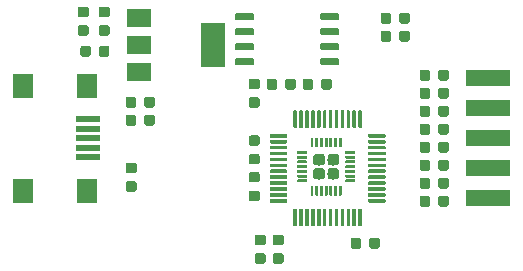
<source format=gbr>
G04 #@! TF.GenerationSoftware,KiCad,Pcbnew,(5.1.4)-1*
G04 #@! TF.CreationDate,2019-11-22T21:00:23+08:00*
G04 #@! TF.ProjectId,vllink_lite.r3,766c6c69-6e6b-45f6-9c69-74652e72332e,rev?*
G04 #@! TF.SameCoordinates,Original*
G04 #@! TF.FileFunction,Paste,Top*
G04 #@! TF.FilePolarity,Positive*
%FSLAX46Y46*%
G04 Gerber Fmt 4.6, Leading zero omitted, Abs format (unit mm)*
G04 Created by KiCad (PCBNEW (5.1.4)-1) date 2019-11-22 21:00:23*
%MOMM*%
%LPD*%
G04 APERTURE LIST*
%ADD10C,0.150000*%
%ADD11C,0.250000*%
%ADD12C,0.970000*%
%ADD13C,0.300000*%
%ADD14C,0.600000*%
%ADD15R,2.000000X1.500000*%
%ADD16R,2.000000X3.800000*%
%ADD17C,0.875000*%
%ADD18R,1.700000X2.000000*%
%ADD19R,2.000000X0.500000*%
%ADD20R,3.800000X1.400000*%
G04 APERTURE END LIST*
D10*
G36*
X114692626Y-111215301D02*
G01*
X114698693Y-111216201D01*
X114704643Y-111217691D01*
X114710418Y-111219758D01*
X114715962Y-111222380D01*
X114721223Y-111225533D01*
X114726150Y-111229187D01*
X114730694Y-111233306D01*
X114734813Y-111237850D01*
X114738467Y-111242777D01*
X114741620Y-111248038D01*
X114744242Y-111253582D01*
X114746309Y-111259357D01*
X114747799Y-111265307D01*
X114748699Y-111271374D01*
X114749000Y-111277500D01*
X114749000Y-111977500D01*
X114748699Y-111983626D01*
X114747799Y-111989693D01*
X114746309Y-111995643D01*
X114744242Y-112001418D01*
X114741620Y-112006962D01*
X114738467Y-112012223D01*
X114734813Y-112017150D01*
X114730694Y-112021694D01*
X114726150Y-112025813D01*
X114721223Y-112029467D01*
X114715962Y-112032620D01*
X114710418Y-112035242D01*
X114704643Y-112037309D01*
X114698693Y-112038799D01*
X114692626Y-112039699D01*
X114686500Y-112040000D01*
X114561500Y-112040000D01*
X114555374Y-112039699D01*
X114549307Y-112038799D01*
X114543357Y-112037309D01*
X114537582Y-112035242D01*
X114532038Y-112032620D01*
X114526777Y-112029467D01*
X114521850Y-112025813D01*
X114517306Y-112021694D01*
X114513187Y-112017150D01*
X114509533Y-112012223D01*
X114506380Y-112006962D01*
X114503758Y-112001418D01*
X114501691Y-111995643D01*
X114500201Y-111989693D01*
X114499301Y-111983626D01*
X114499000Y-111977500D01*
X114499000Y-111277500D01*
X114499301Y-111271374D01*
X114500201Y-111265307D01*
X114501691Y-111259357D01*
X114503758Y-111253582D01*
X114506380Y-111248038D01*
X114509533Y-111242777D01*
X114513187Y-111237850D01*
X114517306Y-111233306D01*
X114521850Y-111229187D01*
X114526777Y-111225533D01*
X114532038Y-111222380D01*
X114537582Y-111219758D01*
X114543357Y-111217691D01*
X114549307Y-111216201D01*
X114555374Y-111215301D01*
X114561500Y-111215000D01*
X114686500Y-111215000D01*
X114692626Y-111215301D01*
X114692626Y-111215301D01*
G37*
D11*
X114624000Y-111627500D03*
D10*
G36*
X115092626Y-111215301D02*
G01*
X115098693Y-111216201D01*
X115104643Y-111217691D01*
X115110418Y-111219758D01*
X115115962Y-111222380D01*
X115121223Y-111225533D01*
X115126150Y-111229187D01*
X115130694Y-111233306D01*
X115134813Y-111237850D01*
X115138467Y-111242777D01*
X115141620Y-111248038D01*
X115144242Y-111253582D01*
X115146309Y-111259357D01*
X115147799Y-111265307D01*
X115148699Y-111271374D01*
X115149000Y-111277500D01*
X115149000Y-111977500D01*
X115148699Y-111983626D01*
X115147799Y-111989693D01*
X115146309Y-111995643D01*
X115144242Y-112001418D01*
X115141620Y-112006962D01*
X115138467Y-112012223D01*
X115134813Y-112017150D01*
X115130694Y-112021694D01*
X115126150Y-112025813D01*
X115121223Y-112029467D01*
X115115962Y-112032620D01*
X115110418Y-112035242D01*
X115104643Y-112037309D01*
X115098693Y-112038799D01*
X115092626Y-112039699D01*
X115086500Y-112040000D01*
X114961500Y-112040000D01*
X114955374Y-112039699D01*
X114949307Y-112038799D01*
X114943357Y-112037309D01*
X114937582Y-112035242D01*
X114932038Y-112032620D01*
X114926777Y-112029467D01*
X114921850Y-112025813D01*
X114917306Y-112021694D01*
X114913187Y-112017150D01*
X114909533Y-112012223D01*
X114906380Y-112006962D01*
X114903758Y-112001418D01*
X114901691Y-111995643D01*
X114900201Y-111989693D01*
X114899301Y-111983626D01*
X114899000Y-111977500D01*
X114899000Y-111277500D01*
X114899301Y-111271374D01*
X114900201Y-111265307D01*
X114901691Y-111259357D01*
X114903758Y-111253582D01*
X114906380Y-111248038D01*
X114909533Y-111242777D01*
X114913187Y-111237850D01*
X114917306Y-111233306D01*
X114921850Y-111229187D01*
X114926777Y-111225533D01*
X114932038Y-111222380D01*
X114937582Y-111219758D01*
X114943357Y-111217691D01*
X114949307Y-111216201D01*
X114955374Y-111215301D01*
X114961500Y-111215000D01*
X115086500Y-111215000D01*
X115092626Y-111215301D01*
X115092626Y-111215301D01*
G37*
D11*
X115024000Y-111627500D03*
D10*
G36*
X115492626Y-111215301D02*
G01*
X115498693Y-111216201D01*
X115504643Y-111217691D01*
X115510418Y-111219758D01*
X115515962Y-111222380D01*
X115521223Y-111225533D01*
X115526150Y-111229187D01*
X115530694Y-111233306D01*
X115534813Y-111237850D01*
X115538467Y-111242777D01*
X115541620Y-111248038D01*
X115544242Y-111253582D01*
X115546309Y-111259357D01*
X115547799Y-111265307D01*
X115548699Y-111271374D01*
X115549000Y-111277500D01*
X115549000Y-111977500D01*
X115548699Y-111983626D01*
X115547799Y-111989693D01*
X115546309Y-111995643D01*
X115544242Y-112001418D01*
X115541620Y-112006962D01*
X115538467Y-112012223D01*
X115534813Y-112017150D01*
X115530694Y-112021694D01*
X115526150Y-112025813D01*
X115521223Y-112029467D01*
X115515962Y-112032620D01*
X115510418Y-112035242D01*
X115504643Y-112037309D01*
X115498693Y-112038799D01*
X115492626Y-112039699D01*
X115486500Y-112040000D01*
X115361500Y-112040000D01*
X115355374Y-112039699D01*
X115349307Y-112038799D01*
X115343357Y-112037309D01*
X115337582Y-112035242D01*
X115332038Y-112032620D01*
X115326777Y-112029467D01*
X115321850Y-112025813D01*
X115317306Y-112021694D01*
X115313187Y-112017150D01*
X115309533Y-112012223D01*
X115306380Y-112006962D01*
X115303758Y-112001418D01*
X115301691Y-111995643D01*
X115300201Y-111989693D01*
X115299301Y-111983626D01*
X115299000Y-111977500D01*
X115299000Y-111277500D01*
X115299301Y-111271374D01*
X115300201Y-111265307D01*
X115301691Y-111259357D01*
X115303758Y-111253582D01*
X115306380Y-111248038D01*
X115309533Y-111242777D01*
X115313187Y-111237850D01*
X115317306Y-111233306D01*
X115321850Y-111229187D01*
X115326777Y-111225533D01*
X115332038Y-111222380D01*
X115337582Y-111219758D01*
X115343357Y-111217691D01*
X115349307Y-111216201D01*
X115355374Y-111215301D01*
X115361500Y-111215000D01*
X115486500Y-111215000D01*
X115492626Y-111215301D01*
X115492626Y-111215301D01*
G37*
D11*
X115424000Y-111627500D03*
D10*
G36*
X115892626Y-111215301D02*
G01*
X115898693Y-111216201D01*
X115904643Y-111217691D01*
X115910418Y-111219758D01*
X115915962Y-111222380D01*
X115921223Y-111225533D01*
X115926150Y-111229187D01*
X115930694Y-111233306D01*
X115934813Y-111237850D01*
X115938467Y-111242777D01*
X115941620Y-111248038D01*
X115944242Y-111253582D01*
X115946309Y-111259357D01*
X115947799Y-111265307D01*
X115948699Y-111271374D01*
X115949000Y-111277500D01*
X115949000Y-111977500D01*
X115948699Y-111983626D01*
X115947799Y-111989693D01*
X115946309Y-111995643D01*
X115944242Y-112001418D01*
X115941620Y-112006962D01*
X115938467Y-112012223D01*
X115934813Y-112017150D01*
X115930694Y-112021694D01*
X115926150Y-112025813D01*
X115921223Y-112029467D01*
X115915962Y-112032620D01*
X115910418Y-112035242D01*
X115904643Y-112037309D01*
X115898693Y-112038799D01*
X115892626Y-112039699D01*
X115886500Y-112040000D01*
X115761500Y-112040000D01*
X115755374Y-112039699D01*
X115749307Y-112038799D01*
X115743357Y-112037309D01*
X115737582Y-112035242D01*
X115732038Y-112032620D01*
X115726777Y-112029467D01*
X115721850Y-112025813D01*
X115717306Y-112021694D01*
X115713187Y-112017150D01*
X115709533Y-112012223D01*
X115706380Y-112006962D01*
X115703758Y-112001418D01*
X115701691Y-111995643D01*
X115700201Y-111989693D01*
X115699301Y-111983626D01*
X115699000Y-111977500D01*
X115699000Y-111277500D01*
X115699301Y-111271374D01*
X115700201Y-111265307D01*
X115701691Y-111259357D01*
X115703758Y-111253582D01*
X115706380Y-111248038D01*
X115709533Y-111242777D01*
X115713187Y-111237850D01*
X115717306Y-111233306D01*
X115721850Y-111229187D01*
X115726777Y-111225533D01*
X115732038Y-111222380D01*
X115737582Y-111219758D01*
X115743357Y-111217691D01*
X115749307Y-111216201D01*
X115755374Y-111215301D01*
X115761500Y-111215000D01*
X115886500Y-111215000D01*
X115892626Y-111215301D01*
X115892626Y-111215301D01*
G37*
D11*
X115824000Y-111627500D03*
D10*
G36*
X116292626Y-111215301D02*
G01*
X116298693Y-111216201D01*
X116304643Y-111217691D01*
X116310418Y-111219758D01*
X116315962Y-111222380D01*
X116321223Y-111225533D01*
X116326150Y-111229187D01*
X116330694Y-111233306D01*
X116334813Y-111237850D01*
X116338467Y-111242777D01*
X116341620Y-111248038D01*
X116344242Y-111253582D01*
X116346309Y-111259357D01*
X116347799Y-111265307D01*
X116348699Y-111271374D01*
X116349000Y-111277500D01*
X116349000Y-111977500D01*
X116348699Y-111983626D01*
X116347799Y-111989693D01*
X116346309Y-111995643D01*
X116344242Y-112001418D01*
X116341620Y-112006962D01*
X116338467Y-112012223D01*
X116334813Y-112017150D01*
X116330694Y-112021694D01*
X116326150Y-112025813D01*
X116321223Y-112029467D01*
X116315962Y-112032620D01*
X116310418Y-112035242D01*
X116304643Y-112037309D01*
X116298693Y-112038799D01*
X116292626Y-112039699D01*
X116286500Y-112040000D01*
X116161500Y-112040000D01*
X116155374Y-112039699D01*
X116149307Y-112038799D01*
X116143357Y-112037309D01*
X116137582Y-112035242D01*
X116132038Y-112032620D01*
X116126777Y-112029467D01*
X116121850Y-112025813D01*
X116117306Y-112021694D01*
X116113187Y-112017150D01*
X116109533Y-112012223D01*
X116106380Y-112006962D01*
X116103758Y-112001418D01*
X116101691Y-111995643D01*
X116100201Y-111989693D01*
X116099301Y-111983626D01*
X116099000Y-111977500D01*
X116099000Y-111277500D01*
X116099301Y-111271374D01*
X116100201Y-111265307D01*
X116101691Y-111259357D01*
X116103758Y-111253582D01*
X116106380Y-111248038D01*
X116109533Y-111242777D01*
X116113187Y-111237850D01*
X116117306Y-111233306D01*
X116121850Y-111229187D01*
X116126777Y-111225533D01*
X116132038Y-111222380D01*
X116137582Y-111219758D01*
X116143357Y-111217691D01*
X116149307Y-111216201D01*
X116155374Y-111215301D01*
X116161500Y-111215000D01*
X116286500Y-111215000D01*
X116292626Y-111215301D01*
X116292626Y-111215301D01*
G37*
D11*
X116224000Y-111627500D03*
D10*
G36*
X116692626Y-111215301D02*
G01*
X116698693Y-111216201D01*
X116704643Y-111217691D01*
X116710418Y-111219758D01*
X116715962Y-111222380D01*
X116721223Y-111225533D01*
X116726150Y-111229187D01*
X116730694Y-111233306D01*
X116734813Y-111237850D01*
X116738467Y-111242777D01*
X116741620Y-111248038D01*
X116744242Y-111253582D01*
X116746309Y-111259357D01*
X116747799Y-111265307D01*
X116748699Y-111271374D01*
X116749000Y-111277500D01*
X116749000Y-111977500D01*
X116748699Y-111983626D01*
X116747799Y-111989693D01*
X116746309Y-111995643D01*
X116744242Y-112001418D01*
X116741620Y-112006962D01*
X116738467Y-112012223D01*
X116734813Y-112017150D01*
X116730694Y-112021694D01*
X116726150Y-112025813D01*
X116721223Y-112029467D01*
X116715962Y-112032620D01*
X116710418Y-112035242D01*
X116704643Y-112037309D01*
X116698693Y-112038799D01*
X116692626Y-112039699D01*
X116686500Y-112040000D01*
X116561500Y-112040000D01*
X116555374Y-112039699D01*
X116549307Y-112038799D01*
X116543357Y-112037309D01*
X116537582Y-112035242D01*
X116532038Y-112032620D01*
X116526777Y-112029467D01*
X116521850Y-112025813D01*
X116517306Y-112021694D01*
X116513187Y-112017150D01*
X116509533Y-112012223D01*
X116506380Y-112006962D01*
X116503758Y-112001418D01*
X116501691Y-111995643D01*
X116500201Y-111989693D01*
X116499301Y-111983626D01*
X116499000Y-111977500D01*
X116499000Y-111277500D01*
X116499301Y-111271374D01*
X116500201Y-111265307D01*
X116501691Y-111259357D01*
X116503758Y-111253582D01*
X116506380Y-111248038D01*
X116509533Y-111242777D01*
X116513187Y-111237850D01*
X116517306Y-111233306D01*
X116521850Y-111229187D01*
X116526777Y-111225533D01*
X116532038Y-111222380D01*
X116537582Y-111219758D01*
X116543357Y-111217691D01*
X116549307Y-111216201D01*
X116555374Y-111215301D01*
X116561500Y-111215000D01*
X116686500Y-111215000D01*
X116692626Y-111215301D01*
X116692626Y-111215301D01*
G37*
D11*
X116624000Y-111627500D03*
D10*
G36*
X117092626Y-111215301D02*
G01*
X117098693Y-111216201D01*
X117104643Y-111217691D01*
X117110418Y-111219758D01*
X117115962Y-111222380D01*
X117121223Y-111225533D01*
X117126150Y-111229187D01*
X117130694Y-111233306D01*
X117134813Y-111237850D01*
X117138467Y-111242777D01*
X117141620Y-111248038D01*
X117144242Y-111253582D01*
X117146309Y-111259357D01*
X117147799Y-111265307D01*
X117148699Y-111271374D01*
X117149000Y-111277500D01*
X117149000Y-111977500D01*
X117148699Y-111983626D01*
X117147799Y-111989693D01*
X117146309Y-111995643D01*
X117144242Y-112001418D01*
X117141620Y-112006962D01*
X117138467Y-112012223D01*
X117134813Y-112017150D01*
X117130694Y-112021694D01*
X117126150Y-112025813D01*
X117121223Y-112029467D01*
X117115962Y-112032620D01*
X117110418Y-112035242D01*
X117104643Y-112037309D01*
X117098693Y-112038799D01*
X117092626Y-112039699D01*
X117086500Y-112040000D01*
X116961500Y-112040000D01*
X116955374Y-112039699D01*
X116949307Y-112038799D01*
X116943357Y-112037309D01*
X116937582Y-112035242D01*
X116932038Y-112032620D01*
X116926777Y-112029467D01*
X116921850Y-112025813D01*
X116917306Y-112021694D01*
X116913187Y-112017150D01*
X116909533Y-112012223D01*
X116906380Y-112006962D01*
X116903758Y-112001418D01*
X116901691Y-111995643D01*
X116900201Y-111989693D01*
X116899301Y-111983626D01*
X116899000Y-111977500D01*
X116899000Y-111277500D01*
X116899301Y-111271374D01*
X116900201Y-111265307D01*
X116901691Y-111259357D01*
X116903758Y-111253582D01*
X116906380Y-111248038D01*
X116909533Y-111242777D01*
X116913187Y-111237850D01*
X116917306Y-111233306D01*
X116921850Y-111229187D01*
X116926777Y-111225533D01*
X116932038Y-111222380D01*
X116937582Y-111219758D01*
X116943357Y-111217691D01*
X116949307Y-111216201D01*
X116955374Y-111215301D01*
X116961500Y-111215000D01*
X117086500Y-111215000D01*
X117092626Y-111215301D01*
X117092626Y-111215301D01*
G37*
D11*
X117024000Y-111627500D03*
D10*
G36*
X118217626Y-112340301D02*
G01*
X118223693Y-112341201D01*
X118229643Y-112342691D01*
X118235418Y-112344758D01*
X118240962Y-112347380D01*
X118246223Y-112350533D01*
X118251150Y-112354187D01*
X118255694Y-112358306D01*
X118259813Y-112362850D01*
X118263467Y-112367777D01*
X118266620Y-112373038D01*
X118269242Y-112378582D01*
X118271309Y-112384357D01*
X118272799Y-112390307D01*
X118273699Y-112396374D01*
X118274000Y-112402500D01*
X118274000Y-112527500D01*
X118273699Y-112533626D01*
X118272799Y-112539693D01*
X118271309Y-112545643D01*
X118269242Y-112551418D01*
X118266620Y-112556962D01*
X118263467Y-112562223D01*
X118259813Y-112567150D01*
X118255694Y-112571694D01*
X118251150Y-112575813D01*
X118246223Y-112579467D01*
X118240962Y-112582620D01*
X118235418Y-112585242D01*
X118229643Y-112587309D01*
X118223693Y-112588799D01*
X118217626Y-112589699D01*
X118211500Y-112590000D01*
X117511500Y-112590000D01*
X117505374Y-112589699D01*
X117499307Y-112588799D01*
X117493357Y-112587309D01*
X117487582Y-112585242D01*
X117482038Y-112582620D01*
X117476777Y-112579467D01*
X117471850Y-112575813D01*
X117467306Y-112571694D01*
X117463187Y-112567150D01*
X117459533Y-112562223D01*
X117456380Y-112556962D01*
X117453758Y-112551418D01*
X117451691Y-112545643D01*
X117450201Y-112539693D01*
X117449301Y-112533626D01*
X117449000Y-112527500D01*
X117449000Y-112402500D01*
X117449301Y-112396374D01*
X117450201Y-112390307D01*
X117451691Y-112384357D01*
X117453758Y-112378582D01*
X117456380Y-112373038D01*
X117459533Y-112367777D01*
X117463187Y-112362850D01*
X117467306Y-112358306D01*
X117471850Y-112354187D01*
X117476777Y-112350533D01*
X117482038Y-112347380D01*
X117487582Y-112344758D01*
X117493357Y-112342691D01*
X117499307Y-112341201D01*
X117505374Y-112340301D01*
X117511500Y-112340000D01*
X118211500Y-112340000D01*
X118217626Y-112340301D01*
X118217626Y-112340301D01*
G37*
D11*
X117861500Y-112465000D03*
D10*
G36*
X118217626Y-112740301D02*
G01*
X118223693Y-112741201D01*
X118229643Y-112742691D01*
X118235418Y-112744758D01*
X118240962Y-112747380D01*
X118246223Y-112750533D01*
X118251150Y-112754187D01*
X118255694Y-112758306D01*
X118259813Y-112762850D01*
X118263467Y-112767777D01*
X118266620Y-112773038D01*
X118269242Y-112778582D01*
X118271309Y-112784357D01*
X118272799Y-112790307D01*
X118273699Y-112796374D01*
X118274000Y-112802500D01*
X118274000Y-112927500D01*
X118273699Y-112933626D01*
X118272799Y-112939693D01*
X118271309Y-112945643D01*
X118269242Y-112951418D01*
X118266620Y-112956962D01*
X118263467Y-112962223D01*
X118259813Y-112967150D01*
X118255694Y-112971694D01*
X118251150Y-112975813D01*
X118246223Y-112979467D01*
X118240962Y-112982620D01*
X118235418Y-112985242D01*
X118229643Y-112987309D01*
X118223693Y-112988799D01*
X118217626Y-112989699D01*
X118211500Y-112990000D01*
X117511500Y-112990000D01*
X117505374Y-112989699D01*
X117499307Y-112988799D01*
X117493357Y-112987309D01*
X117487582Y-112985242D01*
X117482038Y-112982620D01*
X117476777Y-112979467D01*
X117471850Y-112975813D01*
X117467306Y-112971694D01*
X117463187Y-112967150D01*
X117459533Y-112962223D01*
X117456380Y-112956962D01*
X117453758Y-112951418D01*
X117451691Y-112945643D01*
X117450201Y-112939693D01*
X117449301Y-112933626D01*
X117449000Y-112927500D01*
X117449000Y-112802500D01*
X117449301Y-112796374D01*
X117450201Y-112790307D01*
X117451691Y-112784357D01*
X117453758Y-112778582D01*
X117456380Y-112773038D01*
X117459533Y-112767777D01*
X117463187Y-112762850D01*
X117467306Y-112758306D01*
X117471850Y-112754187D01*
X117476777Y-112750533D01*
X117482038Y-112747380D01*
X117487582Y-112744758D01*
X117493357Y-112742691D01*
X117499307Y-112741201D01*
X117505374Y-112740301D01*
X117511500Y-112740000D01*
X118211500Y-112740000D01*
X118217626Y-112740301D01*
X118217626Y-112740301D01*
G37*
D11*
X117861500Y-112865000D03*
D10*
G36*
X118217626Y-113140301D02*
G01*
X118223693Y-113141201D01*
X118229643Y-113142691D01*
X118235418Y-113144758D01*
X118240962Y-113147380D01*
X118246223Y-113150533D01*
X118251150Y-113154187D01*
X118255694Y-113158306D01*
X118259813Y-113162850D01*
X118263467Y-113167777D01*
X118266620Y-113173038D01*
X118269242Y-113178582D01*
X118271309Y-113184357D01*
X118272799Y-113190307D01*
X118273699Y-113196374D01*
X118274000Y-113202500D01*
X118274000Y-113327500D01*
X118273699Y-113333626D01*
X118272799Y-113339693D01*
X118271309Y-113345643D01*
X118269242Y-113351418D01*
X118266620Y-113356962D01*
X118263467Y-113362223D01*
X118259813Y-113367150D01*
X118255694Y-113371694D01*
X118251150Y-113375813D01*
X118246223Y-113379467D01*
X118240962Y-113382620D01*
X118235418Y-113385242D01*
X118229643Y-113387309D01*
X118223693Y-113388799D01*
X118217626Y-113389699D01*
X118211500Y-113390000D01*
X117511500Y-113390000D01*
X117505374Y-113389699D01*
X117499307Y-113388799D01*
X117493357Y-113387309D01*
X117487582Y-113385242D01*
X117482038Y-113382620D01*
X117476777Y-113379467D01*
X117471850Y-113375813D01*
X117467306Y-113371694D01*
X117463187Y-113367150D01*
X117459533Y-113362223D01*
X117456380Y-113356962D01*
X117453758Y-113351418D01*
X117451691Y-113345643D01*
X117450201Y-113339693D01*
X117449301Y-113333626D01*
X117449000Y-113327500D01*
X117449000Y-113202500D01*
X117449301Y-113196374D01*
X117450201Y-113190307D01*
X117451691Y-113184357D01*
X117453758Y-113178582D01*
X117456380Y-113173038D01*
X117459533Y-113167777D01*
X117463187Y-113162850D01*
X117467306Y-113158306D01*
X117471850Y-113154187D01*
X117476777Y-113150533D01*
X117482038Y-113147380D01*
X117487582Y-113144758D01*
X117493357Y-113142691D01*
X117499307Y-113141201D01*
X117505374Y-113140301D01*
X117511500Y-113140000D01*
X118211500Y-113140000D01*
X118217626Y-113140301D01*
X118217626Y-113140301D01*
G37*
D11*
X117861500Y-113265000D03*
D10*
G36*
X118217626Y-113540301D02*
G01*
X118223693Y-113541201D01*
X118229643Y-113542691D01*
X118235418Y-113544758D01*
X118240962Y-113547380D01*
X118246223Y-113550533D01*
X118251150Y-113554187D01*
X118255694Y-113558306D01*
X118259813Y-113562850D01*
X118263467Y-113567777D01*
X118266620Y-113573038D01*
X118269242Y-113578582D01*
X118271309Y-113584357D01*
X118272799Y-113590307D01*
X118273699Y-113596374D01*
X118274000Y-113602500D01*
X118274000Y-113727500D01*
X118273699Y-113733626D01*
X118272799Y-113739693D01*
X118271309Y-113745643D01*
X118269242Y-113751418D01*
X118266620Y-113756962D01*
X118263467Y-113762223D01*
X118259813Y-113767150D01*
X118255694Y-113771694D01*
X118251150Y-113775813D01*
X118246223Y-113779467D01*
X118240962Y-113782620D01*
X118235418Y-113785242D01*
X118229643Y-113787309D01*
X118223693Y-113788799D01*
X118217626Y-113789699D01*
X118211500Y-113790000D01*
X117511500Y-113790000D01*
X117505374Y-113789699D01*
X117499307Y-113788799D01*
X117493357Y-113787309D01*
X117487582Y-113785242D01*
X117482038Y-113782620D01*
X117476777Y-113779467D01*
X117471850Y-113775813D01*
X117467306Y-113771694D01*
X117463187Y-113767150D01*
X117459533Y-113762223D01*
X117456380Y-113756962D01*
X117453758Y-113751418D01*
X117451691Y-113745643D01*
X117450201Y-113739693D01*
X117449301Y-113733626D01*
X117449000Y-113727500D01*
X117449000Y-113602500D01*
X117449301Y-113596374D01*
X117450201Y-113590307D01*
X117451691Y-113584357D01*
X117453758Y-113578582D01*
X117456380Y-113573038D01*
X117459533Y-113567777D01*
X117463187Y-113562850D01*
X117467306Y-113558306D01*
X117471850Y-113554187D01*
X117476777Y-113550533D01*
X117482038Y-113547380D01*
X117487582Y-113544758D01*
X117493357Y-113542691D01*
X117499307Y-113541201D01*
X117505374Y-113540301D01*
X117511500Y-113540000D01*
X118211500Y-113540000D01*
X118217626Y-113540301D01*
X118217626Y-113540301D01*
G37*
D11*
X117861500Y-113665000D03*
D10*
G36*
X118217626Y-113940301D02*
G01*
X118223693Y-113941201D01*
X118229643Y-113942691D01*
X118235418Y-113944758D01*
X118240962Y-113947380D01*
X118246223Y-113950533D01*
X118251150Y-113954187D01*
X118255694Y-113958306D01*
X118259813Y-113962850D01*
X118263467Y-113967777D01*
X118266620Y-113973038D01*
X118269242Y-113978582D01*
X118271309Y-113984357D01*
X118272799Y-113990307D01*
X118273699Y-113996374D01*
X118274000Y-114002500D01*
X118274000Y-114127500D01*
X118273699Y-114133626D01*
X118272799Y-114139693D01*
X118271309Y-114145643D01*
X118269242Y-114151418D01*
X118266620Y-114156962D01*
X118263467Y-114162223D01*
X118259813Y-114167150D01*
X118255694Y-114171694D01*
X118251150Y-114175813D01*
X118246223Y-114179467D01*
X118240962Y-114182620D01*
X118235418Y-114185242D01*
X118229643Y-114187309D01*
X118223693Y-114188799D01*
X118217626Y-114189699D01*
X118211500Y-114190000D01*
X117511500Y-114190000D01*
X117505374Y-114189699D01*
X117499307Y-114188799D01*
X117493357Y-114187309D01*
X117487582Y-114185242D01*
X117482038Y-114182620D01*
X117476777Y-114179467D01*
X117471850Y-114175813D01*
X117467306Y-114171694D01*
X117463187Y-114167150D01*
X117459533Y-114162223D01*
X117456380Y-114156962D01*
X117453758Y-114151418D01*
X117451691Y-114145643D01*
X117450201Y-114139693D01*
X117449301Y-114133626D01*
X117449000Y-114127500D01*
X117449000Y-114002500D01*
X117449301Y-113996374D01*
X117450201Y-113990307D01*
X117451691Y-113984357D01*
X117453758Y-113978582D01*
X117456380Y-113973038D01*
X117459533Y-113967777D01*
X117463187Y-113962850D01*
X117467306Y-113958306D01*
X117471850Y-113954187D01*
X117476777Y-113950533D01*
X117482038Y-113947380D01*
X117487582Y-113944758D01*
X117493357Y-113942691D01*
X117499307Y-113941201D01*
X117505374Y-113940301D01*
X117511500Y-113940000D01*
X118211500Y-113940000D01*
X118217626Y-113940301D01*
X118217626Y-113940301D01*
G37*
D11*
X117861500Y-114065000D03*
D10*
G36*
X118217626Y-114340301D02*
G01*
X118223693Y-114341201D01*
X118229643Y-114342691D01*
X118235418Y-114344758D01*
X118240962Y-114347380D01*
X118246223Y-114350533D01*
X118251150Y-114354187D01*
X118255694Y-114358306D01*
X118259813Y-114362850D01*
X118263467Y-114367777D01*
X118266620Y-114373038D01*
X118269242Y-114378582D01*
X118271309Y-114384357D01*
X118272799Y-114390307D01*
X118273699Y-114396374D01*
X118274000Y-114402500D01*
X118274000Y-114527500D01*
X118273699Y-114533626D01*
X118272799Y-114539693D01*
X118271309Y-114545643D01*
X118269242Y-114551418D01*
X118266620Y-114556962D01*
X118263467Y-114562223D01*
X118259813Y-114567150D01*
X118255694Y-114571694D01*
X118251150Y-114575813D01*
X118246223Y-114579467D01*
X118240962Y-114582620D01*
X118235418Y-114585242D01*
X118229643Y-114587309D01*
X118223693Y-114588799D01*
X118217626Y-114589699D01*
X118211500Y-114590000D01*
X117511500Y-114590000D01*
X117505374Y-114589699D01*
X117499307Y-114588799D01*
X117493357Y-114587309D01*
X117487582Y-114585242D01*
X117482038Y-114582620D01*
X117476777Y-114579467D01*
X117471850Y-114575813D01*
X117467306Y-114571694D01*
X117463187Y-114567150D01*
X117459533Y-114562223D01*
X117456380Y-114556962D01*
X117453758Y-114551418D01*
X117451691Y-114545643D01*
X117450201Y-114539693D01*
X117449301Y-114533626D01*
X117449000Y-114527500D01*
X117449000Y-114402500D01*
X117449301Y-114396374D01*
X117450201Y-114390307D01*
X117451691Y-114384357D01*
X117453758Y-114378582D01*
X117456380Y-114373038D01*
X117459533Y-114367777D01*
X117463187Y-114362850D01*
X117467306Y-114358306D01*
X117471850Y-114354187D01*
X117476777Y-114350533D01*
X117482038Y-114347380D01*
X117487582Y-114344758D01*
X117493357Y-114342691D01*
X117499307Y-114341201D01*
X117505374Y-114340301D01*
X117511500Y-114340000D01*
X118211500Y-114340000D01*
X118217626Y-114340301D01*
X118217626Y-114340301D01*
G37*
D11*
X117861500Y-114465000D03*
D10*
G36*
X118217626Y-114740301D02*
G01*
X118223693Y-114741201D01*
X118229643Y-114742691D01*
X118235418Y-114744758D01*
X118240962Y-114747380D01*
X118246223Y-114750533D01*
X118251150Y-114754187D01*
X118255694Y-114758306D01*
X118259813Y-114762850D01*
X118263467Y-114767777D01*
X118266620Y-114773038D01*
X118269242Y-114778582D01*
X118271309Y-114784357D01*
X118272799Y-114790307D01*
X118273699Y-114796374D01*
X118274000Y-114802500D01*
X118274000Y-114927500D01*
X118273699Y-114933626D01*
X118272799Y-114939693D01*
X118271309Y-114945643D01*
X118269242Y-114951418D01*
X118266620Y-114956962D01*
X118263467Y-114962223D01*
X118259813Y-114967150D01*
X118255694Y-114971694D01*
X118251150Y-114975813D01*
X118246223Y-114979467D01*
X118240962Y-114982620D01*
X118235418Y-114985242D01*
X118229643Y-114987309D01*
X118223693Y-114988799D01*
X118217626Y-114989699D01*
X118211500Y-114990000D01*
X117511500Y-114990000D01*
X117505374Y-114989699D01*
X117499307Y-114988799D01*
X117493357Y-114987309D01*
X117487582Y-114985242D01*
X117482038Y-114982620D01*
X117476777Y-114979467D01*
X117471850Y-114975813D01*
X117467306Y-114971694D01*
X117463187Y-114967150D01*
X117459533Y-114962223D01*
X117456380Y-114956962D01*
X117453758Y-114951418D01*
X117451691Y-114945643D01*
X117450201Y-114939693D01*
X117449301Y-114933626D01*
X117449000Y-114927500D01*
X117449000Y-114802500D01*
X117449301Y-114796374D01*
X117450201Y-114790307D01*
X117451691Y-114784357D01*
X117453758Y-114778582D01*
X117456380Y-114773038D01*
X117459533Y-114767777D01*
X117463187Y-114762850D01*
X117467306Y-114758306D01*
X117471850Y-114754187D01*
X117476777Y-114750533D01*
X117482038Y-114747380D01*
X117487582Y-114744758D01*
X117493357Y-114742691D01*
X117499307Y-114741201D01*
X117505374Y-114740301D01*
X117511500Y-114740000D01*
X118211500Y-114740000D01*
X118217626Y-114740301D01*
X118217626Y-114740301D01*
G37*
D11*
X117861500Y-114865000D03*
D10*
G36*
X117092626Y-115290301D02*
G01*
X117098693Y-115291201D01*
X117104643Y-115292691D01*
X117110418Y-115294758D01*
X117115962Y-115297380D01*
X117121223Y-115300533D01*
X117126150Y-115304187D01*
X117130694Y-115308306D01*
X117134813Y-115312850D01*
X117138467Y-115317777D01*
X117141620Y-115323038D01*
X117144242Y-115328582D01*
X117146309Y-115334357D01*
X117147799Y-115340307D01*
X117148699Y-115346374D01*
X117149000Y-115352500D01*
X117149000Y-116052500D01*
X117148699Y-116058626D01*
X117147799Y-116064693D01*
X117146309Y-116070643D01*
X117144242Y-116076418D01*
X117141620Y-116081962D01*
X117138467Y-116087223D01*
X117134813Y-116092150D01*
X117130694Y-116096694D01*
X117126150Y-116100813D01*
X117121223Y-116104467D01*
X117115962Y-116107620D01*
X117110418Y-116110242D01*
X117104643Y-116112309D01*
X117098693Y-116113799D01*
X117092626Y-116114699D01*
X117086500Y-116115000D01*
X116961500Y-116115000D01*
X116955374Y-116114699D01*
X116949307Y-116113799D01*
X116943357Y-116112309D01*
X116937582Y-116110242D01*
X116932038Y-116107620D01*
X116926777Y-116104467D01*
X116921850Y-116100813D01*
X116917306Y-116096694D01*
X116913187Y-116092150D01*
X116909533Y-116087223D01*
X116906380Y-116081962D01*
X116903758Y-116076418D01*
X116901691Y-116070643D01*
X116900201Y-116064693D01*
X116899301Y-116058626D01*
X116899000Y-116052500D01*
X116899000Y-115352500D01*
X116899301Y-115346374D01*
X116900201Y-115340307D01*
X116901691Y-115334357D01*
X116903758Y-115328582D01*
X116906380Y-115323038D01*
X116909533Y-115317777D01*
X116913187Y-115312850D01*
X116917306Y-115308306D01*
X116921850Y-115304187D01*
X116926777Y-115300533D01*
X116932038Y-115297380D01*
X116937582Y-115294758D01*
X116943357Y-115292691D01*
X116949307Y-115291201D01*
X116955374Y-115290301D01*
X116961500Y-115290000D01*
X117086500Y-115290000D01*
X117092626Y-115290301D01*
X117092626Y-115290301D01*
G37*
D11*
X117024000Y-115702500D03*
D10*
G36*
X116692626Y-115290301D02*
G01*
X116698693Y-115291201D01*
X116704643Y-115292691D01*
X116710418Y-115294758D01*
X116715962Y-115297380D01*
X116721223Y-115300533D01*
X116726150Y-115304187D01*
X116730694Y-115308306D01*
X116734813Y-115312850D01*
X116738467Y-115317777D01*
X116741620Y-115323038D01*
X116744242Y-115328582D01*
X116746309Y-115334357D01*
X116747799Y-115340307D01*
X116748699Y-115346374D01*
X116749000Y-115352500D01*
X116749000Y-116052500D01*
X116748699Y-116058626D01*
X116747799Y-116064693D01*
X116746309Y-116070643D01*
X116744242Y-116076418D01*
X116741620Y-116081962D01*
X116738467Y-116087223D01*
X116734813Y-116092150D01*
X116730694Y-116096694D01*
X116726150Y-116100813D01*
X116721223Y-116104467D01*
X116715962Y-116107620D01*
X116710418Y-116110242D01*
X116704643Y-116112309D01*
X116698693Y-116113799D01*
X116692626Y-116114699D01*
X116686500Y-116115000D01*
X116561500Y-116115000D01*
X116555374Y-116114699D01*
X116549307Y-116113799D01*
X116543357Y-116112309D01*
X116537582Y-116110242D01*
X116532038Y-116107620D01*
X116526777Y-116104467D01*
X116521850Y-116100813D01*
X116517306Y-116096694D01*
X116513187Y-116092150D01*
X116509533Y-116087223D01*
X116506380Y-116081962D01*
X116503758Y-116076418D01*
X116501691Y-116070643D01*
X116500201Y-116064693D01*
X116499301Y-116058626D01*
X116499000Y-116052500D01*
X116499000Y-115352500D01*
X116499301Y-115346374D01*
X116500201Y-115340307D01*
X116501691Y-115334357D01*
X116503758Y-115328582D01*
X116506380Y-115323038D01*
X116509533Y-115317777D01*
X116513187Y-115312850D01*
X116517306Y-115308306D01*
X116521850Y-115304187D01*
X116526777Y-115300533D01*
X116532038Y-115297380D01*
X116537582Y-115294758D01*
X116543357Y-115292691D01*
X116549307Y-115291201D01*
X116555374Y-115290301D01*
X116561500Y-115290000D01*
X116686500Y-115290000D01*
X116692626Y-115290301D01*
X116692626Y-115290301D01*
G37*
D11*
X116624000Y-115702500D03*
D10*
G36*
X116292626Y-115290301D02*
G01*
X116298693Y-115291201D01*
X116304643Y-115292691D01*
X116310418Y-115294758D01*
X116315962Y-115297380D01*
X116321223Y-115300533D01*
X116326150Y-115304187D01*
X116330694Y-115308306D01*
X116334813Y-115312850D01*
X116338467Y-115317777D01*
X116341620Y-115323038D01*
X116344242Y-115328582D01*
X116346309Y-115334357D01*
X116347799Y-115340307D01*
X116348699Y-115346374D01*
X116349000Y-115352500D01*
X116349000Y-116052500D01*
X116348699Y-116058626D01*
X116347799Y-116064693D01*
X116346309Y-116070643D01*
X116344242Y-116076418D01*
X116341620Y-116081962D01*
X116338467Y-116087223D01*
X116334813Y-116092150D01*
X116330694Y-116096694D01*
X116326150Y-116100813D01*
X116321223Y-116104467D01*
X116315962Y-116107620D01*
X116310418Y-116110242D01*
X116304643Y-116112309D01*
X116298693Y-116113799D01*
X116292626Y-116114699D01*
X116286500Y-116115000D01*
X116161500Y-116115000D01*
X116155374Y-116114699D01*
X116149307Y-116113799D01*
X116143357Y-116112309D01*
X116137582Y-116110242D01*
X116132038Y-116107620D01*
X116126777Y-116104467D01*
X116121850Y-116100813D01*
X116117306Y-116096694D01*
X116113187Y-116092150D01*
X116109533Y-116087223D01*
X116106380Y-116081962D01*
X116103758Y-116076418D01*
X116101691Y-116070643D01*
X116100201Y-116064693D01*
X116099301Y-116058626D01*
X116099000Y-116052500D01*
X116099000Y-115352500D01*
X116099301Y-115346374D01*
X116100201Y-115340307D01*
X116101691Y-115334357D01*
X116103758Y-115328582D01*
X116106380Y-115323038D01*
X116109533Y-115317777D01*
X116113187Y-115312850D01*
X116117306Y-115308306D01*
X116121850Y-115304187D01*
X116126777Y-115300533D01*
X116132038Y-115297380D01*
X116137582Y-115294758D01*
X116143357Y-115292691D01*
X116149307Y-115291201D01*
X116155374Y-115290301D01*
X116161500Y-115290000D01*
X116286500Y-115290000D01*
X116292626Y-115290301D01*
X116292626Y-115290301D01*
G37*
D11*
X116224000Y-115702500D03*
D10*
G36*
X115892626Y-115290301D02*
G01*
X115898693Y-115291201D01*
X115904643Y-115292691D01*
X115910418Y-115294758D01*
X115915962Y-115297380D01*
X115921223Y-115300533D01*
X115926150Y-115304187D01*
X115930694Y-115308306D01*
X115934813Y-115312850D01*
X115938467Y-115317777D01*
X115941620Y-115323038D01*
X115944242Y-115328582D01*
X115946309Y-115334357D01*
X115947799Y-115340307D01*
X115948699Y-115346374D01*
X115949000Y-115352500D01*
X115949000Y-116052500D01*
X115948699Y-116058626D01*
X115947799Y-116064693D01*
X115946309Y-116070643D01*
X115944242Y-116076418D01*
X115941620Y-116081962D01*
X115938467Y-116087223D01*
X115934813Y-116092150D01*
X115930694Y-116096694D01*
X115926150Y-116100813D01*
X115921223Y-116104467D01*
X115915962Y-116107620D01*
X115910418Y-116110242D01*
X115904643Y-116112309D01*
X115898693Y-116113799D01*
X115892626Y-116114699D01*
X115886500Y-116115000D01*
X115761500Y-116115000D01*
X115755374Y-116114699D01*
X115749307Y-116113799D01*
X115743357Y-116112309D01*
X115737582Y-116110242D01*
X115732038Y-116107620D01*
X115726777Y-116104467D01*
X115721850Y-116100813D01*
X115717306Y-116096694D01*
X115713187Y-116092150D01*
X115709533Y-116087223D01*
X115706380Y-116081962D01*
X115703758Y-116076418D01*
X115701691Y-116070643D01*
X115700201Y-116064693D01*
X115699301Y-116058626D01*
X115699000Y-116052500D01*
X115699000Y-115352500D01*
X115699301Y-115346374D01*
X115700201Y-115340307D01*
X115701691Y-115334357D01*
X115703758Y-115328582D01*
X115706380Y-115323038D01*
X115709533Y-115317777D01*
X115713187Y-115312850D01*
X115717306Y-115308306D01*
X115721850Y-115304187D01*
X115726777Y-115300533D01*
X115732038Y-115297380D01*
X115737582Y-115294758D01*
X115743357Y-115292691D01*
X115749307Y-115291201D01*
X115755374Y-115290301D01*
X115761500Y-115290000D01*
X115886500Y-115290000D01*
X115892626Y-115290301D01*
X115892626Y-115290301D01*
G37*
D11*
X115824000Y-115702500D03*
D10*
G36*
X115492626Y-115290301D02*
G01*
X115498693Y-115291201D01*
X115504643Y-115292691D01*
X115510418Y-115294758D01*
X115515962Y-115297380D01*
X115521223Y-115300533D01*
X115526150Y-115304187D01*
X115530694Y-115308306D01*
X115534813Y-115312850D01*
X115538467Y-115317777D01*
X115541620Y-115323038D01*
X115544242Y-115328582D01*
X115546309Y-115334357D01*
X115547799Y-115340307D01*
X115548699Y-115346374D01*
X115549000Y-115352500D01*
X115549000Y-116052500D01*
X115548699Y-116058626D01*
X115547799Y-116064693D01*
X115546309Y-116070643D01*
X115544242Y-116076418D01*
X115541620Y-116081962D01*
X115538467Y-116087223D01*
X115534813Y-116092150D01*
X115530694Y-116096694D01*
X115526150Y-116100813D01*
X115521223Y-116104467D01*
X115515962Y-116107620D01*
X115510418Y-116110242D01*
X115504643Y-116112309D01*
X115498693Y-116113799D01*
X115492626Y-116114699D01*
X115486500Y-116115000D01*
X115361500Y-116115000D01*
X115355374Y-116114699D01*
X115349307Y-116113799D01*
X115343357Y-116112309D01*
X115337582Y-116110242D01*
X115332038Y-116107620D01*
X115326777Y-116104467D01*
X115321850Y-116100813D01*
X115317306Y-116096694D01*
X115313187Y-116092150D01*
X115309533Y-116087223D01*
X115306380Y-116081962D01*
X115303758Y-116076418D01*
X115301691Y-116070643D01*
X115300201Y-116064693D01*
X115299301Y-116058626D01*
X115299000Y-116052500D01*
X115299000Y-115352500D01*
X115299301Y-115346374D01*
X115300201Y-115340307D01*
X115301691Y-115334357D01*
X115303758Y-115328582D01*
X115306380Y-115323038D01*
X115309533Y-115317777D01*
X115313187Y-115312850D01*
X115317306Y-115308306D01*
X115321850Y-115304187D01*
X115326777Y-115300533D01*
X115332038Y-115297380D01*
X115337582Y-115294758D01*
X115343357Y-115292691D01*
X115349307Y-115291201D01*
X115355374Y-115290301D01*
X115361500Y-115290000D01*
X115486500Y-115290000D01*
X115492626Y-115290301D01*
X115492626Y-115290301D01*
G37*
D11*
X115424000Y-115702500D03*
D10*
G36*
X115092626Y-115290301D02*
G01*
X115098693Y-115291201D01*
X115104643Y-115292691D01*
X115110418Y-115294758D01*
X115115962Y-115297380D01*
X115121223Y-115300533D01*
X115126150Y-115304187D01*
X115130694Y-115308306D01*
X115134813Y-115312850D01*
X115138467Y-115317777D01*
X115141620Y-115323038D01*
X115144242Y-115328582D01*
X115146309Y-115334357D01*
X115147799Y-115340307D01*
X115148699Y-115346374D01*
X115149000Y-115352500D01*
X115149000Y-116052500D01*
X115148699Y-116058626D01*
X115147799Y-116064693D01*
X115146309Y-116070643D01*
X115144242Y-116076418D01*
X115141620Y-116081962D01*
X115138467Y-116087223D01*
X115134813Y-116092150D01*
X115130694Y-116096694D01*
X115126150Y-116100813D01*
X115121223Y-116104467D01*
X115115962Y-116107620D01*
X115110418Y-116110242D01*
X115104643Y-116112309D01*
X115098693Y-116113799D01*
X115092626Y-116114699D01*
X115086500Y-116115000D01*
X114961500Y-116115000D01*
X114955374Y-116114699D01*
X114949307Y-116113799D01*
X114943357Y-116112309D01*
X114937582Y-116110242D01*
X114932038Y-116107620D01*
X114926777Y-116104467D01*
X114921850Y-116100813D01*
X114917306Y-116096694D01*
X114913187Y-116092150D01*
X114909533Y-116087223D01*
X114906380Y-116081962D01*
X114903758Y-116076418D01*
X114901691Y-116070643D01*
X114900201Y-116064693D01*
X114899301Y-116058626D01*
X114899000Y-116052500D01*
X114899000Y-115352500D01*
X114899301Y-115346374D01*
X114900201Y-115340307D01*
X114901691Y-115334357D01*
X114903758Y-115328582D01*
X114906380Y-115323038D01*
X114909533Y-115317777D01*
X114913187Y-115312850D01*
X114917306Y-115308306D01*
X114921850Y-115304187D01*
X114926777Y-115300533D01*
X114932038Y-115297380D01*
X114937582Y-115294758D01*
X114943357Y-115292691D01*
X114949307Y-115291201D01*
X114955374Y-115290301D01*
X114961500Y-115290000D01*
X115086500Y-115290000D01*
X115092626Y-115290301D01*
X115092626Y-115290301D01*
G37*
D11*
X115024000Y-115702500D03*
D10*
G36*
X114692626Y-115290301D02*
G01*
X114698693Y-115291201D01*
X114704643Y-115292691D01*
X114710418Y-115294758D01*
X114715962Y-115297380D01*
X114721223Y-115300533D01*
X114726150Y-115304187D01*
X114730694Y-115308306D01*
X114734813Y-115312850D01*
X114738467Y-115317777D01*
X114741620Y-115323038D01*
X114744242Y-115328582D01*
X114746309Y-115334357D01*
X114747799Y-115340307D01*
X114748699Y-115346374D01*
X114749000Y-115352500D01*
X114749000Y-116052500D01*
X114748699Y-116058626D01*
X114747799Y-116064693D01*
X114746309Y-116070643D01*
X114744242Y-116076418D01*
X114741620Y-116081962D01*
X114738467Y-116087223D01*
X114734813Y-116092150D01*
X114730694Y-116096694D01*
X114726150Y-116100813D01*
X114721223Y-116104467D01*
X114715962Y-116107620D01*
X114710418Y-116110242D01*
X114704643Y-116112309D01*
X114698693Y-116113799D01*
X114692626Y-116114699D01*
X114686500Y-116115000D01*
X114561500Y-116115000D01*
X114555374Y-116114699D01*
X114549307Y-116113799D01*
X114543357Y-116112309D01*
X114537582Y-116110242D01*
X114532038Y-116107620D01*
X114526777Y-116104467D01*
X114521850Y-116100813D01*
X114517306Y-116096694D01*
X114513187Y-116092150D01*
X114509533Y-116087223D01*
X114506380Y-116081962D01*
X114503758Y-116076418D01*
X114501691Y-116070643D01*
X114500201Y-116064693D01*
X114499301Y-116058626D01*
X114499000Y-116052500D01*
X114499000Y-115352500D01*
X114499301Y-115346374D01*
X114500201Y-115340307D01*
X114501691Y-115334357D01*
X114503758Y-115328582D01*
X114506380Y-115323038D01*
X114509533Y-115317777D01*
X114513187Y-115312850D01*
X114517306Y-115308306D01*
X114521850Y-115304187D01*
X114526777Y-115300533D01*
X114532038Y-115297380D01*
X114537582Y-115294758D01*
X114543357Y-115292691D01*
X114549307Y-115291201D01*
X114555374Y-115290301D01*
X114561500Y-115290000D01*
X114686500Y-115290000D01*
X114692626Y-115290301D01*
X114692626Y-115290301D01*
G37*
D11*
X114624000Y-115702500D03*
D10*
G36*
X114142626Y-114740301D02*
G01*
X114148693Y-114741201D01*
X114154643Y-114742691D01*
X114160418Y-114744758D01*
X114165962Y-114747380D01*
X114171223Y-114750533D01*
X114176150Y-114754187D01*
X114180694Y-114758306D01*
X114184813Y-114762850D01*
X114188467Y-114767777D01*
X114191620Y-114773038D01*
X114194242Y-114778582D01*
X114196309Y-114784357D01*
X114197799Y-114790307D01*
X114198699Y-114796374D01*
X114199000Y-114802500D01*
X114199000Y-114927500D01*
X114198699Y-114933626D01*
X114197799Y-114939693D01*
X114196309Y-114945643D01*
X114194242Y-114951418D01*
X114191620Y-114956962D01*
X114188467Y-114962223D01*
X114184813Y-114967150D01*
X114180694Y-114971694D01*
X114176150Y-114975813D01*
X114171223Y-114979467D01*
X114165962Y-114982620D01*
X114160418Y-114985242D01*
X114154643Y-114987309D01*
X114148693Y-114988799D01*
X114142626Y-114989699D01*
X114136500Y-114990000D01*
X113436500Y-114990000D01*
X113430374Y-114989699D01*
X113424307Y-114988799D01*
X113418357Y-114987309D01*
X113412582Y-114985242D01*
X113407038Y-114982620D01*
X113401777Y-114979467D01*
X113396850Y-114975813D01*
X113392306Y-114971694D01*
X113388187Y-114967150D01*
X113384533Y-114962223D01*
X113381380Y-114956962D01*
X113378758Y-114951418D01*
X113376691Y-114945643D01*
X113375201Y-114939693D01*
X113374301Y-114933626D01*
X113374000Y-114927500D01*
X113374000Y-114802500D01*
X113374301Y-114796374D01*
X113375201Y-114790307D01*
X113376691Y-114784357D01*
X113378758Y-114778582D01*
X113381380Y-114773038D01*
X113384533Y-114767777D01*
X113388187Y-114762850D01*
X113392306Y-114758306D01*
X113396850Y-114754187D01*
X113401777Y-114750533D01*
X113407038Y-114747380D01*
X113412582Y-114744758D01*
X113418357Y-114742691D01*
X113424307Y-114741201D01*
X113430374Y-114740301D01*
X113436500Y-114740000D01*
X114136500Y-114740000D01*
X114142626Y-114740301D01*
X114142626Y-114740301D01*
G37*
D11*
X113786500Y-114865000D03*
D10*
G36*
X114142626Y-114340301D02*
G01*
X114148693Y-114341201D01*
X114154643Y-114342691D01*
X114160418Y-114344758D01*
X114165962Y-114347380D01*
X114171223Y-114350533D01*
X114176150Y-114354187D01*
X114180694Y-114358306D01*
X114184813Y-114362850D01*
X114188467Y-114367777D01*
X114191620Y-114373038D01*
X114194242Y-114378582D01*
X114196309Y-114384357D01*
X114197799Y-114390307D01*
X114198699Y-114396374D01*
X114199000Y-114402500D01*
X114199000Y-114527500D01*
X114198699Y-114533626D01*
X114197799Y-114539693D01*
X114196309Y-114545643D01*
X114194242Y-114551418D01*
X114191620Y-114556962D01*
X114188467Y-114562223D01*
X114184813Y-114567150D01*
X114180694Y-114571694D01*
X114176150Y-114575813D01*
X114171223Y-114579467D01*
X114165962Y-114582620D01*
X114160418Y-114585242D01*
X114154643Y-114587309D01*
X114148693Y-114588799D01*
X114142626Y-114589699D01*
X114136500Y-114590000D01*
X113436500Y-114590000D01*
X113430374Y-114589699D01*
X113424307Y-114588799D01*
X113418357Y-114587309D01*
X113412582Y-114585242D01*
X113407038Y-114582620D01*
X113401777Y-114579467D01*
X113396850Y-114575813D01*
X113392306Y-114571694D01*
X113388187Y-114567150D01*
X113384533Y-114562223D01*
X113381380Y-114556962D01*
X113378758Y-114551418D01*
X113376691Y-114545643D01*
X113375201Y-114539693D01*
X113374301Y-114533626D01*
X113374000Y-114527500D01*
X113374000Y-114402500D01*
X113374301Y-114396374D01*
X113375201Y-114390307D01*
X113376691Y-114384357D01*
X113378758Y-114378582D01*
X113381380Y-114373038D01*
X113384533Y-114367777D01*
X113388187Y-114362850D01*
X113392306Y-114358306D01*
X113396850Y-114354187D01*
X113401777Y-114350533D01*
X113407038Y-114347380D01*
X113412582Y-114344758D01*
X113418357Y-114342691D01*
X113424307Y-114341201D01*
X113430374Y-114340301D01*
X113436500Y-114340000D01*
X114136500Y-114340000D01*
X114142626Y-114340301D01*
X114142626Y-114340301D01*
G37*
D11*
X113786500Y-114465000D03*
D10*
G36*
X114142626Y-113940301D02*
G01*
X114148693Y-113941201D01*
X114154643Y-113942691D01*
X114160418Y-113944758D01*
X114165962Y-113947380D01*
X114171223Y-113950533D01*
X114176150Y-113954187D01*
X114180694Y-113958306D01*
X114184813Y-113962850D01*
X114188467Y-113967777D01*
X114191620Y-113973038D01*
X114194242Y-113978582D01*
X114196309Y-113984357D01*
X114197799Y-113990307D01*
X114198699Y-113996374D01*
X114199000Y-114002500D01*
X114199000Y-114127500D01*
X114198699Y-114133626D01*
X114197799Y-114139693D01*
X114196309Y-114145643D01*
X114194242Y-114151418D01*
X114191620Y-114156962D01*
X114188467Y-114162223D01*
X114184813Y-114167150D01*
X114180694Y-114171694D01*
X114176150Y-114175813D01*
X114171223Y-114179467D01*
X114165962Y-114182620D01*
X114160418Y-114185242D01*
X114154643Y-114187309D01*
X114148693Y-114188799D01*
X114142626Y-114189699D01*
X114136500Y-114190000D01*
X113436500Y-114190000D01*
X113430374Y-114189699D01*
X113424307Y-114188799D01*
X113418357Y-114187309D01*
X113412582Y-114185242D01*
X113407038Y-114182620D01*
X113401777Y-114179467D01*
X113396850Y-114175813D01*
X113392306Y-114171694D01*
X113388187Y-114167150D01*
X113384533Y-114162223D01*
X113381380Y-114156962D01*
X113378758Y-114151418D01*
X113376691Y-114145643D01*
X113375201Y-114139693D01*
X113374301Y-114133626D01*
X113374000Y-114127500D01*
X113374000Y-114002500D01*
X113374301Y-113996374D01*
X113375201Y-113990307D01*
X113376691Y-113984357D01*
X113378758Y-113978582D01*
X113381380Y-113973038D01*
X113384533Y-113967777D01*
X113388187Y-113962850D01*
X113392306Y-113958306D01*
X113396850Y-113954187D01*
X113401777Y-113950533D01*
X113407038Y-113947380D01*
X113412582Y-113944758D01*
X113418357Y-113942691D01*
X113424307Y-113941201D01*
X113430374Y-113940301D01*
X113436500Y-113940000D01*
X114136500Y-113940000D01*
X114142626Y-113940301D01*
X114142626Y-113940301D01*
G37*
D11*
X113786500Y-114065000D03*
D10*
G36*
X114142626Y-113540301D02*
G01*
X114148693Y-113541201D01*
X114154643Y-113542691D01*
X114160418Y-113544758D01*
X114165962Y-113547380D01*
X114171223Y-113550533D01*
X114176150Y-113554187D01*
X114180694Y-113558306D01*
X114184813Y-113562850D01*
X114188467Y-113567777D01*
X114191620Y-113573038D01*
X114194242Y-113578582D01*
X114196309Y-113584357D01*
X114197799Y-113590307D01*
X114198699Y-113596374D01*
X114199000Y-113602500D01*
X114199000Y-113727500D01*
X114198699Y-113733626D01*
X114197799Y-113739693D01*
X114196309Y-113745643D01*
X114194242Y-113751418D01*
X114191620Y-113756962D01*
X114188467Y-113762223D01*
X114184813Y-113767150D01*
X114180694Y-113771694D01*
X114176150Y-113775813D01*
X114171223Y-113779467D01*
X114165962Y-113782620D01*
X114160418Y-113785242D01*
X114154643Y-113787309D01*
X114148693Y-113788799D01*
X114142626Y-113789699D01*
X114136500Y-113790000D01*
X113436500Y-113790000D01*
X113430374Y-113789699D01*
X113424307Y-113788799D01*
X113418357Y-113787309D01*
X113412582Y-113785242D01*
X113407038Y-113782620D01*
X113401777Y-113779467D01*
X113396850Y-113775813D01*
X113392306Y-113771694D01*
X113388187Y-113767150D01*
X113384533Y-113762223D01*
X113381380Y-113756962D01*
X113378758Y-113751418D01*
X113376691Y-113745643D01*
X113375201Y-113739693D01*
X113374301Y-113733626D01*
X113374000Y-113727500D01*
X113374000Y-113602500D01*
X113374301Y-113596374D01*
X113375201Y-113590307D01*
X113376691Y-113584357D01*
X113378758Y-113578582D01*
X113381380Y-113573038D01*
X113384533Y-113567777D01*
X113388187Y-113562850D01*
X113392306Y-113558306D01*
X113396850Y-113554187D01*
X113401777Y-113550533D01*
X113407038Y-113547380D01*
X113412582Y-113544758D01*
X113418357Y-113542691D01*
X113424307Y-113541201D01*
X113430374Y-113540301D01*
X113436500Y-113540000D01*
X114136500Y-113540000D01*
X114142626Y-113540301D01*
X114142626Y-113540301D01*
G37*
D11*
X113786500Y-113665000D03*
D10*
G36*
X114142626Y-113140301D02*
G01*
X114148693Y-113141201D01*
X114154643Y-113142691D01*
X114160418Y-113144758D01*
X114165962Y-113147380D01*
X114171223Y-113150533D01*
X114176150Y-113154187D01*
X114180694Y-113158306D01*
X114184813Y-113162850D01*
X114188467Y-113167777D01*
X114191620Y-113173038D01*
X114194242Y-113178582D01*
X114196309Y-113184357D01*
X114197799Y-113190307D01*
X114198699Y-113196374D01*
X114199000Y-113202500D01*
X114199000Y-113327500D01*
X114198699Y-113333626D01*
X114197799Y-113339693D01*
X114196309Y-113345643D01*
X114194242Y-113351418D01*
X114191620Y-113356962D01*
X114188467Y-113362223D01*
X114184813Y-113367150D01*
X114180694Y-113371694D01*
X114176150Y-113375813D01*
X114171223Y-113379467D01*
X114165962Y-113382620D01*
X114160418Y-113385242D01*
X114154643Y-113387309D01*
X114148693Y-113388799D01*
X114142626Y-113389699D01*
X114136500Y-113390000D01*
X113436500Y-113390000D01*
X113430374Y-113389699D01*
X113424307Y-113388799D01*
X113418357Y-113387309D01*
X113412582Y-113385242D01*
X113407038Y-113382620D01*
X113401777Y-113379467D01*
X113396850Y-113375813D01*
X113392306Y-113371694D01*
X113388187Y-113367150D01*
X113384533Y-113362223D01*
X113381380Y-113356962D01*
X113378758Y-113351418D01*
X113376691Y-113345643D01*
X113375201Y-113339693D01*
X113374301Y-113333626D01*
X113374000Y-113327500D01*
X113374000Y-113202500D01*
X113374301Y-113196374D01*
X113375201Y-113190307D01*
X113376691Y-113184357D01*
X113378758Y-113178582D01*
X113381380Y-113173038D01*
X113384533Y-113167777D01*
X113388187Y-113162850D01*
X113392306Y-113158306D01*
X113396850Y-113154187D01*
X113401777Y-113150533D01*
X113407038Y-113147380D01*
X113412582Y-113144758D01*
X113418357Y-113142691D01*
X113424307Y-113141201D01*
X113430374Y-113140301D01*
X113436500Y-113140000D01*
X114136500Y-113140000D01*
X114142626Y-113140301D01*
X114142626Y-113140301D01*
G37*
D11*
X113786500Y-113265000D03*
D10*
G36*
X114142626Y-112740301D02*
G01*
X114148693Y-112741201D01*
X114154643Y-112742691D01*
X114160418Y-112744758D01*
X114165962Y-112747380D01*
X114171223Y-112750533D01*
X114176150Y-112754187D01*
X114180694Y-112758306D01*
X114184813Y-112762850D01*
X114188467Y-112767777D01*
X114191620Y-112773038D01*
X114194242Y-112778582D01*
X114196309Y-112784357D01*
X114197799Y-112790307D01*
X114198699Y-112796374D01*
X114199000Y-112802500D01*
X114199000Y-112927500D01*
X114198699Y-112933626D01*
X114197799Y-112939693D01*
X114196309Y-112945643D01*
X114194242Y-112951418D01*
X114191620Y-112956962D01*
X114188467Y-112962223D01*
X114184813Y-112967150D01*
X114180694Y-112971694D01*
X114176150Y-112975813D01*
X114171223Y-112979467D01*
X114165962Y-112982620D01*
X114160418Y-112985242D01*
X114154643Y-112987309D01*
X114148693Y-112988799D01*
X114142626Y-112989699D01*
X114136500Y-112990000D01*
X113436500Y-112990000D01*
X113430374Y-112989699D01*
X113424307Y-112988799D01*
X113418357Y-112987309D01*
X113412582Y-112985242D01*
X113407038Y-112982620D01*
X113401777Y-112979467D01*
X113396850Y-112975813D01*
X113392306Y-112971694D01*
X113388187Y-112967150D01*
X113384533Y-112962223D01*
X113381380Y-112956962D01*
X113378758Y-112951418D01*
X113376691Y-112945643D01*
X113375201Y-112939693D01*
X113374301Y-112933626D01*
X113374000Y-112927500D01*
X113374000Y-112802500D01*
X113374301Y-112796374D01*
X113375201Y-112790307D01*
X113376691Y-112784357D01*
X113378758Y-112778582D01*
X113381380Y-112773038D01*
X113384533Y-112767777D01*
X113388187Y-112762850D01*
X113392306Y-112758306D01*
X113396850Y-112754187D01*
X113401777Y-112750533D01*
X113407038Y-112747380D01*
X113412582Y-112744758D01*
X113418357Y-112742691D01*
X113424307Y-112741201D01*
X113430374Y-112740301D01*
X113436500Y-112740000D01*
X114136500Y-112740000D01*
X114142626Y-112740301D01*
X114142626Y-112740301D01*
G37*
D11*
X113786500Y-112865000D03*
D10*
G36*
X114142626Y-112340301D02*
G01*
X114148693Y-112341201D01*
X114154643Y-112342691D01*
X114160418Y-112344758D01*
X114165962Y-112347380D01*
X114171223Y-112350533D01*
X114176150Y-112354187D01*
X114180694Y-112358306D01*
X114184813Y-112362850D01*
X114188467Y-112367777D01*
X114191620Y-112373038D01*
X114194242Y-112378582D01*
X114196309Y-112384357D01*
X114197799Y-112390307D01*
X114198699Y-112396374D01*
X114199000Y-112402500D01*
X114199000Y-112527500D01*
X114198699Y-112533626D01*
X114197799Y-112539693D01*
X114196309Y-112545643D01*
X114194242Y-112551418D01*
X114191620Y-112556962D01*
X114188467Y-112562223D01*
X114184813Y-112567150D01*
X114180694Y-112571694D01*
X114176150Y-112575813D01*
X114171223Y-112579467D01*
X114165962Y-112582620D01*
X114160418Y-112585242D01*
X114154643Y-112587309D01*
X114148693Y-112588799D01*
X114142626Y-112589699D01*
X114136500Y-112590000D01*
X113436500Y-112590000D01*
X113430374Y-112589699D01*
X113424307Y-112588799D01*
X113418357Y-112587309D01*
X113412582Y-112585242D01*
X113407038Y-112582620D01*
X113401777Y-112579467D01*
X113396850Y-112575813D01*
X113392306Y-112571694D01*
X113388187Y-112567150D01*
X113384533Y-112562223D01*
X113381380Y-112556962D01*
X113378758Y-112551418D01*
X113376691Y-112545643D01*
X113375201Y-112539693D01*
X113374301Y-112533626D01*
X113374000Y-112527500D01*
X113374000Y-112402500D01*
X113374301Y-112396374D01*
X113375201Y-112390307D01*
X113376691Y-112384357D01*
X113378758Y-112378582D01*
X113381380Y-112373038D01*
X113384533Y-112367777D01*
X113388187Y-112362850D01*
X113392306Y-112358306D01*
X113396850Y-112354187D01*
X113401777Y-112350533D01*
X113407038Y-112347380D01*
X113412582Y-112344758D01*
X113418357Y-112342691D01*
X113424307Y-112341201D01*
X113430374Y-112340301D01*
X113436500Y-112340000D01*
X114136500Y-112340000D01*
X114142626Y-112340301D01*
X114142626Y-112340301D01*
G37*
D11*
X113786500Y-112465000D03*
D10*
G36*
X116690269Y-113781168D02*
G01*
X116713809Y-113784660D01*
X116736894Y-113790442D01*
X116759301Y-113798459D01*
X116780814Y-113808634D01*
X116801226Y-113820869D01*
X116820340Y-113835045D01*
X116837973Y-113851027D01*
X116853955Y-113868660D01*
X116868131Y-113887774D01*
X116880366Y-113908186D01*
X116890541Y-113929699D01*
X116898558Y-113952106D01*
X116904340Y-113975191D01*
X116907832Y-113998731D01*
X116909000Y-114022500D01*
X116909000Y-114507500D01*
X116907832Y-114531269D01*
X116904340Y-114554809D01*
X116898558Y-114577894D01*
X116890541Y-114600301D01*
X116880366Y-114621814D01*
X116868131Y-114642226D01*
X116853955Y-114661340D01*
X116837973Y-114678973D01*
X116820340Y-114694955D01*
X116801226Y-114709131D01*
X116780814Y-114721366D01*
X116759301Y-114731541D01*
X116736894Y-114739558D01*
X116713809Y-114745340D01*
X116690269Y-114748832D01*
X116666500Y-114750000D01*
X116181500Y-114750000D01*
X116157731Y-114748832D01*
X116134191Y-114745340D01*
X116111106Y-114739558D01*
X116088699Y-114731541D01*
X116067186Y-114721366D01*
X116046774Y-114709131D01*
X116027660Y-114694955D01*
X116010027Y-114678973D01*
X115994045Y-114661340D01*
X115979869Y-114642226D01*
X115967634Y-114621814D01*
X115957459Y-114600301D01*
X115949442Y-114577894D01*
X115943660Y-114554809D01*
X115940168Y-114531269D01*
X115939000Y-114507500D01*
X115939000Y-114022500D01*
X115940168Y-113998731D01*
X115943660Y-113975191D01*
X115949442Y-113952106D01*
X115957459Y-113929699D01*
X115967634Y-113908186D01*
X115979869Y-113887774D01*
X115994045Y-113868660D01*
X116010027Y-113851027D01*
X116027660Y-113835045D01*
X116046774Y-113820869D01*
X116067186Y-113808634D01*
X116088699Y-113798459D01*
X116111106Y-113790442D01*
X116134191Y-113784660D01*
X116157731Y-113781168D01*
X116181500Y-113780000D01*
X116666500Y-113780000D01*
X116690269Y-113781168D01*
X116690269Y-113781168D01*
G37*
D12*
X116424000Y-114265000D03*
D10*
G36*
X116690269Y-112581168D02*
G01*
X116713809Y-112584660D01*
X116736894Y-112590442D01*
X116759301Y-112598459D01*
X116780814Y-112608634D01*
X116801226Y-112620869D01*
X116820340Y-112635045D01*
X116837973Y-112651027D01*
X116853955Y-112668660D01*
X116868131Y-112687774D01*
X116880366Y-112708186D01*
X116890541Y-112729699D01*
X116898558Y-112752106D01*
X116904340Y-112775191D01*
X116907832Y-112798731D01*
X116909000Y-112822500D01*
X116909000Y-113307500D01*
X116907832Y-113331269D01*
X116904340Y-113354809D01*
X116898558Y-113377894D01*
X116890541Y-113400301D01*
X116880366Y-113421814D01*
X116868131Y-113442226D01*
X116853955Y-113461340D01*
X116837973Y-113478973D01*
X116820340Y-113494955D01*
X116801226Y-113509131D01*
X116780814Y-113521366D01*
X116759301Y-113531541D01*
X116736894Y-113539558D01*
X116713809Y-113545340D01*
X116690269Y-113548832D01*
X116666500Y-113550000D01*
X116181500Y-113550000D01*
X116157731Y-113548832D01*
X116134191Y-113545340D01*
X116111106Y-113539558D01*
X116088699Y-113531541D01*
X116067186Y-113521366D01*
X116046774Y-113509131D01*
X116027660Y-113494955D01*
X116010027Y-113478973D01*
X115994045Y-113461340D01*
X115979869Y-113442226D01*
X115967634Y-113421814D01*
X115957459Y-113400301D01*
X115949442Y-113377894D01*
X115943660Y-113354809D01*
X115940168Y-113331269D01*
X115939000Y-113307500D01*
X115939000Y-112822500D01*
X115940168Y-112798731D01*
X115943660Y-112775191D01*
X115949442Y-112752106D01*
X115957459Y-112729699D01*
X115967634Y-112708186D01*
X115979869Y-112687774D01*
X115994045Y-112668660D01*
X116010027Y-112651027D01*
X116027660Y-112635045D01*
X116046774Y-112620869D01*
X116067186Y-112608634D01*
X116088699Y-112598459D01*
X116111106Y-112590442D01*
X116134191Y-112584660D01*
X116157731Y-112581168D01*
X116181500Y-112580000D01*
X116666500Y-112580000D01*
X116690269Y-112581168D01*
X116690269Y-112581168D01*
G37*
D12*
X116424000Y-113065000D03*
D10*
G36*
X115490269Y-113781168D02*
G01*
X115513809Y-113784660D01*
X115536894Y-113790442D01*
X115559301Y-113798459D01*
X115580814Y-113808634D01*
X115601226Y-113820869D01*
X115620340Y-113835045D01*
X115637973Y-113851027D01*
X115653955Y-113868660D01*
X115668131Y-113887774D01*
X115680366Y-113908186D01*
X115690541Y-113929699D01*
X115698558Y-113952106D01*
X115704340Y-113975191D01*
X115707832Y-113998731D01*
X115709000Y-114022500D01*
X115709000Y-114507500D01*
X115707832Y-114531269D01*
X115704340Y-114554809D01*
X115698558Y-114577894D01*
X115690541Y-114600301D01*
X115680366Y-114621814D01*
X115668131Y-114642226D01*
X115653955Y-114661340D01*
X115637973Y-114678973D01*
X115620340Y-114694955D01*
X115601226Y-114709131D01*
X115580814Y-114721366D01*
X115559301Y-114731541D01*
X115536894Y-114739558D01*
X115513809Y-114745340D01*
X115490269Y-114748832D01*
X115466500Y-114750000D01*
X114981500Y-114750000D01*
X114957731Y-114748832D01*
X114934191Y-114745340D01*
X114911106Y-114739558D01*
X114888699Y-114731541D01*
X114867186Y-114721366D01*
X114846774Y-114709131D01*
X114827660Y-114694955D01*
X114810027Y-114678973D01*
X114794045Y-114661340D01*
X114779869Y-114642226D01*
X114767634Y-114621814D01*
X114757459Y-114600301D01*
X114749442Y-114577894D01*
X114743660Y-114554809D01*
X114740168Y-114531269D01*
X114739000Y-114507500D01*
X114739000Y-114022500D01*
X114740168Y-113998731D01*
X114743660Y-113975191D01*
X114749442Y-113952106D01*
X114757459Y-113929699D01*
X114767634Y-113908186D01*
X114779869Y-113887774D01*
X114794045Y-113868660D01*
X114810027Y-113851027D01*
X114827660Y-113835045D01*
X114846774Y-113820869D01*
X114867186Y-113808634D01*
X114888699Y-113798459D01*
X114911106Y-113790442D01*
X114934191Y-113784660D01*
X114957731Y-113781168D01*
X114981500Y-113780000D01*
X115466500Y-113780000D01*
X115490269Y-113781168D01*
X115490269Y-113781168D01*
G37*
D12*
X115224000Y-114265000D03*
D10*
G36*
X115490269Y-112581168D02*
G01*
X115513809Y-112584660D01*
X115536894Y-112590442D01*
X115559301Y-112598459D01*
X115580814Y-112608634D01*
X115601226Y-112620869D01*
X115620340Y-112635045D01*
X115637973Y-112651027D01*
X115653955Y-112668660D01*
X115668131Y-112687774D01*
X115680366Y-112708186D01*
X115690541Y-112729699D01*
X115698558Y-112752106D01*
X115704340Y-112775191D01*
X115707832Y-112798731D01*
X115709000Y-112822500D01*
X115709000Y-113307500D01*
X115707832Y-113331269D01*
X115704340Y-113354809D01*
X115698558Y-113377894D01*
X115690541Y-113400301D01*
X115680366Y-113421814D01*
X115668131Y-113442226D01*
X115653955Y-113461340D01*
X115637973Y-113478973D01*
X115620340Y-113494955D01*
X115601226Y-113509131D01*
X115580814Y-113521366D01*
X115559301Y-113531541D01*
X115536894Y-113539558D01*
X115513809Y-113545340D01*
X115490269Y-113548832D01*
X115466500Y-113550000D01*
X114981500Y-113550000D01*
X114957731Y-113548832D01*
X114934191Y-113545340D01*
X114911106Y-113539558D01*
X114888699Y-113531541D01*
X114867186Y-113521366D01*
X114846774Y-113509131D01*
X114827660Y-113494955D01*
X114810027Y-113478973D01*
X114794045Y-113461340D01*
X114779869Y-113442226D01*
X114767634Y-113421814D01*
X114757459Y-113400301D01*
X114749442Y-113377894D01*
X114743660Y-113354809D01*
X114740168Y-113331269D01*
X114739000Y-113307500D01*
X114739000Y-112822500D01*
X114740168Y-112798731D01*
X114743660Y-112775191D01*
X114749442Y-112752106D01*
X114757459Y-112729699D01*
X114767634Y-112708186D01*
X114779869Y-112687774D01*
X114794045Y-112668660D01*
X114810027Y-112651027D01*
X114827660Y-112635045D01*
X114846774Y-112620869D01*
X114867186Y-112608634D01*
X114888699Y-112598459D01*
X114911106Y-112590442D01*
X114934191Y-112584660D01*
X114957731Y-112581168D01*
X114981500Y-112580000D01*
X115466500Y-112580000D01*
X115490269Y-112581168D01*
X115490269Y-112581168D01*
G37*
D12*
X115224000Y-113065000D03*
D10*
G36*
X113283351Y-108904361D02*
G01*
X113290632Y-108905441D01*
X113297771Y-108907229D01*
X113304701Y-108909709D01*
X113311355Y-108912856D01*
X113317668Y-108916640D01*
X113323579Y-108921024D01*
X113329033Y-108925967D01*
X113333976Y-108931421D01*
X113338360Y-108937332D01*
X113342144Y-108943645D01*
X113345291Y-108950299D01*
X113347771Y-108957229D01*
X113349559Y-108964368D01*
X113350639Y-108971649D01*
X113351000Y-108979000D01*
X113351000Y-110304000D01*
X113350639Y-110311351D01*
X113349559Y-110318632D01*
X113347771Y-110325771D01*
X113345291Y-110332701D01*
X113342144Y-110339355D01*
X113338360Y-110345668D01*
X113333976Y-110351579D01*
X113329033Y-110357033D01*
X113323579Y-110361976D01*
X113317668Y-110366360D01*
X113311355Y-110370144D01*
X113304701Y-110373291D01*
X113297771Y-110375771D01*
X113290632Y-110377559D01*
X113283351Y-110378639D01*
X113276000Y-110379000D01*
X113126000Y-110379000D01*
X113118649Y-110378639D01*
X113111368Y-110377559D01*
X113104229Y-110375771D01*
X113097299Y-110373291D01*
X113090645Y-110370144D01*
X113084332Y-110366360D01*
X113078421Y-110361976D01*
X113072967Y-110357033D01*
X113068024Y-110351579D01*
X113063640Y-110345668D01*
X113059856Y-110339355D01*
X113056709Y-110332701D01*
X113054229Y-110325771D01*
X113052441Y-110318632D01*
X113051361Y-110311351D01*
X113051000Y-110304000D01*
X113051000Y-108979000D01*
X113051361Y-108971649D01*
X113052441Y-108964368D01*
X113054229Y-108957229D01*
X113056709Y-108950299D01*
X113059856Y-108943645D01*
X113063640Y-108937332D01*
X113068024Y-108931421D01*
X113072967Y-108925967D01*
X113078421Y-108921024D01*
X113084332Y-108916640D01*
X113090645Y-108912856D01*
X113097299Y-108909709D01*
X113104229Y-108907229D01*
X113111368Y-108905441D01*
X113118649Y-108904361D01*
X113126000Y-108904000D01*
X113276000Y-108904000D01*
X113283351Y-108904361D01*
X113283351Y-108904361D01*
G37*
D13*
X113201000Y-109641500D03*
D10*
G36*
X113783351Y-108904361D02*
G01*
X113790632Y-108905441D01*
X113797771Y-108907229D01*
X113804701Y-108909709D01*
X113811355Y-108912856D01*
X113817668Y-108916640D01*
X113823579Y-108921024D01*
X113829033Y-108925967D01*
X113833976Y-108931421D01*
X113838360Y-108937332D01*
X113842144Y-108943645D01*
X113845291Y-108950299D01*
X113847771Y-108957229D01*
X113849559Y-108964368D01*
X113850639Y-108971649D01*
X113851000Y-108979000D01*
X113851000Y-110304000D01*
X113850639Y-110311351D01*
X113849559Y-110318632D01*
X113847771Y-110325771D01*
X113845291Y-110332701D01*
X113842144Y-110339355D01*
X113838360Y-110345668D01*
X113833976Y-110351579D01*
X113829033Y-110357033D01*
X113823579Y-110361976D01*
X113817668Y-110366360D01*
X113811355Y-110370144D01*
X113804701Y-110373291D01*
X113797771Y-110375771D01*
X113790632Y-110377559D01*
X113783351Y-110378639D01*
X113776000Y-110379000D01*
X113626000Y-110379000D01*
X113618649Y-110378639D01*
X113611368Y-110377559D01*
X113604229Y-110375771D01*
X113597299Y-110373291D01*
X113590645Y-110370144D01*
X113584332Y-110366360D01*
X113578421Y-110361976D01*
X113572967Y-110357033D01*
X113568024Y-110351579D01*
X113563640Y-110345668D01*
X113559856Y-110339355D01*
X113556709Y-110332701D01*
X113554229Y-110325771D01*
X113552441Y-110318632D01*
X113551361Y-110311351D01*
X113551000Y-110304000D01*
X113551000Y-108979000D01*
X113551361Y-108971649D01*
X113552441Y-108964368D01*
X113554229Y-108957229D01*
X113556709Y-108950299D01*
X113559856Y-108943645D01*
X113563640Y-108937332D01*
X113568024Y-108931421D01*
X113572967Y-108925967D01*
X113578421Y-108921024D01*
X113584332Y-108916640D01*
X113590645Y-108912856D01*
X113597299Y-108909709D01*
X113604229Y-108907229D01*
X113611368Y-108905441D01*
X113618649Y-108904361D01*
X113626000Y-108904000D01*
X113776000Y-108904000D01*
X113783351Y-108904361D01*
X113783351Y-108904361D01*
G37*
D13*
X113701000Y-109641500D03*
D10*
G36*
X114283351Y-108904361D02*
G01*
X114290632Y-108905441D01*
X114297771Y-108907229D01*
X114304701Y-108909709D01*
X114311355Y-108912856D01*
X114317668Y-108916640D01*
X114323579Y-108921024D01*
X114329033Y-108925967D01*
X114333976Y-108931421D01*
X114338360Y-108937332D01*
X114342144Y-108943645D01*
X114345291Y-108950299D01*
X114347771Y-108957229D01*
X114349559Y-108964368D01*
X114350639Y-108971649D01*
X114351000Y-108979000D01*
X114351000Y-110304000D01*
X114350639Y-110311351D01*
X114349559Y-110318632D01*
X114347771Y-110325771D01*
X114345291Y-110332701D01*
X114342144Y-110339355D01*
X114338360Y-110345668D01*
X114333976Y-110351579D01*
X114329033Y-110357033D01*
X114323579Y-110361976D01*
X114317668Y-110366360D01*
X114311355Y-110370144D01*
X114304701Y-110373291D01*
X114297771Y-110375771D01*
X114290632Y-110377559D01*
X114283351Y-110378639D01*
X114276000Y-110379000D01*
X114126000Y-110379000D01*
X114118649Y-110378639D01*
X114111368Y-110377559D01*
X114104229Y-110375771D01*
X114097299Y-110373291D01*
X114090645Y-110370144D01*
X114084332Y-110366360D01*
X114078421Y-110361976D01*
X114072967Y-110357033D01*
X114068024Y-110351579D01*
X114063640Y-110345668D01*
X114059856Y-110339355D01*
X114056709Y-110332701D01*
X114054229Y-110325771D01*
X114052441Y-110318632D01*
X114051361Y-110311351D01*
X114051000Y-110304000D01*
X114051000Y-108979000D01*
X114051361Y-108971649D01*
X114052441Y-108964368D01*
X114054229Y-108957229D01*
X114056709Y-108950299D01*
X114059856Y-108943645D01*
X114063640Y-108937332D01*
X114068024Y-108931421D01*
X114072967Y-108925967D01*
X114078421Y-108921024D01*
X114084332Y-108916640D01*
X114090645Y-108912856D01*
X114097299Y-108909709D01*
X114104229Y-108907229D01*
X114111368Y-108905441D01*
X114118649Y-108904361D01*
X114126000Y-108904000D01*
X114276000Y-108904000D01*
X114283351Y-108904361D01*
X114283351Y-108904361D01*
G37*
D13*
X114201000Y-109641500D03*
D10*
G36*
X114783351Y-108904361D02*
G01*
X114790632Y-108905441D01*
X114797771Y-108907229D01*
X114804701Y-108909709D01*
X114811355Y-108912856D01*
X114817668Y-108916640D01*
X114823579Y-108921024D01*
X114829033Y-108925967D01*
X114833976Y-108931421D01*
X114838360Y-108937332D01*
X114842144Y-108943645D01*
X114845291Y-108950299D01*
X114847771Y-108957229D01*
X114849559Y-108964368D01*
X114850639Y-108971649D01*
X114851000Y-108979000D01*
X114851000Y-110304000D01*
X114850639Y-110311351D01*
X114849559Y-110318632D01*
X114847771Y-110325771D01*
X114845291Y-110332701D01*
X114842144Y-110339355D01*
X114838360Y-110345668D01*
X114833976Y-110351579D01*
X114829033Y-110357033D01*
X114823579Y-110361976D01*
X114817668Y-110366360D01*
X114811355Y-110370144D01*
X114804701Y-110373291D01*
X114797771Y-110375771D01*
X114790632Y-110377559D01*
X114783351Y-110378639D01*
X114776000Y-110379000D01*
X114626000Y-110379000D01*
X114618649Y-110378639D01*
X114611368Y-110377559D01*
X114604229Y-110375771D01*
X114597299Y-110373291D01*
X114590645Y-110370144D01*
X114584332Y-110366360D01*
X114578421Y-110361976D01*
X114572967Y-110357033D01*
X114568024Y-110351579D01*
X114563640Y-110345668D01*
X114559856Y-110339355D01*
X114556709Y-110332701D01*
X114554229Y-110325771D01*
X114552441Y-110318632D01*
X114551361Y-110311351D01*
X114551000Y-110304000D01*
X114551000Y-108979000D01*
X114551361Y-108971649D01*
X114552441Y-108964368D01*
X114554229Y-108957229D01*
X114556709Y-108950299D01*
X114559856Y-108943645D01*
X114563640Y-108937332D01*
X114568024Y-108931421D01*
X114572967Y-108925967D01*
X114578421Y-108921024D01*
X114584332Y-108916640D01*
X114590645Y-108912856D01*
X114597299Y-108909709D01*
X114604229Y-108907229D01*
X114611368Y-108905441D01*
X114618649Y-108904361D01*
X114626000Y-108904000D01*
X114776000Y-108904000D01*
X114783351Y-108904361D01*
X114783351Y-108904361D01*
G37*
D13*
X114701000Y-109641500D03*
D10*
G36*
X115283351Y-108904361D02*
G01*
X115290632Y-108905441D01*
X115297771Y-108907229D01*
X115304701Y-108909709D01*
X115311355Y-108912856D01*
X115317668Y-108916640D01*
X115323579Y-108921024D01*
X115329033Y-108925967D01*
X115333976Y-108931421D01*
X115338360Y-108937332D01*
X115342144Y-108943645D01*
X115345291Y-108950299D01*
X115347771Y-108957229D01*
X115349559Y-108964368D01*
X115350639Y-108971649D01*
X115351000Y-108979000D01*
X115351000Y-110304000D01*
X115350639Y-110311351D01*
X115349559Y-110318632D01*
X115347771Y-110325771D01*
X115345291Y-110332701D01*
X115342144Y-110339355D01*
X115338360Y-110345668D01*
X115333976Y-110351579D01*
X115329033Y-110357033D01*
X115323579Y-110361976D01*
X115317668Y-110366360D01*
X115311355Y-110370144D01*
X115304701Y-110373291D01*
X115297771Y-110375771D01*
X115290632Y-110377559D01*
X115283351Y-110378639D01*
X115276000Y-110379000D01*
X115126000Y-110379000D01*
X115118649Y-110378639D01*
X115111368Y-110377559D01*
X115104229Y-110375771D01*
X115097299Y-110373291D01*
X115090645Y-110370144D01*
X115084332Y-110366360D01*
X115078421Y-110361976D01*
X115072967Y-110357033D01*
X115068024Y-110351579D01*
X115063640Y-110345668D01*
X115059856Y-110339355D01*
X115056709Y-110332701D01*
X115054229Y-110325771D01*
X115052441Y-110318632D01*
X115051361Y-110311351D01*
X115051000Y-110304000D01*
X115051000Y-108979000D01*
X115051361Y-108971649D01*
X115052441Y-108964368D01*
X115054229Y-108957229D01*
X115056709Y-108950299D01*
X115059856Y-108943645D01*
X115063640Y-108937332D01*
X115068024Y-108931421D01*
X115072967Y-108925967D01*
X115078421Y-108921024D01*
X115084332Y-108916640D01*
X115090645Y-108912856D01*
X115097299Y-108909709D01*
X115104229Y-108907229D01*
X115111368Y-108905441D01*
X115118649Y-108904361D01*
X115126000Y-108904000D01*
X115276000Y-108904000D01*
X115283351Y-108904361D01*
X115283351Y-108904361D01*
G37*
D13*
X115201000Y-109641500D03*
D10*
G36*
X115783351Y-108904361D02*
G01*
X115790632Y-108905441D01*
X115797771Y-108907229D01*
X115804701Y-108909709D01*
X115811355Y-108912856D01*
X115817668Y-108916640D01*
X115823579Y-108921024D01*
X115829033Y-108925967D01*
X115833976Y-108931421D01*
X115838360Y-108937332D01*
X115842144Y-108943645D01*
X115845291Y-108950299D01*
X115847771Y-108957229D01*
X115849559Y-108964368D01*
X115850639Y-108971649D01*
X115851000Y-108979000D01*
X115851000Y-110304000D01*
X115850639Y-110311351D01*
X115849559Y-110318632D01*
X115847771Y-110325771D01*
X115845291Y-110332701D01*
X115842144Y-110339355D01*
X115838360Y-110345668D01*
X115833976Y-110351579D01*
X115829033Y-110357033D01*
X115823579Y-110361976D01*
X115817668Y-110366360D01*
X115811355Y-110370144D01*
X115804701Y-110373291D01*
X115797771Y-110375771D01*
X115790632Y-110377559D01*
X115783351Y-110378639D01*
X115776000Y-110379000D01*
X115626000Y-110379000D01*
X115618649Y-110378639D01*
X115611368Y-110377559D01*
X115604229Y-110375771D01*
X115597299Y-110373291D01*
X115590645Y-110370144D01*
X115584332Y-110366360D01*
X115578421Y-110361976D01*
X115572967Y-110357033D01*
X115568024Y-110351579D01*
X115563640Y-110345668D01*
X115559856Y-110339355D01*
X115556709Y-110332701D01*
X115554229Y-110325771D01*
X115552441Y-110318632D01*
X115551361Y-110311351D01*
X115551000Y-110304000D01*
X115551000Y-108979000D01*
X115551361Y-108971649D01*
X115552441Y-108964368D01*
X115554229Y-108957229D01*
X115556709Y-108950299D01*
X115559856Y-108943645D01*
X115563640Y-108937332D01*
X115568024Y-108931421D01*
X115572967Y-108925967D01*
X115578421Y-108921024D01*
X115584332Y-108916640D01*
X115590645Y-108912856D01*
X115597299Y-108909709D01*
X115604229Y-108907229D01*
X115611368Y-108905441D01*
X115618649Y-108904361D01*
X115626000Y-108904000D01*
X115776000Y-108904000D01*
X115783351Y-108904361D01*
X115783351Y-108904361D01*
G37*
D13*
X115701000Y-109641500D03*
D10*
G36*
X116283351Y-108904361D02*
G01*
X116290632Y-108905441D01*
X116297771Y-108907229D01*
X116304701Y-108909709D01*
X116311355Y-108912856D01*
X116317668Y-108916640D01*
X116323579Y-108921024D01*
X116329033Y-108925967D01*
X116333976Y-108931421D01*
X116338360Y-108937332D01*
X116342144Y-108943645D01*
X116345291Y-108950299D01*
X116347771Y-108957229D01*
X116349559Y-108964368D01*
X116350639Y-108971649D01*
X116351000Y-108979000D01*
X116351000Y-110304000D01*
X116350639Y-110311351D01*
X116349559Y-110318632D01*
X116347771Y-110325771D01*
X116345291Y-110332701D01*
X116342144Y-110339355D01*
X116338360Y-110345668D01*
X116333976Y-110351579D01*
X116329033Y-110357033D01*
X116323579Y-110361976D01*
X116317668Y-110366360D01*
X116311355Y-110370144D01*
X116304701Y-110373291D01*
X116297771Y-110375771D01*
X116290632Y-110377559D01*
X116283351Y-110378639D01*
X116276000Y-110379000D01*
X116126000Y-110379000D01*
X116118649Y-110378639D01*
X116111368Y-110377559D01*
X116104229Y-110375771D01*
X116097299Y-110373291D01*
X116090645Y-110370144D01*
X116084332Y-110366360D01*
X116078421Y-110361976D01*
X116072967Y-110357033D01*
X116068024Y-110351579D01*
X116063640Y-110345668D01*
X116059856Y-110339355D01*
X116056709Y-110332701D01*
X116054229Y-110325771D01*
X116052441Y-110318632D01*
X116051361Y-110311351D01*
X116051000Y-110304000D01*
X116051000Y-108979000D01*
X116051361Y-108971649D01*
X116052441Y-108964368D01*
X116054229Y-108957229D01*
X116056709Y-108950299D01*
X116059856Y-108943645D01*
X116063640Y-108937332D01*
X116068024Y-108931421D01*
X116072967Y-108925967D01*
X116078421Y-108921024D01*
X116084332Y-108916640D01*
X116090645Y-108912856D01*
X116097299Y-108909709D01*
X116104229Y-108907229D01*
X116111368Y-108905441D01*
X116118649Y-108904361D01*
X116126000Y-108904000D01*
X116276000Y-108904000D01*
X116283351Y-108904361D01*
X116283351Y-108904361D01*
G37*
D13*
X116201000Y-109641500D03*
D10*
G36*
X116783351Y-108904361D02*
G01*
X116790632Y-108905441D01*
X116797771Y-108907229D01*
X116804701Y-108909709D01*
X116811355Y-108912856D01*
X116817668Y-108916640D01*
X116823579Y-108921024D01*
X116829033Y-108925967D01*
X116833976Y-108931421D01*
X116838360Y-108937332D01*
X116842144Y-108943645D01*
X116845291Y-108950299D01*
X116847771Y-108957229D01*
X116849559Y-108964368D01*
X116850639Y-108971649D01*
X116851000Y-108979000D01*
X116851000Y-110304000D01*
X116850639Y-110311351D01*
X116849559Y-110318632D01*
X116847771Y-110325771D01*
X116845291Y-110332701D01*
X116842144Y-110339355D01*
X116838360Y-110345668D01*
X116833976Y-110351579D01*
X116829033Y-110357033D01*
X116823579Y-110361976D01*
X116817668Y-110366360D01*
X116811355Y-110370144D01*
X116804701Y-110373291D01*
X116797771Y-110375771D01*
X116790632Y-110377559D01*
X116783351Y-110378639D01*
X116776000Y-110379000D01*
X116626000Y-110379000D01*
X116618649Y-110378639D01*
X116611368Y-110377559D01*
X116604229Y-110375771D01*
X116597299Y-110373291D01*
X116590645Y-110370144D01*
X116584332Y-110366360D01*
X116578421Y-110361976D01*
X116572967Y-110357033D01*
X116568024Y-110351579D01*
X116563640Y-110345668D01*
X116559856Y-110339355D01*
X116556709Y-110332701D01*
X116554229Y-110325771D01*
X116552441Y-110318632D01*
X116551361Y-110311351D01*
X116551000Y-110304000D01*
X116551000Y-108979000D01*
X116551361Y-108971649D01*
X116552441Y-108964368D01*
X116554229Y-108957229D01*
X116556709Y-108950299D01*
X116559856Y-108943645D01*
X116563640Y-108937332D01*
X116568024Y-108931421D01*
X116572967Y-108925967D01*
X116578421Y-108921024D01*
X116584332Y-108916640D01*
X116590645Y-108912856D01*
X116597299Y-108909709D01*
X116604229Y-108907229D01*
X116611368Y-108905441D01*
X116618649Y-108904361D01*
X116626000Y-108904000D01*
X116776000Y-108904000D01*
X116783351Y-108904361D01*
X116783351Y-108904361D01*
G37*
D13*
X116701000Y-109641500D03*
D10*
G36*
X117283351Y-108904361D02*
G01*
X117290632Y-108905441D01*
X117297771Y-108907229D01*
X117304701Y-108909709D01*
X117311355Y-108912856D01*
X117317668Y-108916640D01*
X117323579Y-108921024D01*
X117329033Y-108925967D01*
X117333976Y-108931421D01*
X117338360Y-108937332D01*
X117342144Y-108943645D01*
X117345291Y-108950299D01*
X117347771Y-108957229D01*
X117349559Y-108964368D01*
X117350639Y-108971649D01*
X117351000Y-108979000D01*
X117351000Y-110304000D01*
X117350639Y-110311351D01*
X117349559Y-110318632D01*
X117347771Y-110325771D01*
X117345291Y-110332701D01*
X117342144Y-110339355D01*
X117338360Y-110345668D01*
X117333976Y-110351579D01*
X117329033Y-110357033D01*
X117323579Y-110361976D01*
X117317668Y-110366360D01*
X117311355Y-110370144D01*
X117304701Y-110373291D01*
X117297771Y-110375771D01*
X117290632Y-110377559D01*
X117283351Y-110378639D01*
X117276000Y-110379000D01*
X117126000Y-110379000D01*
X117118649Y-110378639D01*
X117111368Y-110377559D01*
X117104229Y-110375771D01*
X117097299Y-110373291D01*
X117090645Y-110370144D01*
X117084332Y-110366360D01*
X117078421Y-110361976D01*
X117072967Y-110357033D01*
X117068024Y-110351579D01*
X117063640Y-110345668D01*
X117059856Y-110339355D01*
X117056709Y-110332701D01*
X117054229Y-110325771D01*
X117052441Y-110318632D01*
X117051361Y-110311351D01*
X117051000Y-110304000D01*
X117051000Y-108979000D01*
X117051361Y-108971649D01*
X117052441Y-108964368D01*
X117054229Y-108957229D01*
X117056709Y-108950299D01*
X117059856Y-108943645D01*
X117063640Y-108937332D01*
X117068024Y-108931421D01*
X117072967Y-108925967D01*
X117078421Y-108921024D01*
X117084332Y-108916640D01*
X117090645Y-108912856D01*
X117097299Y-108909709D01*
X117104229Y-108907229D01*
X117111368Y-108905441D01*
X117118649Y-108904361D01*
X117126000Y-108904000D01*
X117276000Y-108904000D01*
X117283351Y-108904361D01*
X117283351Y-108904361D01*
G37*
D13*
X117201000Y-109641500D03*
D10*
G36*
X117783351Y-108904361D02*
G01*
X117790632Y-108905441D01*
X117797771Y-108907229D01*
X117804701Y-108909709D01*
X117811355Y-108912856D01*
X117817668Y-108916640D01*
X117823579Y-108921024D01*
X117829033Y-108925967D01*
X117833976Y-108931421D01*
X117838360Y-108937332D01*
X117842144Y-108943645D01*
X117845291Y-108950299D01*
X117847771Y-108957229D01*
X117849559Y-108964368D01*
X117850639Y-108971649D01*
X117851000Y-108979000D01*
X117851000Y-110304000D01*
X117850639Y-110311351D01*
X117849559Y-110318632D01*
X117847771Y-110325771D01*
X117845291Y-110332701D01*
X117842144Y-110339355D01*
X117838360Y-110345668D01*
X117833976Y-110351579D01*
X117829033Y-110357033D01*
X117823579Y-110361976D01*
X117817668Y-110366360D01*
X117811355Y-110370144D01*
X117804701Y-110373291D01*
X117797771Y-110375771D01*
X117790632Y-110377559D01*
X117783351Y-110378639D01*
X117776000Y-110379000D01*
X117626000Y-110379000D01*
X117618649Y-110378639D01*
X117611368Y-110377559D01*
X117604229Y-110375771D01*
X117597299Y-110373291D01*
X117590645Y-110370144D01*
X117584332Y-110366360D01*
X117578421Y-110361976D01*
X117572967Y-110357033D01*
X117568024Y-110351579D01*
X117563640Y-110345668D01*
X117559856Y-110339355D01*
X117556709Y-110332701D01*
X117554229Y-110325771D01*
X117552441Y-110318632D01*
X117551361Y-110311351D01*
X117551000Y-110304000D01*
X117551000Y-108979000D01*
X117551361Y-108971649D01*
X117552441Y-108964368D01*
X117554229Y-108957229D01*
X117556709Y-108950299D01*
X117559856Y-108943645D01*
X117563640Y-108937332D01*
X117568024Y-108931421D01*
X117572967Y-108925967D01*
X117578421Y-108921024D01*
X117584332Y-108916640D01*
X117590645Y-108912856D01*
X117597299Y-108909709D01*
X117604229Y-108907229D01*
X117611368Y-108905441D01*
X117618649Y-108904361D01*
X117626000Y-108904000D01*
X117776000Y-108904000D01*
X117783351Y-108904361D01*
X117783351Y-108904361D01*
G37*
D13*
X117701000Y-109641500D03*
D10*
G36*
X118283351Y-108904361D02*
G01*
X118290632Y-108905441D01*
X118297771Y-108907229D01*
X118304701Y-108909709D01*
X118311355Y-108912856D01*
X118317668Y-108916640D01*
X118323579Y-108921024D01*
X118329033Y-108925967D01*
X118333976Y-108931421D01*
X118338360Y-108937332D01*
X118342144Y-108943645D01*
X118345291Y-108950299D01*
X118347771Y-108957229D01*
X118349559Y-108964368D01*
X118350639Y-108971649D01*
X118351000Y-108979000D01*
X118351000Y-110304000D01*
X118350639Y-110311351D01*
X118349559Y-110318632D01*
X118347771Y-110325771D01*
X118345291Y-110332701D01*
X118342144Y-110339355D01*
X118338360Y-110345668D01*
X118333976Y-110351579D01*
X118329033Y-110357033D01*
X118323579Y-110361976D01*
X118317668Y-110366360D01*
X118311355Y-110370144D01*
X118304701Y-110373291D01*
X118297771Y-110375771D01*
X118290632Y-110377559D01*
X118283351Y-110378639D01*
X118276000Y-110379000D01*
X118126000Y-110379000D01*
X118118649Y-110378639D01*
X118111368Y-110377559D01*
X118104229Y-110375771D01*
X118097299Y-110373291D01*
X118090645Y-110370144D01*
X118084332Y-110366360D01*
X118078421Y-110361976D01*
X118072967Y-110357033D01*
X118068024Y-110351579D01*
X118063640Y-110345668D01*
X118059856Y-110339355D01*
X118056709Y-110332701D01*
X118054229Y-110325771D01*
X118052441Y-110318632D01*
X118051361Y-110311351D01*
X118051000Y-110304000D01*
X118051000Y-108979000D01*
X118051361Y-108971649D01*
X118052441Y-108964368D01*
X118054229Y-108957229D01*
X118056709Y-108950299D01*
X118059856Y-108943645D01*
X118063640Y-108937332D01*
X118068024Y-108931421D01*
X118072967Y-108925967D01*
X118078421Y-108921024D01*
X118084332Y-108916640D01*
X118090645Y-108912856D01*
X118097299Y-108909709D01*
X118104229Y-108907229D01*
X118111368Y-108905441D01*
X118118649Y-108904361D01*
X118126000Y-108904000D01*
X118276000Y-108904000D01*
X118283351Y-108904361D01*
X118283351Y-108904361D01*
G37*
D13*
X118201000Y-109641500D03*
D10*
G36*
X118783351Y-108904361D02*
G01*
X118790632Y-108905441D01*
X118797771Y-108907229D01*
X118804701Y-108909709D01*
X118811355Y-108912856D01*
X118817668Y-108916640D01*
X118823579Y-108921024D01*
X118829033Y-108925967D01*
X118833976Y-108931421D01*
X118838360Y-108937332D01*
X118842144Y-108943645D01*
X118845291Y-108950299D01*
X118847771Y-108957229D01*
X118849559Y-108964368D01*
X118850639Y-108971649D01*
X118851000Y-108979000D01*
X118851000Y-110304000D01*
X118850639Y-110311351D01*
X118849559Y-110318632D01*
X118847771Y-110325771D01*
X118845291Y-110332701D01*
X118842144Y-110339355D01*
X118838360Y-110345668D01*
X118833976Y-110351579D01*
X118829033Y-110357033D01*
X118823579Y-110361976D01*
X118817668Y-110366360D01*
X118811355Y-110370144D01*
X118804701Y-110373291D01*
X118797771Y-110375771D01*
X118790632Y-110377559D01*
X118783351Y-110378639D01*
X118776000Y-110379000D01*
X118626000Y-110379000D01*
X118618649Y-110378639D01*
X118611368Y-110377559D01*
X118604229Y-110375771D01*
X118597299Y-110373291D01*
X118590645Y-110370144D01*
X118584332Y-110366360D01*
X118578421Y-110361976D01*
X118572967Y-110357033D01*
X118568024Y-110351579D01*
X118563640Y-110345668D01*
X118559856Y-110339355D01*
X118556709Y-110332701D01*
X118554229Y-110325771D01*
X118552441Y-110318632D01*
X118551361Y-110311351D01*
X118551000Y-110304000D01*
X118551000Y-108979000D01*
X118551361Y-108971649D01*
X118552441Y-108964368D01*
X118554229Y-108957229D01*
X118556709Y-108950299D01*
X118559856Y-108943645D01*
X118563640Y-108937332D01*
X118568024Y-108931421D01*
X118572967Y-108925967D01*
X118578421Y-108921024D01*
X118584332Y-108916640D01*
X118590645Y-108912856D01*
X118597299Y-108909709D01*
X118604229Y-108907229D01*
X118611368Y-108905441D01*
X118618649Y-108904361D01*
X118626000Y-108904000D01*
X118776000Y-108904000D01*
X118783351Y-108904361D01*
X118783351Y-108904361D01*
G37*
D13*
X118701000Y-109641500D03*
D10*
G36*
X120783351Y-110904361D02*
G01*
X120790632Y-110905441D01*
X120797771Y-110907229D01*
X120804701Y-110909709D01*
X120811355Y-110912856D01*
X120817668Y-110916640D01*
X120823579Y-110921024D01*
X120829033Y-110925967D01*
X120833976Y-110931421D01*
X120838360Y-110937332D01*
X120842144Y-110943645D01*
X120845291Y-110950299D01*
X120847771Y-110957229D01*
X120849559Y-110964368D01*
X120850639Y-110971649D01*
X120851000Y-110979000D01*
X120851000Y-111129000D01*
X120850639Y-111136351D01*
X120849559Y-111143632D01*
X120847771Y-111150771D01*
X120845291Y-111157701D01*
X120842144Y-111164355D01*
X120838360Y-111170668D01*
X120833976Y-111176579D01*
X120829033Y-111182033D01*
X120823579Y-111186976D01*
X120817668Y-111191360D01*
X120811355Y-111195144D01*
X120804701Y-111198291D01*
X120797771Y-111200771D01*
X120790632Y-111202559D01*
X120783351Y-111203639D01*
X120776000Y-111204000D01*
X119451000Y-111204000D01*
X119443649Y-111203639D01*
X119436368Y-111202559D01*
X119429229Y-111200771D01*
X119422299Y-111198291D01*
X119415645Y-111195144D01*
X119409332Y-111191360D01*
X119403421Y-111186976D01*
X119397967Y-111182033D01*
X119393024Y-111176579D01*
X119388640Y-111170668D01*
X119384856Y-111164355D01*
X119381709Y-111157701D01*
X119379229Y-111150771D01*
X119377441Y-111143632D01*
X119376361Y-111136351D01*
X119376000Y-111129000D01*
X119376000Y-110979000D01*
X119376361Y-110971649D01*
X119377441Y-110964368D01*
X119379229Y-110957229D01*
X119381709Y-110950299D01*
X119384856Y-110943645D01*
X119388640Y-110937332D01*
X119393024Y-110931421D01*
X119397967Y-110925967D01*
X119403421Y-110921024D01*
X119409332Y-110916640D01*
X119415645Y-110912856D01*
X119422299Y-110909709D01*
X119429229Y-110907229D01*
X119436368Y-110905441D01*
X119443649Y-110904361D01*
X119451000Y-110904000D01*
X120776000Y-110904000D01*
X120783351Y-110904361D01*
X120783351Y-110904361D01*
G37*
D13*
X120113500Y-111054000D03*
D10*
G36*
X120783351Y-111404361D02*
G01*
X120790632Y-111405441D01*
X120797771Y-111407229D01*
X120804701Y-111409709D01*
X120811355Y-111412856D01*
X120817668Y-111416640D01*
X120823579Y-111421024D01*
X120829033Y-111425967D01*
X120833976Y-111431421D01*
X120838360Y-111437332D01*
X120842144Y-111443645D01*
X120845291Y-111450299D01*
X120847771Y-111457229D01*
X120849559Y-111464368D01*
X120850639Y-111471649D01*
X120851000Y-111479000D01*
X120851000Y-111629000D01*
X120850639Y-111636351D01*
X120849559Y-111643632D01*
X120847771Y-111650771D01*
X120845291Y-111657701D01*
X120842144Y-111664355D01*
X120838360Y-111670668D01*
X120833976Y-111676579D01*
X120829033Y-111682033D01*
X120823579Y-111686976D01*
X120817668Y-111691360D01*
X120811355Y-111695144D01*
X120804701Y-111698291D01*
X120797771Y-111700771D01*
X120790632Y-111702559D01*
X120783351Y-111703639D01*
X120776000Y-111704000D01*
X119451000Y-111704000D01*
X119443649Y-111703639D01*
X119436368Y-111702559D01*
X119429229Y-111700771D01*
X119422299Y-111698291D01*
X119415645Y-111695144D01*
X119409332Y-111691360D01*
X119403421Y-111686976D01*
X119397967Y-111682033D01*
X119393024Y-111676579D01*
X119388640Y-111670668D01*
X119384856Y-111664355D01*
X119381709Y-111657701D01*
X119379229Y-111650771D01*
X119377441Y-111643632D01*
X119376361Y-111636351D01*
X119376000Y-111629000D01*
X119376000Y-111479000D01*
X119376361Y-111471649D01*
X119377441Y-111464368D01*
X119379229Y-111457229D01*
X119381709Y-111450299D01*
X119384856Y-111443645D01*
X119388640Y-111437332D01*
X119393024Y-111431421D01*
X119397967Y-111425967D01*
X119403421Y-111421024D01*
X119409332Y-111416640D01*
X119415645Y-111412856D01*
X119422299Y-111409709D01*
X119429229Y-111407229D01*
X119436368Y-111405441D01*
X119443649Y-111404361D01*
X119451000Y-111404000D01*
X120776000Y-111404000D01*
X120783351Y-111404361D01*
X120783351Y-111404361D01*
G37*
D13*
X120113500Y-111554000D03*
D10*
G36*
X120783351Y-111904361D02*
G01*
X120790632Y-111905441D01*
X120797771Y-111907229D01*
X120804701Y-111909709D01*
X120811355Y-111912856D01*
X120817668Y-111916640D01*
X120823579Y-111921024D01*
X120829033Y-111925967D01*
X120833976Y-111931421D01*
X120838360Y-111937332D01*
X120842144Y-111943645D01*
X120845291Y-111950299D01*
X120847771Y-111957229D01*
X120849559Y-111964368D01*
X120850639Y-111971649D01*
X120851000Y-111979000D01*
X120851000Y-112129000D01*
X120850639Y-112136351D01*
X120849559Y-112143632D01*
X120847771Y-112150771D01*
X120845291Y-112157701D01*
X120842144Y-112164355D01*
X120838360Y-112170668D01*
X120833976Y-112176579D01*
X120829033Y-112182033D01*
X120823579Y-112186976D01*
X120817668Y-112191360D01*
X120811355Y-112195144D01*
X120804701Y-112198291D01*
X120797771Y-112200771D01*
X120790632Y-112202559D01*
X120783351Y-112203639D01*
X120776000Y-112204000D01*
X119451000Y-112204000D01*
X119443649Y-112203639D01*
X119436368Y-112202559D01*
X119429229Y-112200771D01*
X119422299Y-112198291D01*
X119415645Y-112195144D01*
X119409332Y-112191360D01*
X119403421Y-112186976D01*
X119397967Y-112182033D01*
X119393024Y-112176579D01*
X119388640Y-112170668D01*
X119384856Y-112164355D01*
X119381709Y-112157701D01*
X119379229Y-112150771D01*
X119377441Y-112143632D01*
X119376361Y-112136351D01*
X119376000Y-112129000D01*
X119376000Y-111979000D01*
X119376361Y-111971649D01*
X119377441Y-111964368D01*
X119379229Y-111957229D01*
X119381709Y-111950299D01*
X119384856Y-111943645D01*
X119388640Y-111937332D01*
X119393024Y-111931421D01*
X119397967Y-111925967D01*
X119403421Y-111921024D01*
X119409332Y-111916640D01*
X119415645Y-111912856D01*
X119422299Y-111909709D01*
X119429229Y-111907229D01*
X119436368Y-111905441D01*
X119443649Y-111904361D01*
X119451000Y-111904000D01*
X120776000Y-111904000D01*
X120783351Y-111904361D01*
X120783351Y-111904361D01*
G37*
D13*
X120113500Y-112054000D03*
D10*
G36*
X120783351Y-112404361D02*
G01*
X120790632Y-112405441D01*
X120797771Y-112407229D01*
X120804701Y-112409709D01*
X120811355Y-112412856D01*
X120817668Y-112416640D01*
X120823579Y-112421024D01*
X120829033Y-112425967D01*
X120833976Y-112431421D01*
X120838360Y-112437332D01*
X120842144Y-112443645D01*
X120845291Y-112450299D01*
X120847771Y-112457229D01*
X120849559Y-112464368D01*
X120850639Y-112471649D01*
X120851000Y-112479000D01*
X120851000Y-112629000D01*
X120850639Y-112636351D01*
X120849559Y-112643632D01*
X120847771Y-112650771D01*
X120845291Y-112657701D01*
X120842144Y-112664355D01*
X120838360Y-112670668D01*
X120833976Y-112676579D01*
X120829033Y-112682033D01*
X120823579Y-112686976D01*
X120817668Y-112691360D01*
X120811355Y-112695144D01*
X120804701Y-112698291D01*
X120797771Y-112700771D01*
X120790632Y-112702559D01*
X120783351Y-112703639D01*
X120776000Y-112704000D01*
X119451000Y-112704000D01*
X119443649Y-112703639D01*
X119436368Y-112702559D01*
X119429229Y-112700771D01*
X119422299Y-112698291D01*
X119415645Y-112695144D01*
X119409332Y-112691360D01*
X119403421Y-112686976D01*
X119397967Y-112682033D01*
X119393024Y-112676579D01*
X119388640Y-112670668D01*
X119384856Y-112664355D01*
X119381709Y-112657701D01*
X119379229Y-112650771D01*
X119377441Y-112643632D01*
X119376361Y-112636351D01*
X119376000Y-112629000D01*
X119376000Y-112479000D01*
X119376361Y-112471649D01*
X119377441Y-112464368D01*
X119379229Y-112457229D01*
X119381709Y-112450299D01*
X119384856Y-112443645D01*
X119388640Y-112437332D01*
X119393024Y-112431421D01*
X119397967Y-112425967D01*
X119403421Y-112421024D01*
X119409332Y-112416640D01*
X119415645Y-112412856D01*
X119422299Y-112409709D01*
X119429229Y-112407229D01*
X119436368Y-112405441D01*
X119443649Y-112404361D01*
X119451000Y-112404000D01*
X120776000Y-112404000D01*
X120783351Y-112404361D01*
X120783351Y-112404361D01*
G37*
D13*
X120113500Y-112554000D03*
D10*
G36*
X120783351Y-112904361D02*
G01*
X120790632Y-112905441D01*
X120797771Y-112907229D01*
X120804701Y-112909709D01*
X120811355Y-112912856D01*
X120817668Y-112916640D01*
X120823579Y-112921024D01*
X120829033Y-112925967D01*
X120833976Y-112931421D01*
X120838360Y-112937332D01*
X120842144Y-112943645D01*
X120845291Y-112950299D01*
X120847771Y-112957229D01*
X120849559Y-112964368D01*
X120850639Y-112971649D01*
X120851000Y-112979000D01*
X120851000Y-113129000D01*
X120850639Y-113136351D01*
X120849559Y-113143632D01*
X120847771Y-113150771D01*
X120845291Y-113157701D01*
X120842144Y-113164355D01*
X120838360Y-113170668D01*
X120833976Y-113176579D01*
X120829033Y-113182033D01*
X120823579Y-113186976D01*
X120817668Y-113191360D01*
X120811355Y-113195144D01*
X120804701Y-113198291D01*
X120797771Y-113200771D01*
X120790632Y-113202559D01*
X120783351Y-113203639D01*
X120776000Y-113204000D01*
X119451000Y-113204000D01*
X119443649Y-113203639D01*
X119436368Y-113202559D01*
X119429229Y-113200771D01*
X119422299Y-113198291D01*
X119415645Y-113195144D01*
X119409332Y-113191360D01*
X119403421Y-113186976D01*
X119397967Y-113182033D01*
X119393024Y-113176579D01*
X119388640Y-113170668D01*
X119384856Y-113164355D01*
X119381709Y-113157701D01*
X119379229Y-113150771D01*
X119377441Y-113143632D01*
X119376361Y-113136351D01*
X119376000Y-113129000D01*
X119376000Y-112979000D01*
X119376361Y-112971649D01*
X119377441Y-112964368D01*
X119379229Y-112957229D01*
X119381709Y-112950299D01*
X119384856Y-112943645D01*
X119388640Y-112937332D01*
X119393024Y-112931421D01*
X119397967Y-112925967D01*
X119403421Y-112921024D01*
X119409332Y-112916640D01*
X119415645Y-112912856D01*
X119422299Y-112909709D01*
X119429229Y-112907229D01*
X119436368Y-112905441D01*
X119443649Y-112904361D01*
X119451000Y-112904000D01*
X120776000Y-112904000D01*
X120783351Y-112904361D01*
X120783351Y-112904361D01*
G37*
D13*
X120113500Y-113054000D03*
D10*
G36*
X120783351Y-113404361D02*
G01*
X120790632Y-113405441D01*
X120797771Y-113407229D01*
X120804701Y-113409709D01*
X120811355Y-113412856D01*
X120817668Y-113416640D01*
X120823579Y-113421024D01*
X120829033Y-113425967D01*
X120833976Y-113431421D01*
X120838360Y-113437332D01*
X120842144Y-113443645D01*
X120845291Y-113450299D01*
X120847771Y-113457229D01*
X120849559Y-113464368D01*
X120850639Y-113471649D01*
X120851000Y-113479000D01*
X120851000Y-113629000D01*
X120850639Y-113636351D01*
X120849559Y-113643632D01*
X120847771Y-113650771D01*
X120845291Y-113657701D01*
X120842144Y-113664355D01*
X120838360Y-113670668D01*
X120833976Y-113676579D01*
X120829033Y-113682033D01*
X120823579Y-113686976D01*
X120817668Y-113691360D01*
X120811355Y-113695144D01*
X120804701Y-113698291D01*
X120797771Y-113700771D01*
X120790632Y-113702559D01*
X120783351Y-113703639D01*
X120776000Y-113704000D01*
X119451000Y-113704000D01*
X119443649Y-113703639D01*
X119436368Y-113702559D01*
X119429229Y-113700771D01*
X119422299Y-113698291D01*
X119415645Y-113695144D01*
X119409332Y-113691360D01*
X119403421Y-113686976D01*
X119397967Y-113682033D01*
X119393024Y-113676579D01*
X119388640Y-113670668D01*
X119384856Y-113664355D01*
X119381709Y-113657701D01*
X119379229Y-113650771D01*
X119377441Y-113643632D01*
X119376361Y-113636351D01*
X119376000Y-113629000D01*
X119376000Y-113479000D01*
X119376361Y-113471649D01*
X119377441Y-113464368D01*
X119379229Y-113457229D01*
X119381709Y-113450299D01*
X119384856Y-113443645D01*
X119388640Y-113437332D01*
X119393024Y-113431421D01*
X119397967Y-113425967D01*
X119403421Y-113421024D01*
X119409332Y-113416640D01*
X119415645Y-113412856D01*
X119422299Y-113409709D01*
X119429229Y-113407229D01*
X119436368Y-113405441D01*
X119443649Y-113404361D01*
X119451000Y-113404000D01*
X120776000Y-113404000D01*
X120783351Y-113404361D01*
X120783351Y-113404361D01*
G37*
D13*
X120113500Y-113554000D03*
D10*
G36*
X120783351Y-113904361D02*
G01*
X120790632Y-113905441D01*
X120797771Y-113907229D01*
X120804701Y-113909709D01*
X120811355Y-113912856D01*
X120817668Y-113916640D01*
X120823579Y-113921024D01*
X120829033Y-113925967D01*
X120833976Y-113931421D01*
X120838360Y-113937332D01*
X120842144Y-113943645D01*
X120845291Y-113950299D01*
X120847771Y-113957229D01*
X120849559Y-113964368D01*
X120850639Y-113971649D01*
X120851000Y-113979000D01*
X120851000Y-114129000D01*
X120850639Y-114136351D01*
X120849559Y-114143632D01*
X120847771Y-114150771D01*
X120845291Y-114157701D01*
X120842144Y-114164355D01*
X120838360Y-114170668D01*
X120833976Y-114176579D01*
X120829033Y-114182033D01*
X120823579Y-114186976D01*
X120817668Y-114191360D01*
X120811355Y-114195144D01*
X120804701Y-114198291D01*
X120797771Y-114200771D01*
X120790632Y-114202559D01*
X120783351Y-114203639D01*
X120776000Y-114204000D01*
X119451000Y-114204000D01*
X119443649Y-114203639D01*
X119436368Y-114202559D01*
X119429229Y-114200771D01*
X119422299Y-114198291D01*
X119415645Y-114195144D01*
X119409332Y-114191360D01*
X119403421Y-114186976D01*
X119397967Y-114182033D01*
X119393024Y-114176579D01*
X119388640Y-114170668D01*
X119384856Y-114164355D01*
X119381709Y-114157701D01*
X119379229Y-114150771D01*
X119377441Y-114143632D01*
X119376361Y-114136351D01*
X119376000Y-114129000D01*
X119376000Y-113979000D01*
X119376361Y-113971649D01*
X119377441Y-113964368D01*
X119379229Y-113957229D01*
X119381709Y-113950299D01*
X119384856Y-113943645D01*
X119388640Y-113937332D01*
X119393024Y-113931421D01*
X119397967Y-113925967D01*
X119403421Y-113921024D01*
X119409332Y-113916640D01*
X119415645Y-113912856D01*
X119422299Y-113909709D01*
X119429229Y-113907229D01*
X119436368Y-113905441D01*
X119443649Y-113904361D01*
X119451000Y-113904000D01*
X120776000Y-113904000D01*
X120783351Y-113904361D01*
X120783351Y-113904361D01*
G37*
D13*
X120113500Y-114054000D03*
D10*
G36*
X120783351Y-114404361D02*
G01*
X120790632Y-114405441D01*
X120797771Y-114407229D01*
X120804701Y-114409709D01*
X120811355Y-114412856D01*
X120817668Y-114416640D01*
X120823579Y-114421024D01*
X120829033Y-114425967D01*
X120833976Y-114431421D01*
X120838360Y-114437332D01*
X120842144Y-114443645D01*
X120845291Y-114450299D01*
X120847771Y-114457229D01*
X120849559Y-114464368D01*
X120850639Y-114471649D01*
X120851000Y-114479000D01*
X120851000Y-114629000D01*
X120850639Y-114636351D01*
X120849559Y-114643632D01*
X120847771Y-114650771D01*
X120845291Y-114657701D01*
X120842144Y-114664355D01*
X120838360Y-114670668D01*
X120833976Y-114676579D01*
X120829033Y-114682033D01*
X120823579Y-114686976D01*
X120817668Y-114691360D01*
X120811355Y-114695144D01*
X120804701Y-114698291D01*
X120797771Y-114700771D01*
X120790632Y-114702559D01*
X120783351Y-114703639D01*
X120776000Y-114704000D01*
X119451000Y-114704000D01*
X119443649Y-114703639D01*
X119436368Y-114702559D01*
X119429229Y-114700771D01*
X119422299Y-114698291D01*
X119415645Y-114695144D01*
X119409332Y-114691360D01*
X119403421Y-114686976D01*
X119397967Y-114682033D01*
X119393024Y-114676579D01*
X119388640Y-114670668D01*
X119384856Y-114664355D01*
X119381709Y-114657701D01*
X119379229Y-114650771D01*
X119377441Y-114643632D01*
X119376361Y-114636351D01*
X119376000Y-114629000D01*
X119376000Y-114479000D01*
X119376361Y-114471649D01*
X119377441Y-114464368D01*
X119379229Y-114457229D01*
X119381709Y-114450299D01*
X119384856Y-114443645D01*
X119388640Y-114437332D01*
X119393024Y-114431421D01*
X119397967Y-114425967D01*
X119403421Y-114421024D01*
X119409332Y-114416640D01*
X119415645Y-114412856D01*
X119422299Y-114409709D01*
X119429229Y-114407229D01*
X119436368Y-114405441D01*
X119443649Y-114404361D01*
X119451000Y-114404000D01*
X120776000Y-114404000D01*
X120783351Y-114404361D01*
X120783351Y-114404361D01*
G37*
D13*
X120113500Y-114554000D03*
D10*
G36*
X120783351Y-114904361D02*
G01*
X120790632Y-114905441D01*
X120797771Y-114907229D01*
X120804701Y-114909709D01*
X120811355Y-114912856D01*
X120817668Y-114916640D01*
X120823579Y-114921024D01*
X120829033Y-114925967D01*
X120833976Y-114931421D01*
X120838360Y-114937332D01*
X120842144Y-114943645D01*
X120845291Y-114950299D01*
X120847771Y-114957229D01*
X120849559Y-114964368D01*
X120850639Y-114971649D01*
X120851000Y-114979000D01*
X120851000Y-115129000D01*
X120850639Y-115136351D01*
X120849559Y-115143632D01*
X120847771Y-115150771D01*
X120845291Y-115157701D01*
X120842144Y-115164355D01*
X120838360Y-115170668D01*
X120833976Y-115176579D01*
X120829033Y-115182033D01*
X120823579Y-115186976D01*
X120817668Y-115191360D01*
X120811355Y-115195144D01*
X120804701Y-115198291D01*
X120797771Y-115200771D01*
X120790632Y-115202559D01*
X120783351Y-115203639D01*
X120776000Y-115204000D01*
X119451000Y-115204000D01*
X119443649Y-115203639D01*
X119436368Y-115202559D01*
X119429229Y-115200771D01*
X119422299Y-115198291D01*
X119415645Y-115195144D01*
X119409332Y-115191360D01*
X119403421Y-115186976D01*
X119397967Y-115182033D01*
X119393024Y-115176579D01*
X119388640Y-115170668D01*
X119384856Y-115164355D01*
X119381709Y-115157701D01*
X119379229Y-115150771D01*
X119377441Y-115143632D01*
X119376361Y-115136351D01*
X119376000Y-115129000D01*
X119376000Y-114979000D01*
X119376361Y-114971649D01*
X119377441Y-114964368D01*
X119379229Y-114957229D01*
X119381709Y-114950299D01*
X119384856Y-114943645D01*
X119388640Y-114937332D01*
X119393024Y-114931421D01*
X119397967Y-114925967D01*
X119403421Y-114921024D01*
X119409332Y-114916640D01*
X119415645Y-114912856D01*
X119422299Y-114909709D01*
X119429229Y-114907229D01*
X119436368Y-114905441D01*
X119443649Y-114904361D01*
X119451000Y-114904000D01*
X120776000Y-114904000D01*
X120783351Y-114904361D01*
X120783351Y-114904361D01*
G37*
D13*
X120113500Y-115054000D03*
D10*
G36*
X120783351Y-115404361D02*
G01*
X120790632Y-115405441D01*
X120797771Y-115407229D01*
X120804701Y-115409709D01*
X120811355Y-115412856D01*
X120817668Y-115416640D01*
X120823579Y-115421024D01*
X120829033Y-115425967D01*
X120833976Y-115431421D01*
X120838360Y-115437332D01*
X120842144Y-115443645D01*
X120845291Y-115450299D01*
X120847771Y-115457229D01*
X120849559Y-115464368D01*
X120850639Y-115471649D01*
X120851000Y-115479000D01*
X120851000Y-115629000D01*
X120850639Y-115636351D01*
X120849559Y-115643632D01*
X120847771Y-115650771D01*
X120845291Y-115657701D01*
X120842144Y-115664355D01*
X120838360Y-115670668D01*
X120833976Y-115676579D01*
X120829033Y-115682033D01*
X120823579Y-115686976D01*
X120817668Y-115691360D01*
X120811355Y-115695144D01*
X120804701Y-115698291D01*
X120797771Y-115700771D01*
X120790632Y-115702559D01*
X120783351Y-115703639D01*
X120776000Y-115704000D01*
X119451000Y-115704000D01*
X119443649Y-115703639D01*
X119436368Y-115702559D01*
X119429229Y-115700771D01*
X119422299Y-115698291D01*
X119415645Y-115695144D01*
X119409332Y-115691360D01*
X119403421Y-115686976D01*
X119397967Y-115682033D01*
X119393024Y-115676579D01*
X119388640Y-115670668D01*
X119384856Y-115664355D01*
X119381709Y-115657701D01*
X119379229Y-115650771D01*
X119377441Y-115643632D01*
X119376361Y-115636351D01*
X119376000Y-115629000D01*
X119376000Y-115479000D01*
X119376361Y-115471649D01*
X119377441Y-115464368D01*
X119379229Y-115457229D01*
X119381709Y-115450299D01*
X119384856Y-115443645D01*
X119388640Y-115437332D01*
X119393024Y-115431421D01*
X119397967Y-115425967D01*
X119403421Y-115421024D01*
X119409332Y-115416640D01*
X119415645Y-115412856D01*
X119422299Y-115409709D01*
X119429229Y-115407229D01*
X119436368Y-115405441D01*
X119443649Y-115404361D01*
X119451000Y-115404000D01*
X120776000Y-115404000D01*
X120783351Y-115404361D01*
X120783351Y-115404361D01*
G37*
D13*
X120113500Y-115554000D03*
D10*
G36*
X120783351Y-115904361D02*
G01*
X120790632Y-115905441D01*
X120797771Y-115907229D01*
X120804701Y-115909709D01*
X120811355Y-115912856D01*
X120817668Y-115916640D01*
X120823579Y-115921024D01*
X120829033Y-115925967D01*
X120833976Y-115931421D01*
X120838360Y-115937332D01*
X120842144Y-115943645D01*
X120845291Y-115950299D01*
X120847771Y-115957229D01*
X120849559Y-115964368D01*
X120850639Y-115971649D01*
X120851000Y-115979000D01*
X120851000Y-116129000D01*
X120850639Y-116136351D01*
X120849559Y-116143632D01*
X120847771Y-116150771D01*
X120845291Y-116157701D01*
X120842144Y-116164355D01*
X120838360Y-116170668D01*
X120833976Y-116176579D01*
X120829033Y-116182033D01*
X120823579Y-116186976D01*
X120817668Y-116191360D01*
X120811355Y-116195144D01*
X120804701Y-116198291D01*
X120797771Y-116200771D01*
X120790632Y-116202559D01*
X120783351Y-116203639D01*
X120776000Y-116204000D01*
X119451000Y-116204000D01*
X119443649Y-116203639D01*
X119436368Y-116202559D01*
X119429229Y-116200771D01*
X119422299Y-116198291D01*
X119415645Y-116195144D01*
X119409332Y-116191360D01*
X119403421Y-116186976D01*
X119397967Y-116182033D01*
X119393024Y-116176579D01*
X119388640Y-116170668D01*
X119384856Y-116164355D01*
X119381709Y-116157701D01*
X119379229Y-116150771D01*
X119377441Y-116143632D01*
X119376361Y-116136351D01*
X119376000Y-116129000D01*
X119376000Y-115979000D01*
X119376361Y-115971649D01*
X119377441Y-115964368D01*
X119379229Y-115957229D01*
X119381709Y-115950299D01*
X119384856Y-115943645D01*
X119388640Y-115937332D01*
X119393024Y-115931421D01*
X119397967Y-115925967D01*
X119403421Y-115921024D01*
X119409332Y-115916640D01*
X119415645Y-115912856D01*
X119422299Y-115909709D01*
X119429229Y-115907229D01*
X119436368Y-115905441D01*
X119443649Y-115904361D01*
X119451000Y-115904000D01*
X120776000Y-115904000D01*
X120783351Y-115904361D01*
X120783351Y-115904361D01*
G37*
D13*
X120113500Y-116054000D03*
D10*
G36*
X120783351Y-116404361D02*
G01*
X120790632Y-116405441D01*
X120797771Y-116407229D01*
X120804701Y-116409709D01*
X120811355Y-116412856D01*
X120817668Y-116416640D01*
X120823579Y-116421024D01*
X120829033Y-116425967D01*
X120833976Y-116431421D01*
X120838360Y-116437332D01*
X120842144Y-116443645D01*
X120845291Y-116450299D01*
X120847771Y-116457229D01*
X120849559Y-116464368D01*
X120850639Y-116471649D01*
X120851000Y-116479000D01*
X120851000Y-116629000D01*
X120850639Y-116636351D01*
X120849559Y-116643632D01*
X120847771Y-116650771D01*
X120845291Y-116657701D01*
X120842144Y-116664355D01*
X120838360Y-116670668D01*
X120833976Y-116676579D01*
X120829033Y-116682033D01*
X120823579Y-116686976D01*
X120817668Y-116691360D01*
X120811355Y-116695144D01*
X120804701Y-116698291D01*
X120797771Y-116700771D01*
X120790632Y-116702559D01*
X120783351Y-116703639D01*
X120776000Y-116704000D01*
X119451000Y-116704000D01*
X119443649Y-116703639D01*
X119436368Y-116702559D01*
X119429229Y-116700771D01*
X119422299Y-116698291D01*
X119415645Y-116695144D01*
X119409332Y-116691360D01*
X119403421Y-116686976D01*
X119397967Y-116682033D01*
X119393024Y-116676579D01*
X119388640Y-116670668D01*
X119384856Y-116664355D01*
X119381709Y-116657701D01*
X119379229Y-116650771D01*
X119377441Y-116643632D01*
X119376361Y-116636351D01*
X119376000Y-116629000D01*
X119376000Y-116479000D01*
X119376361Y-116471649D01*
X119377441Y-116464368D01*
X119379229Y-116457229D01*
X119381709Y-116450299D01*
X119384856Y-116443645D01*
X119388640Y-116437332D01*
X119393024Y-116431421D01*
X119397967Y-116425967D01*
X119403421Y-116421024D01*
X119409332Y-116416640D01*
X119415645Y-116412856D01*
X119422299Y-116409709D01*
X119429229Y-116407229D01*
X119436368Y-116405441D01*
X119443649Y-116404361D01*
X119451000Y-116404000D01*
X120776000Y-116404000D01*
X120783351Y-116404361D01*
X120783351Y-116404361D01*
G37*
D13*
X120113500Y-116554000D03*
D10*
G36*
X118783351Y-117229361D02*
G01*
X118790632Y-117230441D01*
X118797771Y-117232229D01*
X118804701Y-117234709D01*
X118811355Y-117237856D01*
X118817668Y-117241640D01*
X118823579Y-117246024D01*
X118829033Y-117250967D01*
X118833976Y-117256421D01*
X118838360Y-117262332D01*
X118842144Y-117268645D01*
X118845291Y-117275299D01*
X118847771Y-117282229D01*
X118849559Y-117289368D01*
X118850639Y-117296649D01*
X118851000Y-117304000D01*
X118851000Y-118629000D01*
X118850639Y-118636351D01*
X118849559Y-118643632D01*
X118847771Y-118650771D01*
X118845291Y-118657701D01*
X118842144Y-118664355D01*
X118838360Y-118670668D01*
X118833976Y-118676579D01*
X118829033Y-118682033D01*
X118823579Y-118686976D01*
X118817668Y-118691360D01*
X118811355Y-118695144D01*
X118804701Y-118698291D01*
X118797771Y-118700771D01*
X118790632Y-118702559D01*
X118783351Y-118703639D01*
X118776000Y-118704000D01*
X118626000Y-118704000D01*
X118618649Y-118703639D01*
X118611368Y-118702559D01*
X118604229Y-118700771D01*
X118597299Y-118698291D01*
X118590645Y-118695144D01*
X118584332Y-118691360D01*
X118578421Y-118686976D01*
X118572967Y-118682033D01*
X118568024Y-118676579D01*
X118563640Y-118670668D01*
X118559856Y-118664355D01*
X118556709Y-118657701D01*
X118554229Y-118650771D01*
X118552441Y-118643632D01*
X118551361Y-118636351D01*
X118551000Y-118629000D01*
X118551000Y-117304000D01*
X118551361Y-117296649D01*
X118552441Y-117289368D01*
X118554229Y-117282229D01*
X118556709Y-117275299D01*
X118559856Y-117268645D01*
X118563640Y-117262332D01*
X118568024Y-117256421D01*
X118572967Y-117250967D01*
X118578421Y-117246024D01*
X118584332Y-117241640D01*
X118590645Y-117237856D01*
X118597299Y-117234709D01*
X118604229Y-117232229D01*
X118611368Y-117230441D01*
X118618649Y-117229361D01*
X118626000Y-117229000D01*
X118776000Y-117229000D01*
X118783351Y-117229361D01*
X118783351Y-117229361D01*
G37*
D13*
X118701000Y-117966500D03*
D10*
G36*
X118283351Y-117229361D02*
G01*
X118290632Y-117230441D01*
X118297771Y-117232229D01*
X118304701Y-117234709D01*
X118311355Y-117237856D01*
X118317668Y-117241640D01*
X118323579Y-117246024D01*
X118329033Y-117250967D01*
X118333976Y-117256421D01*
X118338360Y-117262332D01*
X118342144Y-117268645D01*
X118345291Y-117275299D01*
X118347771Y-117282229D01*
X118349559Y-117289368D01*
X118350639Y-117296649D01*
X118351000Y-117304000D01*
X118351000Y-118629000D01*
X118350639Y-118636351D01*
X118349559Y-118643632D01*
X118347771Y-118650771D01*
X118345291Y-118657701D01*
X118342144Y-118664355D01*
X118338360Y-118670668D01*
X118333976Y-118676579D01*
X118329033Y-118682033D01*
X118323579Y-118686976D01*
X118317668Y-118691360D01*
X118311355Y-118695144D01*
X118304701Y-118698291D01*
X118297771Y-118700771D01*
X118290632Y-118702559D01*
X118283351Y-118703639D01*
X118276000Y-118704000D01*
X118126000Y-118704000D01*
X118118649Y-118703639D01*
X118111368Y-118702559D01*
X118104229Y-118700771D01*
X118097299Y-118698291D01*
X118090645Y-118695144D01*
X118084332Y-118691360D01*
X118078421Y-118686976D01*
X118072967Y-118682033D01*
X118068024Y-118676579D01*
X118063640Y-118670668D01*
X118059856Y-118664355D01*
X118056709Y-118657701D01*
X118054229Y-118650771D01*
X118052441Y-118643632D01*
X118051361Y-118636351D01*
X118051000Y-118629000D01*
X118051000Y-117304000D01*
X118051361Y-117296649D01*
X118052441Y-117289368D01*
X118054229Y-117282229D01*
X118056709Y-117275299D01*
X118059856Y-117268645D01*
X118063640Y-117262332D01*
X118068024Y-117256421D01*
X118072967Y-117250967D01*
X118078421Y-117246024D01*
X118084332Y-117241640D01*
X118090645Y-117237856D01*
X118097299Y-117234709D01*
X118104229Y-117232229D01*
X118111368Y-117230441D01*
X118118649Y-117229361D01*
X118126000Y-117229000D01*
X118276000Y-117229000D01*
X118283351Y-117229361D01*
X118283351Y-117229361D01*
G37*
D13*
X118201000Y-117966500D03*
D10*
G36*
X117783351Y-117229361D02*
G01*
X117790632Y-117230441D01*
X117797771Y-117232229D01*
X117804701Y-117234709D01*
X117811355Y-117237856D01*
X117817668Y-117241640D01*
X117823579Y-117246024D01*
X117829033Y-117250967D01*
X117833976Y-117256421D01*
X117838360Y-117262332D01*
X117842144Y-117268645D01*
X117845291Y-117275299D01*
X117847771Y-117282229D01*
X117849559Y-117289368D01*
X117850639Y-117296649D01*
X117851000Y-117304000D01*
X117851000Y-118629000D01*
X117850639Y-118636351D01*
X117849559Y-118643632D01*
X117847771Y-118650771D01*
X117845291Y-118657701D01*
X117842144Y-118664355D01*
X117838360Y-118670668D01*
X117833976Y-118676579D01*
X117829033Y-118682033D01*
X117823579Y-118686976D01*
X117817668Y-118691360D01*
X117811355Y-118695144D01*
X117804701Y-118698291D01*
X117797771Y-118700771D01*
X117790632Y-118702559D01*
X117783351Y-118703639D01*
X117776000Y-118704000D01*
X117626000Y-118704000D01*
X117618649Y-118703639D01*
X117611368Y-118702559D01*
X117604229Y-118700771D01*
X117597299Y-118698291D01*
X117590645Y-118695144D01*
X117584332Y-118691360D01*
X117578421Y-118686976D01*
X117572967Y-118682033D01*
X117568024Y-118676579D01*
X117563640Y-118670668D01*
X117559856Y-118664355D01*
X117556709Y-118657701D01*
X117554229Y-118650771D01*
X117552441Y-118643632D01*
X117551361Y-118636351D01*
X117551000Y-118629000D01*
X117551000Y-117304000D01*
X117551361Y-117296649D01*
X117552441Y-117289368D01*
X117554229Y-117282229D01*
X117556709Y-117275299D01*
X117559856Y-117268645D01*
X117563640Y-117262332D01*
X117568024Y-117256421D01*
X117572967Y-117250967D01*
X117578421Y-117246024D01*
X117584332Y-117241640D01*
X117590645Y-117237856D01*
X117597299Y-117234709D01*
X117604229Y-117232229D01*
X117611368Y-117230441D01*
X117618649Y-117229361D01*
X117626000Y-117229000D01*
X117776000Y-117229000D01*
X117783351Y-117229361D01*
X117783351Y-117229361D01*
G37*
D13*
X117701000Y-117966500D03*
D10*
G36*
X117283351Y-117229361D02*
G01*
X117290632Y-117230441D01*
X117297771Y-117232229D01*
X117304701Y-117234709D01*
X117311355Y-117237856D01*
X117317668Y-117241640D01*
X117323579Y-117246024D01*
X117329033Y-117250967D01*
X117333976Y-117256421D01*
X117338360Y-117262332D01*
X117342144Y-117268645D01*
X117345291Y-117275299D01*
X117347771Y-117282229D01*
X117349559Y-117289368D01*
X117350639Y-117296649D01*
X117351000Y-117304000D01*
X117351000Y-118629000D01*
X117350639Y-118636351D01*
X117349559Y-118643632D01*
X117347771Y-118650771D01*
X117345291Y-118657701D01*
X117342144Y-118664355D01*
X117338360Y-118670668D01*
X117333976Y-118676579D01*
X117329033Y-118682033D01*
X117323579Y-118686976D01*
X117317668Y-118691360D01*
X117311355Y-118695144D01*
X117304701Y-118698291D01*
X117297771Y-118700771D01*
X117290632Y-118702559D01*
X117283351Y-118703639D01*
X117276000Y-118704000D01*
X117126000Y-118704000D01*
X117118649Y-118703639D01*
X117111368Y-118702559D01*
X117104229Y-118700771D01*
X117097299Y-118698291D01*
X117090645Y-118695144D01*
X117084332Y-118691360D01*
X117078421Y-118686976D01*
X117072967Y-118682033D01*
X117068024Y-118676579D01*
X117063640Y-118670668D01*
X117059856Y-118664355D01*
X117056709Y-118657701D01*
X117054229Y-118650771D01*
X117052441Y-118643632D01*
X117051361Y-118636351D01*
X117051000Y-118629000D01*
X117051000Y-117304000D01*
X117051361Y-117296649D01*
X117052441Y-117289368D01*
X117054229Y-117282229D01*
X117056709Y-117275299D01*
X117059856Y-117268645D01*
X117063640Y-117262332D01*
X117068024Y-117256421D01*
X117072967Y-117250967D01*
X117078421Y-117246024D01*
X117084332Y-117241640D01*
X117090645Y-117237856D01*
X117097299Y-117234709D01*
X117104229Y-117232229D01*
X117111368Y-117230441D01*
X117118649Y-117229361D01*
X117126000Y-117229000D01*
X117276000Y-117229000D01*
X117283351Y-117229361D01*
X117283351Y-117229361D01*
G37*
D13*
X117201000Y-117966500D03*
D10*
G36*
X116783351Y-117229361D02*
G01*
X116790632Y-117230441D01*
X116797771Y-117232229D01*
X116804701Y-117234709D01*
X116811355Y-117237856D01*
X116817668Y-117241640D01*
X116823579Y-117246024D01*
X116829033Y-117250967D01*
X116833976Y-117256421D01*
X116838360Y-117262332D01*
X116842144Y-117268645D01*
X116845291Y-117275299D01*
X116847771Y-117282229D01*
X116849559Y-117289368D01*
X116850639Y-117296649D01*
X116851000Y-117304000D01*
X116851000Y-118629000D01*
X116850639Y-118636351D01*
X116849559Y-118643632D01*
X116847771Y-118650771D01*
X116845291Y-118657701D01*
X116842144Y-118664355D01*
X116838360Y-118670668D01*
X116833976Y-118676579D01*
X116829033Y-118682033D01*
X116823579Y-118686976D01*
X116817668Y-118691360D01*
X116811355Y-118695144D01*
X116804701Y-118698291D01*
X116797771Y-118700771D01*
X116790632Y-118702559D01*
X116783351Y-118703639D01*
X116776000Y-118704000D01*
X116626000Y-118704000D01*
X116618649Y-118703639D01*
X116611368Y-118702559D01*
X116604229Y-118700771D01*
X116597299Y-118698291D01*
X116590645Y-118695144D01*
X116584332Y-118691360D01*
X116578421Y-118686976D01*
X116572967Y-118682033D01*
X116568024Y-118676579D01*
X116563640Y-118670668D01*
X116559856Y-118664355D01*
X116556709Y-118657701D01*
X116554229Y-118650771D01*
X116552441Y-118643632D01*
X116551361Y-118636351D01*
X116551000Y-118629000D01*
X116551000Y-117304000D01*
X116551361Y-117296649D01*
X116552441Y-117289368D01*
X116554229Y-117282229D01*
X116556709Y-117275299D01*
X116559856Y-117268645D01*
X116563640Y-117262332D01*
X116568024Y-117256421D01*
X116572967Y-117250967D01*
X116578421Y-117246024D01*
X116584332Y-117241640D01*
X116590645Y-117237856D01*
X116597299Y-117234709D01*
X116604229Y-117232229D01*
X116611368Y-117230441D01*
X116618649Y-117229361D01*
X116626000Y-117229000D01*
X116776000Y-117229000D01*
X116783351Y-117229361D01*
X116783351Y-117229361D01*
G37*
D13*
X116701000Y-117966500D03*
D10*
G36*
X116283351Y-117229361D02*
G01*
X116290632Y-117230441D01*
X116297771Y-117232229D01*
X116304701Y-117234709D01*
X116311355Y-117237856D01*
X116317668Y-117241640D01*
X116323579Y-117246024D01*
X116329033Y-117250967D01*
X116333976Y-117256421D01*
X116338360Y-117262332D01*
X116342144Y-117268645D01*
X116345291Y-117275299D01*
X116347771Y-117282229D01*
X116349559Y-117289368D01*
X116350639Y-117296649D01*
X116351000Y-117304000D01*
X116351000Y-118629000D01*
X116350639Y-118636351D01*
X116349559Y-118643632D01*
X116347771Y-118650771D01*
X116345291Y-118657701D01*
X116342144Y-118664355D01*
X116338360Y-118670668D01*
X116333976Y-118676579D01*
X116329033Y-118682033D01*
X116323579Y-118686976D01*
X116317668Y-118691360D01*
X116311355Y-118695144D01*
X116304701Y-118698291D01*
X116297771Y-118700771D01*
X116290632Y-118702559D01*
X116283351Y-118703639D01*
X116276000Y-118704000D01*
X116126000Y-118704000D01*
X116118649Y-118703639D01*
X116111368Y-118702559D01*
X116104229Y-118700771D01*
X116097299Y-118698291D01*
X116090645Y-118695144D01*
X116084332Y-118691360D01*
X116078421Y-118686976D01*
X116072967Y-118682033D01*
X116068024Y-118676579D01*
X116063640Y-118670668D01*
X116059856Y-118664355D01*
X116056709Y-118657701D01*
X116054229Y-118650771D01*
X116052441Y-118643632D01*
X116051361Y-118636351D01*
X116051000Y-118629000D01*
X116051000Y-117304000D01*
X116051361Y-117296649D01*
X116052441Y-117289368D01*
X116054229Y-117282229D01*
X116056709Y-117275299D01*
X116059856Y-117268645D01*
X116063640Y-117262332D01*
X116068024Y-117256421D01*
X116072967Y-117250967D01*
X116078421Y-117246024D01*
X116084332Y-117241640D01*
X116090645Y-117237856D01*
X116097299Y-117234709D01*
X116104229Y-117232229D01*
X116111368Y-117230441D01*
X116118649Y-117229361D01*
X116126000Y-117229000D01*
X116276000Y-117229000D01*
X116283351Y-117229361D01*
X116283351Y-117229361D01*
G37*
D13*
X116201000Y-117966500D03*
D10*
G36*
X115783351Y-117229361D02*
G01*
X115790632Y-117230441D01*
X115797771Y-117232229D01*
X115804701Y-117234709D01*
X115811355Y-117237856D01*
X115817668Y-117241640D01*
X115823579Y-117246024D01*
X115829033Y-117250967D01*
X115833976Y-117256421D01*
X115838360Y-117262332D01*
X115842144Y-117268645D01*
X115845291Y-117275299D01*
X115847771Y-117282229D01*
X115849559Y-117289368D01*
X115850639Y-117296649D01*
X115851000Y-117304000D01*
X115851000Y-118629000D01*
X115850639Y-118636351D01*
X115849559Y-118643632D01*
X115847771Y-118650771D01*
X115845291Y-118657701D01*
X115842144Y-118664355D01*
X115838360Y-118670668D01*
X115833976Y-118676579D01*
X115829033Y-118682033D01*
X115823579Y-118686976D01*
X115817668Y-118691360D01*
X115811355Y-118695144D01*
X115804701Y-118698291D01*
X115797771Y-118700771D01*
X115790632Y-118702559D01*
X115783351Y-118703639D01*
X115776000Y-118704000D01*
X115626000Y-118704000D01*
X115618649Y-118703639D01*
X115611368Y-118702559D01*
X115604229Y-118700771D01*
X115597299Y-118698291D01*
X115590645Y-118695144D01*
X115584332Y-118691360D01*
X115578421Y-118686976D01*
X115572967Y-118682033D01*
X115568024Y-118676579D01*
X115563640Y-118670668D01*
X115559856Y-118664355D01*
X115556709Y-118657701D01*
X115554229Y-118650771D01*
X115552441Y-118643632D01*
X115551361Y-118636351D01*
X115551000Y-118629000D01*
X115551000Y-117304000D01*
X115551361Y-117296649D01*
X115552441Y-117289368D01*
X115554229Y-117282229D01*
X115556709Y-117275299D01*
X115559856Y-117268645D01*
X115563640Y-117262332D01*
X115568024Y-117256421D01*
X115572967Y-117250967D01*
X115578421Y-117246024D01*
X115584332Y-117241640D01*
X115590645Y-117237856D01*
X115597299Y-117234709D01*
X115604229Y-117232229D01*
X115611368Y-117230441D01*
X115618649Y-117229361D01*
X115626000Y-117229000D01*
X115776000Y-117229000D01*
X115783351Y-117229361D01*
X115783351Y-117229361D01*
G37*
D13*
X115701000Y-117966500D03*
D10*
G36*
X115283351Y-117229361D02*
G01*
X115290632Y-117230441D01*
X115297771Y-117232229D01*
X115304701Y-117234709D01*
X115311355Y-117237856D01*
X115317668Y-117241640D01*
X115323579Y-117246024D01*
X115329033Y-117250967D01*
X115333976Y-117256421D01*
X115338360Y-117262332D01*
X115342144Y-117268645D01*
X115345291Y-117275299D01*
X115347771Y-117282229D01*
X115349559Y-117289368D01*
X115350639Y-117296649D01*
X115351000Y-117304000D01*
X115351000Y-118629000D01*
X115350639Y-118636351D01*
X115349559Y-118643632D01*
X115347771Y-118650771D01*
X115345291Y-118657701D01*
X115342144Y-118664355D01*
X115338360Y-118670668D01*
X115333976Y-118676579D01*
X115329033Y-118682033D01*
X115323579Y-118686976D01*
X115317668Y-118691360D01*
X115311355Y-118695144D01*
X115304701Y-118698291D01*
X115297771Y-118700771D01*
X115290632Y-118702559D01*
X115283351Y-118703639D01*
X115276000Y-118704000D01*
X115126000Y-118704000D01*
X115118649Y-118703639D01*
X115111368Y-118702559D01*
X115104229Y-118700771D01*
X115097299Y-118698291D01*
X115090645Y-118695144D01*
X115084332Y-118691360D01*
X115078421Y-118686976D01*
X115072967Y-118682033D01*
X115068024Y-118676579D01*
X115063640Y-118670668D01*
X115059856Y-118664355D01*
X115056709Y-118657701D01*
X115054229Y-118650771D01*
X115052441Y-118643632D01*
X115051361Y-118636351D01*
X115051000Y-118629000D01*
X115051000Y-117304000D01*
X115051361Y-117296649D01*
X115052441Y-117289368D01*
X115054229Y-117282229D01*
X115056709Y-117275299D01*
X115059856Y-117268645D01*
X115063640Y-117262332D01*
X115068024Y-117256421D01*
X115072967Y-117250967D01*
X115078421Y-117246024D01*
X115084332Y-117241640D01*
X115090645Y-117237856D01*
X115097299Y-117234709D01*
X115104229Y-117232229D01*
X115111368Y-117230441D01*
X115118649Y-117229361D01*
X115126000Y-117229000D01*
X115276000Y-117229000D01*
X115283351Y-117229361D01*
X115283351Y-117229361D01*
G37*
D13*
X115201000Y-117966500D03*
D10*
G36*
X114783351Y-117229361D02*
G01*
X114790632Y-117230441D01*
X114797771Y-117232229D01*
X114804701Y-117234709D01*
X114811355Y-117237856D01*
X114817668Y-117241640D01*
X114823579Y-117246024D01*
X114829033Y-117250967D01*
X114833976Y-117256421D01*
X114838360Y-117262332D01*
X114842144Y-117268645D01*
X114845291Y-117275299D01*
X114847771Y-117282229D01*
X114849559Y-117289368D01*
X114850639Y-117296649D01*
X114851000Y-117304000D01*
X114851000Y-118629000D01*
X114850639Y-118636351D01*
X114849559Y-118643632D01*
X114847771Y-118650771D01*
X114845291Y-118657701D01*
X114842144Y-118664355D01*
X114838360Y-118670668D01*
X114833976Y-118676579D01*
X114829033Y-118682033D01*
X114823579Y-118686976D01*
X114817668Y-118691360D01*
X114811355Y-118695144D01*
X114804701Y-118698291D01*
X114797771Y-118700771D01*
X114790632Y-118702559D01*
X114783351Y-118703639D01*
X114776000Y-118704000D01*
X114626000Y-118704000D01*
X114618649Y-118703639D01*
X114611368Y-118702559D01*
X114604229Y-118700771D01*
X114597299Y-118698291D01*
X114590645Y-118695144D01*
X114584332Y-118691360D01*
X114578421Y-118686976D01*
X114572967Y-118682033D01*
X114568024Y-118676579D01*
X114563640Y-118670668D01*
X114559856Y-118664355D01*
X114556709Y-118657701D01*
X114554229Y-118650771D01*
X114552441Y-118643632D01*
X114551361Y-118636351D01*
X114551000Y-118629000D01*
X114551000Y-117304000D01*
X114551361Y-117296649D01*
X114552441Y-117289368D01*
X114554229Y-117282229D01*
X114556709Y-117275299D01*
X114559856Y-117268645D01*
X114563640Y-117262332D01*
X114568024Y-117256421D01*
X114572967Y-117250967D01*
X114578421Y-117246024D01*
X114584332Y-117241640D01*
X114590645Y-117237856D01*
X114597299Y-117234709D01*
X114604229Y-117232229D01*
X114611368Y-117230441D01*
X114618649Y-117229361D01*
X114626000Y-117229000D01*
X114776000Y-117229000D01*
X114783351Y-117229361D01*
X114783351Y-117229361D01*
G37*
D13*
X114701000Y-117966500D03*
D10*
G36*
X114283351Y-117229361D02*
G01*
X114290632Y-117230441D01*
X114297771Y-117232229D01*
X114304701Y-117234709D01*
X114311355Y-117237856D01*
X114317668Y-117241640D01*
X114323579Y-117246024D01*
X114329033Y-117250967D01*
X114333976Y-117256421D01*
X114338360Y-117262332D01*
X114342144Y-117268645D01*
X114345291Y-117275299D01*
X114347771Y-117282229D01*
X114349559Y-117289368D01*
X114350639Y-117296649D01*
X114351000Y-117304000D01*
X114351000Y-118629000D01*
X114350639Y-118636351D01*
X114349559Y-118643632D01*
X114347771Y-118650771D01*
X114345291Y-118657701D01*
X114342144Y-118664355D01*
X114338360Y-118670668D01*
X114333976Y-118676579D01*
X114329033Y-118682033D01*
X114323579Y-118686976D01*
X114317668Y-118691360D01*
X114311355Y-118695144D01*
X114304701Y-118698291D01*
X114297771Y-118700771D01*
X114290632Y-118702559D01*
X114283351Y-118703639D01*
X114276000Y-118704000D01*
X114126000Y-118704000D01*
X114118649Y-118703639D01*
X114111368Y-118702559D01*
X114104229Y-118700771D01*
X114097299Y-118698291D01*
X114090645Y-118695144D01*
X114084332Y-118691360D01*
X114078421Y-118686976D01*
X114072967Y-118682033D01*
X114068024Y-118676579D01*
X114063640Y-118670668D01*
X114059856Y-118664355D01*
X114056709Y-118657701D01*
X114054229Y-118650771D01*
X114052441Y-118643632D01*
X114051361Y-118636351D01*
X114051000Y-118629000D01*
X114051000Y-117304000D01*
X114051361Y-117296649D01*
X114052441Y-117289368D01*
X114054229Y-117282229D01*
X114056709Y-117275299D01*
X114059856Y-117268645D01*
X114063640Y-117262332D01*
X114068024Y-117256421D01*
X114072967Y-117250967D01*
X114078421Y-117246024D01*
X114084332Y-117241640D01*
X114090645Y-117237856D01*
X114097299Y-117234709D01*
X114104229Y-117232229D01*
X114111368Y-117230441D01*
X114118649Y-117229361D01*
X114126000Y-117229000D01*
X114276000Y-117229000D01*
X114283351Y-117229361D01*
X114283351Y-117229361D01*
G37*
D13*
X114201000Y-117966500D03*
D10*
G36*
X113783351Y-117229361D02*
G01*
X113790632Y-117230441D01*
X113797771Y-117232229D01*
X113804701Y-117234709D01*
X113811355Y-117237856D01*
X113817668Y-117241640D01*
X113823579Y-117246024D01*
X113829033Y-117250967D01*
X113833976Y-117256421D01*
X113838360Y-117262332D01*
X113842144Y-117268645D01*
X113845291Y-117275299D01*
X113847771Y-117282229D01*
X113849559Y-117289368D01*
X113850639Y-117296649D01*
X113851000Y-117304000D01*
X113851000Y-118629000D01*
X113850639Y-118636351D01*
X113849559Y-118643632D01*
X113847771Y-118650771D01*
X113845291Y-118657701D01*
X113842144Y-118664355D01*
X113838360Y-118670668D01*
X113833976Y-118676579D01*
X113829033Y-118682033D01*
X113823579Y-118686976D01*
X113817668Y-118691360D01*
X113811355Y-118695144D01*
X113804701Y-118698291D01*
X113797771Y-118700771D01*
X113790632Y-118702559D01*
X113783351Y-118703639D01*
X113776000Y-118704000D01*
X113626000Y-118704000D01*
X113618649Y-118703639D01*
X113611368Y-118702559D01*
X113604229Y-118700771D01*
X113597299Y-118698291D01*
X113590645Y-118695144D01*
X113584332Y-118691360D01*
X113578421Y-118686976D01*
X113572967Y-118682033D01*
X113568024Y-118676579D01*
X113563640Y-118670668D01*
X113559856Y-118664355D01*
X113556709Y-118657701D01*
X113554229Y-118650771D01*
X113552441Y-118643632D01*
X113551361Y-118636351D01*
X113551000Y-118629000D01*
X113551000Y-117304000D01*
X113551361Y-117296649D01*
X113552441Y-117289368D01*
X113554229Y-117282229D01*
X113556709Y-117275299D01*
X113559856Y-117268645D01*
X113563640Y-117262332D01*
X113568024Y-117256421D01*
X113572967Y-117250967D01*
X113578421Y-117246024D01*
X113584332Y-117241640D01*
X113590645Y-117237856D01*
X113597299Y-117234709D01*
X113604229Y-117232229D01*
X113611368Y-117230441D01*
X113618649Y-117229361D01*
X113626000Y-117229000D01*
X113776000Y-117229000D01*
X113783351Y-117229361D01*
X113783351Y-117229361D01*
G37*
D13*
X113701000Y-117966500D03*
D10*
G36*
X113283351Y-117229361D02*
G01*
X113290632Y-117230441D01*
X113297771Y-117232229D01*
X113304701Y-117234709D01*
X113311355Y-117237856D01*
X113317668Y-117241640D01*
X113323579Y-117246024D01*
X113329033Y-117250967D01*
X113333976Y-117256421D01*
X113338360Y-117262332D01*
X113342144Y-117268645D01*
X113345291Y-117275299D01*
X113347771Y-117282229D01*
X113349559Y-117289368D01*
X113350639Y-117296649D01*
X113351000Y-117304000D01*
X113351000Y-118629000D01*
X113350639Y-118636351D01*
X113349559Y-118643632D01*
X113347771Y-118650771D01*
X113345291Y-118657701D01*
X113342144Y-118664355D01*
X113338360Y-118670668D01*
X113333976Y-118676579D01*
X113329033Y-118682033D01*
X113323579Y-118686976D01*
X113317668Y-118691360D01*
X113311355Y-118695144D01*
X113304701Y-118698291D01*
X113297771Y-118700771D01*
X113290632Y-118702559D01*
X113283351Y-118703639D01*
X113276000Y-118704000D01*
X113126000Y-118704000D01*
X113118649Y-118703639D01*
X113111368Y-118702559D01*
X113104229Y-118700771D01*
X113097299Y-118698291D01*
X113090645Y-118695144D01*
X113084332Y-118691360D01*
X113078421Y-118686976D01*
X113072967Y-118682033D01*
X113068024Y-118676579D01*
X113063640Y-118670668D01*
X113059856Y-118664355D01*
X113056709Y-118657701D01*
X113054229Y-118650771D01*
X113052441Y-118643632D01*
X113051361Y-118636351D01*
X113051000Y-118629000D01*
X113051000Y-117304000D01*
X113051361Y-117296649D01*
X113052441Y-117289368D01*
X113054229Y-117282229D01*
X113056709Y-117275299D01*
X113059856Y-117268645D01*
X113063640Y-117262332D01*
X113068024Y-117256421D01*
X113072967Y-117250967D01*
X113078421Y-117246024D01*
X113084332Y-117241640D01*
X113090645Y-117237856D01*
X113097299Y-117234709D01*
X113104229Y-117232229D01*
X113111368Y-117230441D01*
X113118649Y-117229361D01*
X113126000Y-117229000D01*
X113276000Y-117229000D01*
X113283351Y-117229361D01*
X113283351Y-117229361D01*
G37*
D13*
X113201000Y-117966500D03*
D10*
G36*
X112458351Y-116404361D02*
G01*
X112465632Y-116405441D01*
X112472771Y-116407229D01*
X112479701Y-116409709D01*
X112486355Y-116412856D01*
X112492668Y-116416640D01*
X112498579Y-116421024D01*
X112504033Y-116425967D01*
X112508976Y-116431421D01*
X112513360Y-116437332D01*
X112517144Y-116443645D01*
X112520291Y-116450299D01*
X112522771Y-116457229D01*
X112524559Y-116464368D01*
X112525639Y-116471649D01*
X112526000Y-116479000D01*
X112526000Y-116629000D01*
X112525639Y-116636351D01*
X112524559Y-116643632D01*
X112522771Y-116650771D01*
X112520291Y-116657701D01*
X112517144Y-116664355D01*
X112513360Y-116670668D01*
X112508976Y-116676579D01*
X112504033Y-116682033D01*
X112498579Y-116686976D01*
X112492668Y-116691360D01*
X112486355Y-116695144D01*
X112479701Y-116698291D01*
X112472771Y-116700771D01*
X112465632Y-116702559D01*
X112458351Y-116703639D01*
X112451000Y-116704000D01*
X111126000Y-116704000D01*
X111118649Y-116703639D01*
X111111368Y-116702559D01*
X111104229Y-116700771D01*
X111097299Y-116698291D01*
X111090645Y-116695144D01*
X111084332Y-116691360D01*
X111078421Y-116686976D01*
X111072967Y-116682033D01*
X111068024Y-116676579D01*
X111063640Y-116670668D01*
X111059856Y-116664355D01*
X111056709Y-116657701D01*
X111054229Y-116650771D01*
X111052441Y-116643632D01*
X111051361Y-116636351D01*
X111051000Y-116629000D01*
X111051000Y-116479000D01*
X111051361Y-116471649D01*
X111052441Y-116464368D01*
X111054229Y-116457229D01*
X111056709Y-116450299D01*
X111059856Y-116443645D01*
X111063640Y-116437332D01*
X111068024Y-116431421D01*
X111072967Y-116425967D01*
X111078421Y-116421024D01*
X111084332Y-116416640D01*
X111090645Y-116412856D01*
X111097299Y-116409709D01*
X111104229Y-116407229D01*
X111111368Y-116405441D01*
X111118649Y-116404361D01*
X111126000Y-116404000D01*
X112451000Y-116404000D01*
X112458351Y-116404361D01*
X112458351Y-116404361D01*
G37*
D13*
X111788500Y-116554000D03*
D10*
G36*
X112458351Y-115904361D02*
G01*
X112465632Y-115905441D01*
X112472771Y-115907229D01*
X112479701Y-115909709D01*
X112486355Y-115912856D01*
X112492668Y-115916640D01*
X112498579Y-115921024D01*
X112504033Y-115925967D01*
X112508976Y-115931421D01*
X112513360Y-115937332D01*
X112517144Y-115943645D01*
X112520291Y-115950299D01*
X112522771Y-115957229D01*
X112524559Y-115964368D01*
X112525639Y-115971649D01*
X112526000Y-115979000D01*
X112526000Y-116129000D01*
X112525639Y-116136351D01*
X112524559Y-116143632D01*
X112522771Y-116150771D01*
X112520291Y-116157701D01*
X112517144Y-116164355D01*
X112513360Y-116170668D01*
X112508976Y-116176579D01*
X112504033Y-116182033D01*
X112498579Y-116186976D01*
X112492668Y-116191360D01*
X112486355Y-116195144D01*
X112479701Y-116198291D01*
X112472771Y-116200771D01*
X112465632Y-116202559D01*
X112458351Y-116203639D01*
X112451000Y-116204000D01*
X111126000Y-116204000D01*
X111118649Y-116203639D01*
X111111368Y-116202559D01*
X111104229Y-116200771D01*
X111097299Y-116198291D01*
X111090645Y-116195144D01*
X111084332Y-116191360D01*
X111078421Y-116186976D01*
X111072967Y-116182033D01*
X111068024Y-116176579D01*
X111063640Y-116170668D01*
X111059856Y-116164355D01*
X111056709Y-116157701D01*
X111054229Y-116150771D01*
X111052441Y-116143632D01*
X111051361Y-116136351D01*
X111051000Y-116129000D01*
X111051000Y-115979000D01*
X111051361Y-115971649D01*
X111052441Y-115964368D01*
X111054229Y-115957229D01*
X111056709Y-115950299D01*
X111059856Y-115943645D01*
X111063640Y-115937332D01*
X111068024Y-115931421D01*
X111072967Y-115925967D01*
X111078421Y-115921024D01*
X111084332Y-115916640D01*
X111090645Y-115912856D01*
X111097299Y-115909709D01*
X111104229Y-115907229D01*
X111111368Y-115905441D01*
X111118649Y-115904361D01*
X111126000Y-115904000D01*
X112451000Y-115904000D01*
X112458351Y-115904361D01*
X112458351Y-115904361D01*
G37*
D13*
X111788500Y-116054000D03*
D10*
G36*
X112458351Y-115404361D02*
G01*
X112465632Y-115405441D01*
X112472771Y-115407229D01*
X112479701Y-115409709D01*
X112486355Y-115412856D01*
X112492668Y-115416640D01*
X112498579Y-115421024D01*
X112504033Y-115425967D01*
X112508976Y-115431421D01*
X112513360Y-115437332D01*
X112517144Y-115443645D01*
X112520291Y-115450299D01*
X112522771Y-115457229D01*
X112524559Y-115464368D01*
X112525639Y-115471649D01*
X112526000Y-115479000D01*
X112526000Y-115629000D01*
X112525639Y-115636351D01*
X112524559Y-115643632D01*
X112522771Y-115650771D01*
X112520291Y-115657701D01*
X112517144Y-115664355D01*
X112513360Y-115670668D01*
X112508976Y-115676579D01*
X112504033Y-115682033D01*
X112498579Y-115686976D01*
X112492668Y-115691360D01*
X112486355Y-115695144D01*
X112479701Y-115698291D01*
X112472771Y-115700771D01*
X112465632Y-115702559D01*
X112458351Y-115703639D01*
X112451000Y-115704000D01*
X111126000Y-115704000D01*
X111118649Y-115703639D01*
X111111368Y-115702559D01*
X111104229Y-115700771D01*
X111097299Y-115698291D01*
X111090645Y-115695144D01*
X111084332Y-115691360D01*
X111078421Y-115686976D01*
X111072967Y-115682033D01*
X111068024Y-115676579D01*
X111063640Y-115670668D01*
X111059856Y-115664355D01*
X111056709Y-115657701D01*
X111054229Y-115650771D01*
X111052441Y-115643632D01*
X111051361Y-115636351D01*
X111051000Y-115629000D01*
X111051000Y-115479000D01*
X111051361Y-115471649D01*
X111052441Y-115464368D01*
X111054229Y-115457229D01*
X111056709Y-115450299D01*
X111059856Y-115443645D01*
X111063640Y-115437332D01*
X111068024Y-115431421D01*
X111072967Y-115425967D01*
X111078421Y-115421024D01*
X111084332Y-115416640D01*
X111090645Y-115412856D01*
X111097299Y-115409709D01*
X111104229Y-115407229D01*
X111111368Y-115405441D01*
X111118649Y-115404361D01*
X111126000Y-115404000D01*
X112451000Y-115404000D01*
X112458351Y-115404361D01*
X112458351Y-115404361D01*
G37*
D13*
X111788500Y-115554000D03*
D10*
G36*
X112458351Y-114904361D02*
G01*
X112465632Y-114905441D01*
X112472771Y-114907229D01*
X112479701Y-114909709D01*
X112486355Y-114912856D01*
X112492668Y-114916640D01*
X112498579Y-114921024D01*
X112504033Y-114925967D01*
X112508976Y-114931421D01*
X112513360Y-114937332D01*
X112517144Y-114943645D01*
X112520291Y-114950299D01*
X112522771Y-114957229D01*
X112524559Y-114964368D01*
X112525639Y-114971649D01*
X112526000Y-114979000D01*
X112526000Y-115129000D01*
X112525639Y-115136351D01*
X112524559Y-115143632D01*
X112522771Y-115150771D01*
X112520291Y-115157701D01*
X112517144Y-115164355D01*
X112513360Y-115170668D01*
X112508976Y-115176579D01*
X112504033Y-115182033D01*
X112498579Y-115186976D01*
X112492668Y-115191360D01*
X112486355Y-115195144D01*
X112479701Y-115198291D01*
X112472771Y-115200771D01*
X112465632Y-115202559D01*
X112458351Y-115203639D01*
X112451000Y-115204000D01*
X111126000Y-115204000D01*
X111118649Y-115203639D01*
X111111368Y-115202559D01*
X111104229Y-115200771D01*
X111097299Y-115198291D01*
X111090645Y-115195144D01*
X111084332Y-115191360D01*
X111078421Y-115186976D01*
X111072967Y-115182033D01*
X111068024Y-115176579D01*
X111063640Y-115170668D01*
X111059856Y-115164355D01*
X111056709Y-115157701D01*
X111054229Y-115150771D01*
X111052441Y-115143632D01*
X111051361Y-115136351D01*
X111051000Y-115129000D01*
X111051000Y-114979000D01*
X111051361Y-114971649D01*
X111052441Y-114964368D01*
X111054229Y-114957229D01*
X111056709Y-114950299D01*
X111059856Y-114943645D01*
X111063640Y-114937332D01*
X111068024Y-114931421D01*
X111072967Y-114925967D01*
X111078421Y-114921024D01*
X111084332Y-114916640D01*
X111090645Y-114912856D01*
X111097299Y-114909709D01*
X111104229Y-114907229D01*
X111111368Y-114905441D01*
X111118649Y-114904361D01*
X111126000Y-114904000D01*
X112451000Y-114904000D01*
X112458351Y-114904361D01*
X112458351Y-114904361D01*
G37*
D13*
X111788500Y-115054000D03*
D10*
G36*
X112458351Y-114404361D02*
G01*
X112465632Y-114405441D01*
X112472771Y-114407229D01*
X112479701Y-114409709D01*
X112486355Y-114412856D01*
X112492668Y-114416640D01*
X112498579Y-114421024D01*
X112504033Y-114425967D01*
X112508976Y-114431421D01*
X112513360Y-114437332D01*
X112517144Y-114443645D01*
X112520291Y-114450299D01*
X112522771Y-114457229D01*
X112524559Y-114464368D01*
X112525639Y-114471649D01*
X112526000Y-114479000D01*
X112526000Y-114629000D01*
X112525639Y-114636351D01*
X112524559Y-114643632D01*
X112522771Y-114650771D01*
X112520291Y-114657701D01*
X112517144Y-114664355D01*
X112513360Y-114670668D01*
X112508976Y-114676579D01*
X112504033Y-114682033D01*
X112498579Y-114686976D01*
X112492668Y-114691360D01*
X112486355Y-114695144D01*
X112479701Y-114698291D01*
X112472771Y-114700771D01*
X112465632Y-114702559D01*
X112458351Y-114703639D01*
X112451000Y-114704000D01*
X111126000Y-114704000D01*
X111118649Y-114703639D01*
X111111368Y-114702559D01*
X111104229Y-114700771D01*
X111097299Y-114698291D01*
X111090645Y-114695144D01*
X111084332Y-114691360D01*
X111078421Y-114686976D01*
X111072967Y-114682033D01*
X111068024Y-114676579D01*
X111063640Y-114670668D01*
X111059856Y-114664355D01*
X111056709Y-114657701D01*
X111054229Y-114650771D01*
X111052441Y-114643632D01*
X111051361Y-114636351D01*
X111051000Y-114629000D01*
X111051000Y-114479000D01*
X111051361Y-114471649D01*
X111052441Y-114464368D01*
X111054229Y-114457229D01*
X111056709Y-114450299D01*
X111059856Y-114443645D01*
X111063640Y-114437332D01*
X111068024Y-114431421D01*
X111072967Y-114425967D01*
X111078421Y-114421024D01*
X111084332Y-114416640D01*
X111090645Y-114412856D01*
X111097299Y-114409709D01*
X111104229Y-114407229D01*
X111111368Y-114405441D01*
X111118649Y-114404361D01*
X111126000Y-114404000D01*
X112451000Y-114404000D01*
X112458351Y-114404361D01*
X112458351Y-114404361D01*
G37*
D13*
X111788500Y-114554000D03*
D10*
G36*
X112458351Y-113904361D02*
G01*
X112465632Y-113905441D01*
X112472771Y-113907229D01*
X112479701Y-113909709D01*
X112486355Y-113912856D01*
X112492668Y-113916640D01*
X112498579Y-113921024D01*
X112504033Y-113925967D01*
X112508976Y-113931421D01*
X112513360Y-113937332D01*
X112517144Y-113943645D01*
X112520291Y-113950299D01*
X112522771Y-113957229D01*
X112524559Y-113964368D01*
X112525639Y-113971649D01*
X112526000Y-113979000D01*
X112526000Y-114129000D01*
X112525639Y-114136351D01*
X112524559Y-114143632D01*
X112522771Y-114150771D01*
X112520291Y-114157701D01*
X112517144Y-114164355D01*
X112513360Y-114170668D01*
X112508976Y-114176579D01*
X112504033Y-114182033D01*
X112498579Y-114186976D01*
X112492668Y-114191360D01*
X112486355Y-114195144D01*
X112479701Y-114198291D01*
X112472771Y-114200771D01*
X112465632Y-114202559D01*
X112458351Y-114203639D01*
X112451000Y-114204000D01*
X111126000Y-114204000D01*
X111118649Y-114203639D01*
X111111368Y-114202559D01*
X111104229Y-114200771D01*
X111097299Y-114198291D01*
X111090645Y-114195144D01*
X111084332Y-114191360D01*
X111078421Y-114186976D01*
X111072967Y-114182033D01*
X111068024Y-114176579D01*
X111063640Y-114170668D01*
X111059856Y-114164355D01*
X111056709Y-114157701D01*
X111054229Y-114150771D01*
X111052441Y-114143632D01*
X111051361Y-114136351D01*
X111051000Y-114129000D01*
X111051000Y-113979000D01*
X111051361Y-113971649D01*
X111052441Y-113964368D01*
X111054229Y-113957229D01*
X111056709Y-113950299D01*
X111059856Y-113943645D01*
X111063640Y-113937332D01*
X111068024Y-113931421D01*
X111072967Y-113925967D01*
X111078421Y-113921024D01*
X111084332Y-113916640D01*
X111090645Y-113912856D01*
X111097299Y-113909709D01*
X111104229Y-113907229D01*
X111111368Y-113905441D01*
X111118649Y-113904361D01*
X111126000Y-113904000D01*
X112451000Y-113904000D01*
X112458351Y-113904361D01*
X112458351Y-113904361D01*
G37*
D13*
X111788500Y-114054000D03*
D10*
G36*
X112458351Y-113404361D02*
G01*
X112465632Y-113405441D01*
X112472771Y-113407229D01*
X112479701Y-113409709D01*
X112486355Y-113412856D01*
X112492668Y-113416640D01*
X112498579Y-113421024D01*
X112504033Y-113425967D01*
X112508976Y-113431421D01*
X112513360Y-113437332D01*
X112517144Y-113443645D01*
X112520291Y-113450299D01*
X112522771Y-113457229D01*
X112524559Y-113464368D01*
X112525639Y-113471649D01*
X112526000Y-113479000D01*
X112526000Y-113629000D01*
X112525639Y-113636351D01*
X112524559Y-113643632D01*
X112522771Y-113650771D01*
X112520291Y-113657701D01*
X112517144Y-113664355D01*
X112513360Y-113670668D01*
X112508976Y-113676579D01*
X112504033Y-113682033D01*
X112498579Y-113686976D01*
X112492668Y-113691360D01*
X112486355Y-113695144D01*
X112479701Y-113698291D01*
X112472771Y-113700771D01*
X112465632Y-113702559D01*
X112458351Y-113703639D01*
X112451000Y-113704000D01*
X111126000Y-113704000D01*
X111118649Y-113703639D01*
X111111368Y-113702559D01*
X111104229Y-113700771D01*
X111097299Y-113698291D01*
X111090645Y-113695144D01*
X111084332Y-113691360D01*
X111078421Y-113686976D01*
X111072967Y-113682033D01*
X111068024Y-113676579D01*
X111063640Y-113670668D01*
X111059856Y-113664355D01*
X111056709Y-113657701D01*
X111054229Y-113650771D01*
X111052441Y-113643632D01*
X111051361Y-113636351D01*
X111051000Y-113629000D01*
X111051000Y-113479000D01*
X111051361Y-113471649D01*
X111052441Y-113464368D01*
X111054229Y-113457229D01*
X111056709Y-113450299D01*
X111059856Y-113443645D01*
X111063640Y-113437332D01*
X111068024Y-113431421D01*
X111072967Y-113425967D01*
X111078421Y-113421024D01*
X111084332Y-113416640D01*
X111090645Y-113412856D01*
X111097299Y-113409709D01*
X111104229Y-113407229D01*
X111111368Y-113405441D01*
X111118649Y-113404361D01*
X111126000Y-113404000D01*
X112451000Y-113404000D01*
X112458351Y-113404361D01*
X112458351Y-113404361D01*
G37*
D13*
X111788500Y-113554000D03*
D10*
G36*
X112458351Y-112904361D02*
G01*
X112465632Y-112905441D01*
X112472771Y-112907229D01*
X112479701Y-112909709D01*
X112486355Y-112912856D01*
X112492668Y-112916640D01*
X112498579Y-112921024D01*
X112504033Y-112925967D01*
X112508976Y-112931421D01*
X112513360Y-112937332D01*
X112517144Y-112943645D01*
X112520291Y-112950299D01*
X112522771Y-112957229D01*
X112524559Y-112964368D01*
X112525639Y-112971649D01*
X112526000Y-112979000D01*
X112526000Y-113129000D01*
X112525639Y-113136351D01*
X112524559Y-113143632D01*
X112522771Y-113150771D01*
X112520291Y-113157701D01*
X112517144Y-113164355D01*
X112513360Y-113170668D01*
X112508976Y-113176579D01*
X112504033Y-113182033D01*
X112498579Y-113186976D01*
X112492668Y-113191360D01*
X112486355Y-113195144D01*
X112479701Y-113198291D01*
X112472771Y-113200771D01*
X112465632Y-113202559D01*
X112458351Y-113203639D01*
X112451000Y-113204000D01*
X111126000Y-113204000D01*
X111118649Y-113203639D01*
X111111368Y-113202559D01*
X111104229Y-113200771D01*
X111097299Y-113198291D01*
X111090645Y-113195144D01*
X111084332Y-113191360D01*
X111078421Y-113186976D01*
X111072967Y-113182033D01*
X111068024Y-113176579D01*
X111063640Y-113170668D01*
X111059856Y-113164355D01*
X111056709Y-113157701D01*
X111054229Y-113150771D01*
X111052441Y-113143632D01*
X111051361Y-113136351D01*
X111051000Y-113129000D01*
X111051000Y-112979000D01*
X111051361Y-112971649D01*
X111052441Y-112964368D01*
X111054229Y-112957229D01*
X111056709Y-112950299D01*
X111059856Y-112943645D01*
X111063640Y-112937332D01*
X111068024Y-112931421D01*
X111072967Y-112925967D01*
X111078421Y-112921024D01*
X111084332Y-112916640D01*
X111090645Y-112912856D01*
X111097299Y-112909709D01*
X111104229Y-112907229D01*
X111111368Y-112905441D01*
X111118649Y-112904361D01*
X111126000Y-112904000D01*
X112451000Y-112904000D01*
X112458351Y-112904361D01*
X112458351Y-112904361D01*
G37*
D13*
X111788500Y-113054000D03*
D10*
G36*
X112458351Y-112404361D02*
G01*
X112465632Y-112405441D01*
X112472771Y-112407229D01*
X112479701Y-112409709D01*
X112486355Y-112412856D01*
X112492668Y-112416640D01*
X112498579Y-112421024D01*
X112504033Y-112425967D01*
X112508976Y-112431421D01*
X112513360Y-112437332D01*
X112517144Y-112443645D01*
X112520291Y-112450299D01*
X112522771Y-112457229D01*
X112524559Y-112464368D01*
X112525639Y-112471649D01*
X112526000Y-112479000D01*
X112526000Y-112629000D01*
X112525639Y-112636351D01*
X112524559Y-112643632D01*
X112522771Y-112650771D01*
X112520291Y-112657701D01*
X112517144Y-112664355D01*
X112513360Y-112670668D01*
X112508976Y-112676579D01*
X112504033Y-112682033D01*
X112498579Y-112686976D01*
X112492668Y-112691360D01*
X112486355Y-112695144D01*
X112479701Y-112698291D01*
X112472771Y-112700771D01*
X112465632Y-112702559D01*
X112458351Y-112703639D01*
X112451000Y-112704000D01*
X111126000Y-112704000D01*
X111118649Y-112703639D01*
X111111368Y-112702559D01*
X111104229Y-112700771D01*
X111097299Y-112698291D01*
X111090645Y-112695144D01*
X111084332Y-112691360D01*
X111078421Y-112686976D01*
X111072967Y-112682033D01*
X111068024Y-112676579D01*
X111063640Y-112670668D01*
X111059856Y-112664355D01*
X111056709Y-112657701D01*
X111054229Y-112650771D01*
X111052441Y-112643632D01*
X111051361Y-112636351D01*
X111051000Y-112629000D01*
X111051000Y-112479000D01*
X111051361Y-112471649D01*
X111052441Y-112464368D01*
X111054229Y-112457229D01*
X111056709Y-112450299D01*
X111059856Y-112443645D01*
X111063640Y-112437332D01*
X111068024Y-112431421D01*
X111072967Y-112425967D01*
X111078421Y-112421024D01*
X111084332Y-112416640D01*
X111090645Y-112412856D01*
X111097299Y-112409709D01*
X111104229Y-112407229D01*
X111111368Y-112405441D01*
X111118649Y-112404361D01*
X111126000Y-112404000D01*
X112451000Y-112404000D01*
X112458351Y-112404361D01*
X112458351Y-112404361D01*
G37*
D13*
X111788500Y-112554000D03*
D10*
G36*
X112458351Y-111904361D02*
G01*
X112465632Y-111905441D01*
X112472771Y-111907229D01*
X112479701Y-111909709D01*
X112486355Y-111912856D01*
X112492668Y-111916640D01*
X112498579Y-111921024D01*
X112504033Y-111925967D01*
X112508976Y-111931421D01*
X112513360Y-111937332D01*
X112517144Y-111943645D01*
X112520291Y-111950299D01*
X112522771Y-111957229D01*
X112524559Y-111964368D01*
X112525639Y-111971649D01*
X112526000Y-111979000D01*
X112526000Y-112129000D01*
X112525639Y-112136351D01*
X112524559Y-112143632D01*
X112522771Y-112150771D01*
X112520291Y-112157701D01*
X112517144Y-112164355D01*
X112513360Y-112170668D01*
X112508976Y-112176579D01*
X112504033Y-112182033D01*
X112498579Y-112186976D01*
X112492668Y-112191360D01*
X112486355Y-112195144D01*
X112479701Y-112198291D01*
X112472771Y-112200771D01*
X112465632Y-112202559D01*
X112458351Y-112203639D01*
X112451000Y-112204000D01*
X111126000Y-112204000D01*
X111118649Y-112203639D01*
X111111368Y-112202559D01*
X111104229Y-112200771D01*
X111097299Y-112198291D01*
X111090645Y-112195144D01*
X111084332Y-112191360D01*
X111078421Y-112186976D01*
X111072967Y-112182033D01*
X111068024Y-112176579D01*
X111063640Y-112170668D01*
X111059856Y-112164355D01*
X111056709Y-112157701D01*
X111054229Y-112150771D01*
X111052441Y-112143632D01*
X111051361Y-112136351D01*
X111051000Y-112129000D01*
X111051000Y-111979000D01*
X111051361Y-111971649D01*
X111052441Y-111964368D01*
X111054229Y-111957229D01*
X111056709Y-111950299D01*
X111059856Y-111943645D01*
X111063640Y-111937332D01*
X111068024Y-111931421D01*
X111072967Y-111925967D01*
X111078421Y-111921024D01*
X111084332Y-111916640D01*
X111090645Y-111912856D01*
X111097299Y-111909709D01*
X111104229Y-111907229D01*
X111111368Y-111905441D01*
X111118649Y-111904361D01*
X111126000Y-111904000D01*
X112451000Y-111904000D01*
X112458351Y-111904361D01*
X112458351Y-111904361D01*
G37*
D13*
X111788500Y-112054000D03*
D10*
G36*
X112458351Y-111404361D02*
G01*
X112465632Y-111405441D01*
X112472771Y-111407229D01*
X112479701Y-111409709D01*
X112486355Y-111412856D01*
X112492668Y-111416640D01*
X112498579Y-111421024D01*
X112504033Y-111425967D01*
X112508976Y-111431421D01*
X112513360Y-111437332D01*
X112517144Y-111443645D01*
X112520291Y-111450299D01*
X112522771Y-111457229D01*
X112524559Y-111464368D01*
X112525639Y-111471649D01*
X112526000Y-111479000D01*
X112526000Y-111629000D01*
X112525639Y-111636351D01*
X112524559Y-111643632D01*
X112522771Y-111650771D01*
X112520291Y-111657701D01*
X112517144Y-111664355D01*
X112513360Y-111670668D01*
X112508976Y-111676579D01*
X112504033Y-111682033D01*
X112498579Y-111686976D01*
X112492668Y-111691360D01*
X112486355Y-111695144D01*
X112479701Y-111698291D01*
X112472771Y-111700771D01*
X112465632Y-111702559D01*
X112458351Y-111703639D01*
X112451000Y-111704000D01*
X111126000Y-111704000D01*
X111118649Y-111703639D01*
X111111368Y-111702559D01*
X111104229Y-111700771D01*
X111097299Y-111698291D01*
X111090645Y-111695144D01*
X111084332Y-111691360D01*
X111078421Y-111686976D01*
X111072967Y-111682033D01*
X111068024Y-111676579D01*
X111063640Y-111670668D01*
X111059856Y-111664355D01*
X111056709Y-111657701D01*
X111054229Y-111650771D01*
X111052441Y-111643632D01*
X111051361Y-111636351D01*
X111051000Y-111629000D01*
X111051000Y-111479000D01*
X111051361Y-111471649D01*
X111052441Y-111464368D01*
X111054229Y-111457229D01*
X111056709Y-111450299D01*
X111059856Y-111443645D01*
X111063640Y-111437332D01*
X111068024Y-111431421D01*
X111072967Y-111425967D01*
X111078421Y-111421024D01*
X111084332Y-111416640D01*
X111090645Y-111412856D01*
X111097299Y-111409709D01*
X111104229Y-111407229D01*
X111111368Y-111405441D01*
X111118649Y-111404361D01*
X111126000Y-111404000D01*
X112451000Y-111404000D01*
X112458351Y-111404361D01*
X112458351Y-111404361D01*
G37*
D13*
X111788500Y-111554000D03*
D10*
G36*
X112458351Y-110904361D02*
G01*
X112465632Y-110905441D01*
X112472771Y-110907229D01*
X112479701Y-110909709D01*
X112486355Y-110912856D01*
X112492668Y-110916640D01*
X112498579Y-110921024D01*
X112504033Y-110925967D01*
X112508976Y-110931421D01*
X112513360Y-110937332D01*
X112517144Y-110943645D01*
X112520291Y-110950299D01*
X112522771Y-110957229D01*
X112524559Y-110964368D01*
X112525639Y-110971649D01*
X112526000Y-110979000D01*
X112526000Y-111129000D01*
X112525639Y-111136351D01*
X112524559Y-111143632D01*
X112522771Y-111150771D01*
X112520291Y-111157701D01*
X112517144Y-111164355D01*
X112513360Y-111170668D01*
X112508976Y-111176579D01*
X112504033Y-111182033D01*
X112498579Y-111186976D01*
X112492668Y-111191360D01*
X112486355Y-111195144D01*
X112479701Y-111198291D01*
X112472771Y-111200771D01*
X112465632Y-111202559D01*
X112458351Y-111203639D01*
X112451000Y-111204000D01*
X111126000Y-111204000D01*
X111118649Y-111203639D01*
X111111368Y-111202559D01*
X111104229Y-111200771D01*
X111097299Y-111198291D01*
X111090645Y-111195144D01*
X111084332Y-111191360D01*
X111078421Y-111186976D01*
X111072967Y-111182033D01*
X111068024Y-111176579D01*
X111063640Y-111170668D01*
X111059856Y-111164355D01*
X111056709Y-111157701D01*
X111054229Y-111150771D01*
X111052441Y-111143632D01*
X111051361Y-111136351D01*
X111051000Y-111129000D01*
X111051000Y-110979000D01*
X111051361Y-110971649D01*
X111052441Y-110964368D01*
X111054229Y-110957229D01*
X111056709Y-110950299D01*
X111059856Y-110943645D01*
X111063640Y-110937332D01*
X111068024Y-110931421D01*
X111072967Y-110925967D01*
X111078421Y-110921024D01*
X111084332Y-110916640D01*
X111090645Y-110912856D01*
X111097299Y-110909709D01*
X111104229Y-110907229D01*
X111111368Y-110905441D01*
X111118649Y-110904361D01*
X111126000Y-110904000D01*
X112451000Y-110904000D01*
X112458351Y-110904361D01*
X112458351Y-110904361D01*
G37*
D13*
X111788500Y-111054000D03*
D10*
G36*
X109586703Y-104475722D02*
G01*
X109601264Y-104477882D01*
X109615543Y-104481459D01*
X109629403Y-104486418D01*
X109642710Y-104492712D01*
X109655336Y-104500280D01*
X109667159Y-104509048D01*
X109678066Y-104518934D01*
X109687952Y-104529841D01*
X109696720Y-104541664D01*
X109704288Y-104554290D01*
X109710582Y-104567597D01*
X109715541Y-104581457D01*
X109719118Y-104595736D01*
X109721278Y-104610297D01*
X109722000Y-104625000D01*
X109722000Y-104925000D01*
X109721278Y-104939703D01*
X109719118Y-104954264D01*
X109715541Y-104968543D01*
X109710582Y-104982403D01*
X109704288Y-104995710D01*
X109696720Y-105008336D01*
X109687952Y-105020159D01*
X109678066Y-105031066D01*
X109667159Y-105040952D01*
X109655336Y-105049720D01*
X109642710Y-105057288D01*
X109629403Y-105063582D01*
X109615543Y-105068541D01*
X109601264Y-105072118D01*
X109586703Y-105074278D01*
X109572000Y-105075000D01*
X108272000Y-105075000D01*
X108257297Y-105074278D01*
X108242736Y-105072118D01*
X108228457Y-105068541D01*
X108214597Y-105063582D01*
X108201290Y-105057288D01*
X108188664Y-105049720D01*
X108176841Y-105040952D01*
X108165934Y-105031066D01*
X108156048Y-105020159D01*
X108147280Y-105008336D01*
X108139712Y-104995710D01*
X108133418Y-104982403D01*
X108128459Y-104968543D01*
X108124882Y-104954264D01*
X108122722Y-104939703D01*
X108122000Y-104925000D01*
X108122000Y-104625000D01*
X108122722Y-104610297D01*
X108124882Y-104595736D01*
X108128459Y-104581457D01*
X108133418Y-104567597D01*
X108139712Y-104554290D01*
X108147280Y-104541664D01*
X108156048Y-104529841D01*
X108165934Y-104518934D01*
X108176841Y-104509048D01*
X108188664Y-104500280D01*
X108201290Y-104492712D01*
X108214597Y-104486418D01*
X108228457Y-104481459D01*
X108242736Y-104477882D01*
X108257297Y-104475722D01*
X108272000Y-104475000D01*
X109572000Y-104475000D01*
X109586703Y-104475722D01*
X109586703Y-104475722D01*
G37*
D14*
X108922000Y-104775000D03*
D10*
G36*
X109586703Y-103205722D02*
G01*
X109601264Y-103207882D01*
X109615543Y-103211459D01*
X109629403Y-103216418D01*
X109642710Y-103222712D01*
X109655336Y-103230280D01*
X109667159Y-103239048D01*
X109678066Y-103248934D01*
X109687952Y-103259841D01*
X109696720Y-103271664D01*
X109704288Y-103284290D01*
X109710582Y-103297597D01*
X109715541Y-103311457D01*
X109719118Y-103325736D01*
X109721278Y-103340297D01*
X109722000Y-103355000D01*
X109722000Y-103655000D01*
X109721278Y-103669703D01*
X109719118Y-103684264D01*
X109715541Y-103698543D01*
X109710582Y-103712403D01*
X109704288Y-103725710D01*
X109696720Y-103738336D01*
X109687952Y-103750159D01*
X109678066Y-103761066D01*
X109667159Y-103770952D01*
X109655336Y-103779720D01*
X109642710Y-103787288D01*
X109629403Y-103793582D01*
X109615543Y-103798541D01*
X109601264Y-103802118D01*
X109586703Y-103804278D01*
X109572000Y-103805000D01*
X108272000Y-103805000D01*
X108257297Y-103804278D01*
X108242736Y-103802118D01*
X108228457Y-103798541D01*
X108214597Y-103793582D01*
X108201290Y-103787288D01*
X108188664Y-103779720D01*
X108176841Y-103770952D01*
X108165934Y-103761066D01*
X108156048Y-103750159D01*
X108147280Y-103738336D01*
X108139712Y-103725710D01*
X108133418Y-103712403D01*
X108128459Y-103698543D01*
X108124882Y-103684264D01*
X108122722Y-103669703D01*
X108122000Y-103655000D01*
X108122000Y-103355000D01*
X108122722Y-103340297D01*
X108124882Y-103325736D01*
X108128459Y-103311457D01*
X108133418Y-103297597D01*
X108139712Y-103284290D01*
X108147280Y-103271664D01*
X108156048Y-103259841D01*
X108165934Y-103248934D01*
X108176841Y-103239048D01*
X108188664Y-103230280D01*
X108201290Y-103222712D01*
X108214597Y-103216418D01*
X108228457Y-103211459D01*
X108242736Y-103207882D01*
X108257297Y-103205722D01*
X108272000Y-103205000D01*
X109572000Y-103205000D01*
X109586703Y-103205722D01*
X109586703Y-103205722D01*
G37*
D14*
X108922000Y-103505000D03*
D10*
G36*
X109586703Y-101935722D02*
G01*
X109601264Y-101937882D01*
X109615543Y-101941459D01*
X109629403Y-101946418D01*
X109642710Y-101952712D01*
X109655336Y-101960280D01*
X109667159Y-101969048D01*
X109678066Y-101978934D01*
X109687952Y-101989841D01*
X109696720Y-102001664D01*
X109704288Y-102014290D01*
X109710582Y-102027597D01*
X109715541Y-102041457D01*
X109719118Y-102055736D01*
X109721278Y-102070297D01*
X109722000Y-102085000D01*
X109722000Y-102385000D01*
X109721278Y-102399703D01*
X109719118Y-102414264D01*
X109715541Y-102428543D01*
X109710582Y-102442403D01*
X109704288Y-102455710D01*
X109696720Y-102468336D01*
X109687952Y-102480159D01*
X109678066Y-102491066D01*
X109667159Y-102500952D01*
X109655336Y-102509720D01*
X109642710Y-102517288D01*
X109629403Y-102523582D01*
X109615543Y-102528541D01*
X109601264Y-102532118D01*
X109586703Y-102534278D01*
X109572000Y-102535000D01*
X108272000Y-102535000D01*
X108257297Y-102534278D01*
X108242736Y-102532118D01*
X108228457Y-102528541D01*
X108214597Y-102523582D01*
X108201290Y-102517288D01*
X108188664Y-102509720D01*
X108176841Y-102500952D01*
X108165934Y-102491066D01*
X108156048Y-102480159D01*
X108147280Y-102468336D01*
X108139712Y-102455710D01*
X108133418Y-102442403D01*
X108128459Y-102428543D01*
X108124882Y-102414264D01*
X108122722Y-102399703D01*
X108122000Y-102385000D01*
X108122000Y-102085000D01*
X108122722Y-102070297D01*
X108124882Y-102055736D01*
X108128459Y-102041457D01*
X108133418Y-102027597D01*
X108139712Y-102014290D01*
X108147280Y-102001664D01*
X108156048Y-101989841D01*
X108165934Y-101978934D01*
X108176841Y-101969048D01*
X108188664Y-101960280D01*
X108201290Y-101952712D01*
X108214597Y-101946418D01*
X108228457Y-101941459D01*
X108242736Y-101937882D01*
X108257297Y-101935722D01*
X108272000Y-101935000D01*
X109572000Y-101935000D01*
X109586703Y-101935722D01*
X109586703Y-101935722D01*
G37*
D14*
X108922000Y-102235000D03*
D10*
G36*
X109586703Y-100665722D02*
G01*
X109601264Y-100667882D01*
X109615543Y-100671459D01*
X109629403Y-100676418D01*
X109642710Y-100682712D01*
X109655336Y-100690280D01*
X109667159Y-100699048D01*
X109678066Y-100708934D01*
X109687952Y-100719841D01*
X109696720Y-100731664D01*
X109704288Y-100744290D01*
X109710582Y-100757597D01*
X109715541Y-100771457D01*
X109719118Y-100785736D01*
X109721278Y-100800297D01*
X109722000Y-100815000D01*
X109722000Y-101115000D01*
X109721278Y-101129703D01*
X109719118Y-101144264D01*
X109715541Y-101158543D01*
X109710582Y-101172403D01*
X109704288Y-101185710D01*
X109696720Y-101198336D01*
X109687952Y-101210159D01*
X109678066Y-101221066D01*
X109667159Y-101230952D01*
X109655336Y-101239720D01*
X109642710Y-101247288D01*
X109629403Y-101253582D01*
X109615543Y-101258541D01*
X109601264Y-101262118D01*
X109586703Y-101264278D01*
X109572000Y-101265000D01*
X108272000Y-101265000D01*
X108257297Y-101264278D01*
X108242736Y-101262118D01*
X108228457Y-101258541D01*
X108214597Y-101253582D01*
X108201290Y-101247288D01*
X108188664Y-101239720D01*
X108176841Y-101230952D01*
X108165934Y-101221066D01*
X108156048Y-101210159D01*
X108147280Y-101198336D01*
X108139712Y-101185710D01*
X108133418Y-101172403D01*
X108128459Y-101158543D01*
X108124882Y-101144264D01*
X108122722Y-101129703D01*
X108122000Y-101115000D01*
X108122000Y-100815000D01*
X108122722Y-100800297D01*
X108124882Y-100785736D01*
X108128459Y-100771457D01*
X108133418Y-100757597D01*
X108139712Y-100744290D01*
X108147280Y-100731664D01*
X108156048Y-100719841D01*
X108165934Y-100708934D01*
X108176841Y-100699048D01*
X108188664Y-100690280D01*
X108201290Y-100682712D01*
X108214597Y-100676418D01*
X108228457Y-100671459D01*
X108242736Y-100667882D01*
X108257297Y-100665722D01*
X108272000Y-100665000D01*
X109572000Y-100665000D01*
X109586703Y-100665722D01*
X109586703Y-100665722D01*
G37*
D14*
X108922000Y-100965000D03*
D10*
G36*
X116786703Y-100665722D02*
G01*
X116801264Y-100667882D01*
X116815543Y-100671459D01*
X116829403Y-100676418D01*
X116842710Y-100682712D01*
X116855336Y-100690280D01*
X116867159Y-100699048D01*
X116878066Y-100708934D01*
X116887952Y-100719841D01*
X116896720Y-100731664D01*
X116904288Y-100744290D01*
X116910582Y-100757597D01*
X116915541Y-100771457D01*
X116919118Y-100785736D01*
X116921278Y-100800297D01*
X116922000Y-100815000D01*
X116922000Y-101115000D01*
X116921278Y-101129703D01*
X116919118Y-101144264D01*
X116915541Y-101158543D01*
X116910582Y-101172403D01*
X116904288Y-101185710D01*
X116896720Y-101198336D01*
X116887952Y-101210159D01*
X116878066Y-101221066D01*
X116867159Y-101230952D01*
X116855336Y-101239720D01*
X116842710Y-101247288D01*
X116829403Y-101253582D01*
X116815543Y-101258541D01*
X116801264Y-101262118D01*
X116786703Y-101264278D01*
X116772000Y-101265000D01*
X115472000Y-101265000D01*
X115457297Y-101264278D01*
X115442736Y-101262118D01*
X115428457Y-101258541D01*
X115414597Y-101253582D01*
X115401290Y-101247288D01*
X115388664Y-101239720D01*
X115376841Y-101230952D01*
X115365934Y-101221066D01*
X115356048Y-101210159D01*
X115347280Y-101198336D01*
X115339712Y-101185710D01*
X115333418Y-101172403D01*
X115328459Y-101158543D01*
X115324882Y-101144264D01*
X115322722Y-101129703D01*
X115322000Y-101115000D01*
X115322000Y-100815000D01*
X115322722Y-100800297D01*
X115324882Y-100785736D01*
X115328459Y-100771457D01*
X115333418Y-100757597D01*
X115339712Y-100744290D01*
X115347280Y-100731664D01*
X115356048Y-100719841D01*
X115365934Y-100708934D01*
X115376841Y-100699048D01*
X115388664Y-100690280D01*
X115401290Y-100682712D01*
X115414597Y-100676418D01*
X115428457Y-100671459D01*
X115442736Y-100667882D01*
X115457297Y-100665722D01*
X115472000Y-100665000D01*
X116772000Y-100665000D01*
X116786703Y-100665722D01*
X116786703Y-100665722D01*
G37*
D14*
X116122000Y-100965000D03*
D10*
G36*
X116786703Y-101935722D02*
G01*
X116801264Y-101937882D01*
X116815543Y-101941459D01*
X116829403Y-101946418D01*
X116842710Y-101952712D01*
X116855336Y-101960280D01*
X116867159Y-101969048D01*
X116878066Y-101978934D01*
X116887952Y-101989841D01*
X116896720Y-102001664D01*
X116904288Y-102014290D01*
X116910582Y-102027597D01*
X116915541Y-102041457D01*
X116919118Y-102055736D01*
X116921278Y-102070297D01*
X116922000Y-102085000D01*
X116922000Y-102385000D01*
X116921278Y-102399703D01*
X116919118Y-102414264D01*
X116915541Y-102428543D01*
X116910582Y-102442403D01*
X116904288Y-102455710D01*
X116896720Y-102468336D01*
X116887952Y-102480159D01*
X116878066Y-102491066D01*
X116867159Y-102500952D01*
X116855336Y-102509720D01*
X116842710Y-102517288D01*
X116829403Y-102523582D01*
X116815543Y-102528541D01*
X116801264Y-102532118D01*
X116786703Y-102534278D01*
X116772000Y-102535000D01*
X115472000Y-102535000D01*
X115457297Y-102534278D01*
X115442736Y-102532118D01*
X115428457Y-102528541D01*
X115414597Y-102523582D01*
X115401290Y-102517288D01*
X115388664Y-102509720D01*
X115376841Y-102500952D01*
X115365934Y-102491066D01*
X115356048Y-102480159D01*
X115347280Y-102468336D01*
X115339712Y-102455710D01*
X115333418Y-102442403D01*
X115328459Y-102428543D01*
X115324882Y-102414264D01*
X115322722Y-102399703D01*
X115322000Y-102385000D01*
X115322000Y-102085000D01*
X115322722Y-102070297D01*
X115324882Y-102055736D01*
X115328459Y-102041457D01*
X115333418Y-102027597D01*
X115339712Y-102014290D01*
X115347280Y-102001664D01*
X115356048Y-101989841D01*
X115365934Y-101978934D01*
X115376841Y-101969048D01*
X115388664Y-101960280D01*
X115401290Y-101952712D01*
X115414597Y-101946418D01*
X115428457Y-101941459D01*
X115442736Y-101937882D01*
X115457297Y-101935722D01*
X115472000Y-101935000D01*
X116772000Y-101935000D01*
X116786703Y-101935722D01*
X116786703Y-101935722D01*
G37*
D14*
X116122000Y-102235000D03*
D10*
G36*
X116786703Y-103205722D02*
G01*
X116801264Y-103207882D01*
X116815543Y-103211459D01*
X116829403Y-103216418D01*
X116842710Y-103222712D01*
X116855336Y-103230280D01*
X116867159Y-103239048D01*
X116878066Y-103248934D01*
X116887952Y-103259841D01*
X116896720Y-103271664D01*
X116904288Y-103284290D01*
X116910582Y-103297597D01*
X116915541Y-103311457D01*
X116919118Y-103325736D01*
X116921278Y-103340297D01*
X116922000Y-103355000D01*
X116922000Y-103655000D01*
X116921278Y-103669703D01*
X116919118Y-103684264D01*
X116915541Y-103698543D01*
X116910582Y-103712403D01*
X116904288Y-103725710D01*
X116896720Y-103738336D01*
X116887952Y-103750159D01*
X116878066Y-103761066D01*
X116867159Y-103770952D01*
X116855336Y-103779720D01*
X116842710Y-103787288D01*
X116829403Y-103793582D01*
X116815543Y-103798541D01*
X116801264Y-103802118D01*
X116786703Y-103804278D01*
X116772000Y-103805000D01*
X115472000Y-103805000D01*
X115457297Y-103804278D01*
X115442736Y-103802118D01*
X115428457Y-103798541D01*
X115414597Y-103793582D01*
X115401290Y-103787288D01*
X115388664Y-103779720D01*
X115376841Y-103770952D01*
X115365934Y-103761066D01*
X115356048Y-103750159D01*
X115347280Y-103738336D01*
X115339712Y-103725710D01*
X115333418Y-103712403D01*
X115328459Y-103698543D01*
X115324882Y-103684264D01*
X115322722Y-103669703D01*
X115322000Y-103655000D01*
X115322000Y-103355000D01*
X115322722Y-103340297D01*
X115324882Y-103325736D01*
X115328459Y-103311457D01*
X115333418Y-103297597D01*
X115339712Y-103284290D01*
X115347280Y-103271664D01*
X115356048Y-103259841D01*
X115365934Y-103248934D01*
X115376841Y-103239048D01*
X115388664Y-103230280D01*
X115401290Y-103222712D01*
X115414597Y-103216418D01*
X115428457Y-103211459D01*
X115442736Y-103207882D01*
X115457297Y-103205722D01*
X115472000Y-103205000D01*
X116772000Y-103205000D01*
X116786703Y-103205722D01*
X116786703Y-103205722D01*
G37*
D14*
X116122000Y-103505000D03*
D10*
G36*
X116786703Y-104475722D02*
G01*
X116801264Y-104477882D01*
X116815543Y-104481459D01*
X116829403Y-104486418D01*
X116842710Y-104492712D01*
X116855336Y-104500280D01*
X116867159Y-104509048D01*
X116878066Y-104518934D01*
X116887952Y-104529841D01*
X116896720Y-104541664D01*
X116904288Y-104554290D01*
X116910582Y-104567597D01*
X116915541Y-104581457D01*
X116919118Y-104595736D01*
X116921278Y-104610297D01*
X116922000Y-104625000D01*
X116922000Y-104925000D01*
X116921278Y-104939703D01*
X116919118Y-104954264D01*
X116915541Y-104968543D01*
X116910582Y-104982403D01*
X116904288Y-104995710D01*
X116896720Y-105008336D01*
X116887952Y-105020159D01*
X116878066Y-105031066D01*
X116867159Y-105040952D01*
X116855336Y-105049720D01*
X116842710Y-105057288D01*
X116829403Y-105063582D01*
X116815543Y-105068541D01*
X116801264Y-105072118D01*
X116786703Y-105074278D01*
X116772000Y-105075000D01*
X115472000Y-105075000D01*
X115457297Y-105074278D01*
X115442736Y-105072118D01*
X115428457Y-105068541D01*
X115414597Y-105063582D01*
X115401290Y-105057288D01*
X115388664Y-105049720D01*
X115376841Y-105040952D01*
X115365934Y-105031066D01*
X115356048Y-105020159D01*
X115347280Y-105008336D01*
X115339712Y-104995710D01*
X115333418Y-104982403D01*
X115328459Y-104968543D01*
X115324882Y-104954264D01*
X115322722Y-104939703D01*
X115322000Y-104925000D01*
X115322000Y-104625000D01*
X115322722Y-104610297D01*
X115324882Y-104595736D01*
X115328459Y-104581457D01*
X115333418Y-104567597D01*
X115339712Y-104554290D01*
X115347280Y-104541664D01*
X115356048Y-104529841D01*
X115365934Y-104518934D01*
X115376841Y-104509048D01*
X115388664Y-104500280D01*
X115401290Y-104492712D01*
X115414597Y-104486418D01*
X115428457Y-104481459D01*
X115442736Y-104477882D01*
X115457297Y-104475722D01*
X115472000Y-104475000D01*
X116772000Y-104475000D01*
X116786703Y-104475722D01*
X116786703Y-104475722D01*
G37*
D14*
X116122000Y-104775000D03*
D15*
X99974000Y-101078000D03*
X99974000Y-105678000D03*
X99974000Y-103378000D03*
D16*
X106274000Y-103378000D03*
D10*
G36*
X116089691Y-106206053D02*
G01*
X116110926Y-106209203D01*
X116131750Y-106214419D01*
X116151962Y-106221651D01*
X116171368Y-106230830D01*
X116189781Y-106241866D01*
X116207024Y-106254654D01*
X116222930Y-106269070D01*
X116237346Y-106284976D01*
X116250134Y-106302219D01*
X116261170Y-106320632D01*
X116270349Y-106340038D01*
X116277581Y-106360250D01*
X116282797Y-106381074D01*
X116285947Y-106402309D01*
X116287000Y-106423750D01*
X116287000Y-106936250D01*
X116285947Y-106957691D01*
X116282797Y-106978926D01*
X116277581Y-106999750D01*
X116270349Y-107019962D01*
X116261170Y-107039368D01*
X116250134Y-107057781D01*
X116237346Y-107075024D01*
X116222930Y-107090930D01*
X116207024Y-107105346D01*
X116189781Y-107118134D01*
X116171368Y-107129170D01*
X116151962Y-107138349D01*
X116131750Y-107145581D01*
X116110926Y-107150797D01*
X116089691Y-107153947D01*
X116068250Y-107155000D01*
X115630750Y-107155000D01*
X115609309Y-107153947D01*
X115588074Y-107150797D01*
X115567250Y-107145581D01*
X115547038Y-107138349D01*
X115527632Y-107129170D01*
X115509219Y-107118134D01*
X115491976Y-107105346D01*
X115476070Y-107090930D01*
X115461654Y-107075024D01*
X115448866Y-107057781D01*
X115437830Y-107039368D01*
X115428651Y-107019962D01*
X115421419Y-106999750D01*
X115416203Y-106978926D01*
X115413053Y-106957691D01*
X115412000Y-106936250D01*
X115412000Y-106423750D01*
X115413053Y-106402309D01*
X115416203Y-106381074D01*
X115421419Y-106360250D01*
X115428651Y-106340038D01*
X115437830Y-106320632D01*
X115448866Y-106302219D01*
X115461654Y-106284976D01*
X115476070Y-106269070D01*
X115491976Y-106254654D01*
X115509219Y-106241866D01*
X115527632Y-106230830D01*
X115547038Y-106221651D01*
X115567250Y-106214419D01*
X115588074Y-106209203D01*
X115609309Y-106206053D01*
X115630750Y-106205000D01*
X116068250Y-106205000D01*
X116089691Y-106206053D01*
X116089691Y-106206053D01*
G37*
D17*
X115849500Y-106680000D03*
D10*
G36*
X114514691Y-106206053D02*
G01*
X114535926Y-106209203D01*
X114556750Y-106214419D01*
X114576962Y-106221651D01*
X114596368Y-106230830D01*
X114614781Y-106241866D01*
X114632024Y-106254654D01*
X114647930Y-106269070D01*
X114662346Y-106284976D01*
X114675134Y-106302219D01*
X114686170Y-106320632D01*
X114695349Y-106340038D01*
X114702581Y-106360250D01*
X114707797Y-106381074D01*
X114710947Y-106402309D01*
X114712000Y-106423750D01*
X114712000Y-106936250D01*
X114710947Y-106957691D01*
X114707797Y-106978926D01*
X114702581Y-106999750D01*
X114695349Y-107019962D01*
X114686170Y-107039368D01*
X114675134Y-107057781D01*
X114662346Y-107075024D01*
X114647930Y-107090930D01*
X114632024Y-107105346D01*
X114614781Y-107118134D01*
X114596368Y-107129170D01*
X114576962Y-107138349D01*
X114556750Y-107145581D01*
X114535926Y-107150797D01*
X114514691Y-107153947D01*
X114493250Y-107155000D01*
X114055750Y-107155000D01*
X114034309Y-107153947D01*
X114013074Y-107150797D01*
X113992250Y-107145581D01*
X113972038Y-107138349D01*
X113952632Y-107129170D01*
X113934219Y-107118134D01*
X113916976Y-107105346D01*
X113901070Y-107090930D01*
X113886654Y-107075024D01*
X113873866Y-107057781D01*
X113862830Y-107039368D01*
X113853651Y-107019962D01*
X113846419Y-106999750D01*
X113841203Y-106978926D01*
X113838053Y-106957691D01*
X113837000Y-106936250D01*
X113837000Y-106423750D01*
X113838053Y-106402309D01*
X113841203Y-106381074D01*
X113846419Y-106360250D01*
X113853651Y-106340038D01*
X113862830Y-106320632D01*
X113873866Y-106302219D01*
X113886654Y-106284976D01*
X113901070Y-106269070D01*
X113916976Y-106254654D01*
X113934219Y-106241866D01*
X113952632Y-106230830D01*
X113972038Y-106221651D01*
X113992250Y-106214419D01*
X114013074Y-106209203D01*
X114034309Y-106206053D01*
X114055750Y-106205000D01*
X114493250Y-106205000D01*
X114514691Y-106206053D01*
X114514691Y-106206053D01*
G37*
D17*
X114274500Y-106680000D03*
D10*
G36*
X113041691Y-106206053D02*
G01*
X113062926Y-106209203D01*
X113083750Y-106214419D01*
X113103962Y-106221651D01*
X113123368Y-106230830D01*
X113141781Y-106241866D01*
X113159024Y-106254654D01*
X113174930Y-106269070D01*
X113189346Y-106284976D01*
X113202134Y-106302219D01*
X113213170Y-106320632D01*
X113222349Y-106340038D01*
X113229581Y-106360250D01*
X113234797Y-106381074D01*
X113237947Y-106402309D01*
X113239000Y-106423750D01*
X113239000Y-106936250D01*
X113237947Y-106957691D01*
X113234797Y-106978926D01*
X113229581Y-106999750D01*
X113222349Y-107019962D01*
X113213170Y-107039368D01*
X113202134Y-107057781D01*
X113189346Y-107075024D01*
X113174930Y-107090930D01*
X113159024Y-107105346D01*
X113141781Y-107118134D01*
X113123368Y-107129170D01*
X113103962Y-107138349D01*
X113083750Y-107145581D01*
X113062926Y-107150797D01*
X113041691Y-107153947D01*
X113020250Y-107155000D01*
X112582750Y-107155000D01*
X112561309Y-107153947D01*
X112540074Y-107150797D01*
X112519250Y-107145581D01*
X112499038Y-107138349D01*
X112479632Y-107129170D01*
X112461219Y-107118134D01*
X112443976Y-107105346D01*
X112428070Y-107090930D01*
X112413654Y-107075024D01*
X112400866Y-107057781D01*
X112389830Y-107039368D01*
X112380651Y-107019962D01*
X112373419Y-106999750D01*
X112368203Y-106978926D01*
X112365053Y-106957691D01*
X112364000Y-106936250D01*
X112364000Y-106423750D01*
X112365053Y-106402309D01*
X112368203Y-106381074D01*
X112373419Y-106360250D01*
X112380651Y-106340038D01*
X112389830Y-106320632D01*
X112400866Y-106302219D01*
X112413654Y-106284976D01*
X112428070Y-106269070D01*
X112443976Y-106254654D01*
X112461219Y-106241866D01*
X112479632Y-106230830D01*
X112499038Y-106221651D01*
X112519250Y-106214419D01*
X112540074Y-106209203D01*
X112561309Y-106206053D01*
X112582750Y-106205000D01*
X113020250Y-106205000D01*
X113041691Y-106206053D01*
X113041691Y-106206053D01*
G37*
D17*
X112801500Y-106680000D03*
D10*
G36*
X111466691Y-106206053D02*
G01*
X111487926Y-106209203D01*
X111508750Y-106214419D01*
X111528962Y-106221651D01*
X111548368Y-106230830D01*
X111566781Y-106241866D01*
X111584024Y-106254654D01*
X111599930Y-106269070D01*
X111614346Y-106284976D01*
X111627134Y-106302219D01*
X111638170Y-106320632D01*
X111647349Y-106340038D01*
X111654581Y-106360250D01*
X111659797Y-106381074D01*
X111662947Y-106402309D01*
X111664000Y-106423750D01*
X111664000Y-106936250D01*
X111662947Y-106957691D01*
X111659797Y-106978926D01*
X111654581Y-106999750D01*
X111647349Y-107019962D01*
X111638170Y-107039368D01*
X111627134Y-107057781D01*
X111614346Y-107075024D01*
X111599930Y-107090930D01*
X111584024Y-107105346D01*
X111566781Y-107118134D01*
X111548368Y-107129170D01*
X111528962Y-107138349D01*
X111508750Y-107145581D01*
X111487926Y-107150797D01*
X111466691Y-107153947D01*
X111445250Y-107155000D01*
X111007750Y-107155000D01*
X110986309Y-107153947D01*
X110965074Y-107150797D01*
X110944250Y-107145581D01*
X110924038Y-107138349D01*
X110904632Y-107129170D01*
X110886219Y-107118134D01*
X110868976Y-107105346D01*
X110853070Y-107090930D01*
X110838654Y-107075024D01*
X110825866Y-107057781D01*
X110814830Y-107039368D01*
X110805651Y-107019962D01*
X110798419Y-106999750D01*
X110793203Y-106978926D01*
X110790053Y-106957691D01*
X110789000Y-106936250D01*
X110789000Y-106423750D01*
X110790053Y-106402309D01*
X110793203Y-106381074D01*
X110798419Y-106360250D01*
X110805651Y-106340038D01*
X110814830Y-106320632D01*
X110825866Y-106302219D01*
X110838654Y-106284976D01*
X110853070Y-106269070D01*
X110868976Y-106254654D01*
X110886219Y-106241866D01*
X110904632Y-106230830D01*
X110924038Y-106221651D01*
X110944250Y-106214419D01*
X110965074Y-106209203D01*
X110986309Y-106206053D01*
X111007750Y-106205000D01*
X111445250Y-106205000D01*
X111466691Y-106206053D01*
X111466691Y-106206053D01*
G37*
D17*
X111226500Y-106680000D03*
D10*
G36*
X112037691Y-121001053D02*
G01*
X112058926Y-121004203D01*
X112079750Y-121009419D01*
X112099962Y-121016651D01*
X112119368Y-121025830D01*
X112137781Y-121036866D01*
X112155024Y-121049654D01*
X112170930Y-121064070D01*
X112185346Y-121079976D01*
X112198134Y-121097219D01*
X112209170Y-121115632D01*
X112218349Y-121135038D01*
X112225581Y-121155250D01*
X112230797Y-121176074D01*
X112233947Y-121197309D01*
X112235000Y-121218750D01*
X112235000Y-121656250D01*
X112233947Y-121677691D01*
X112230797Y-121698926D01*
X112225581Y-121719750D01*
X112218349Y-121739962D01*
X112209170Y-121759368D01*
X112198134Y-121777781D01*
X112185346Y-121795024D01*
X112170930Y-121810930D01*
X112155024Y-121825346D01*
X112137781Y-121838134D01*
X112119368Y-121849170D01*
X112099962Y-121858349D01*
X112079750Y-121865581D01*
X112058926Y-121870797D01*
X112037691Y-121873947D01*
X112016250Y-121875000D01*
X111503750Y-121875000D01*
X111482309Y-121873947D01*
X111461074Y-121870797D01*
X111440250Y-121865581D01*
X111420038Y-121858349D01*
X111400632Y-121849170D01*
X111382219Y-121838134D01*
X111364976Y-121825346D01*
X111349070Y-121810930D01*
X111334654Y-121795024D01*
X111321866Y-121777781D01*
X111310830Y-121759368D01*
X111301651Y-121739962D01*
X111294419Y-121719750D01*
X111289203Y-121698926D01*
X111286053Y-121677691D01*
X111285000Y-121656250D01*
X111285000Y-121218750D01*
X111286053Y-121197309D01*
X111289203Y-121176074D01*
X111294419Y-121155250D01*
X111301651Y-121135038D01*
X111310830Y-121115632D01*
X111321866Y-121097219D01*
X111334654Y-121079976D01*
X111349070Y-121064070D01*
X111364976Y-121049654D01*
X111382219Y-121036866D01*
X111400632Y-121025830D01*
X111420038Y-121016651D01*
X111440250Y-121009419D01*
X111461074Y-121004203D01*
X111482309Y-121001053D01*
X111503750Y-121000000D01*
X112016250Y-121000000D01*
X112037691Y-121001053D01*
X112037691Y-121001053D01*
G37*
D17*
X111760000Y-121437500D03*
D10*
G36*
X112037691Y-119426053D02*
G01*
X112058926Y-119429203D01*
X112079750Y-119434419D01*
X112099962Y-119441651D01*
X112119368Y-119450830D01*
X112137781Y-119461866D01*
X112155024Y-119474654D01*
X112170930Y-119489070D01*
X112185346Y-119504976D01*
X112198134Y-119522219D01*
X112209170Y-119540632D01*
X112218349Y-119560038D01*
X112225581Y-119580250D01*
X112230797Y-119601074D01*
X112233947Y-119622309D01*
X112235000Y-119643750D01*
X112235000Y-120081250D01*
X112233947Y-120102691D01*
X112230797Y-120123926D01*
X112225581Y-120144750D01*
X112218349Y-120164962D01*
X112209170Y-120184368D01*
X112198134Y-120202781D01*
X112185346Y-120220024D01*
X112170930Y-120235930D01*
X112155024Y-120250346D01*
X112137781Y-120263134D01*
X112119368Y-120274170D01*
X112099962Y-120283349D01*
X112079750Y-120290581D01*
X112058926Y-120295797D01*
X112037691Y-120298947D01*
X112016250Y-120300000D01*
X111503750Y-120300000D01*
X111482309Y-120298947D01*
X111461074Y-120295797D01*
X111440250Y-120290581D01*
X111420038Y-120283349D01*
X111400632Y-120274170D01*
X111382219Y-120263134D01*
X111364976Y-120250346D01*
X111349070Y-120235930D01*
X111334654Y-120220024D01*
X111321866Y-120202781D01*
X111310830Y-120184368D01*
X111301651Y-120164962D01*
X111294419Y-120144750D01*
X111289203Y-120123926D01*
X111286053Y-120102691D01*
X111285000Y-120081250D01*
X111285000Y-119643750D01*
X111286053Y-119622309D01*
X111289203Y-119601074D01*
X111294419Y-119580250D01*
X111301651Y-119560038D01*
X111310830Y-119540632D01*
X111321866Y-119522219D01*
X111334654Y-119504976D01*
X111349070Y-119489070D01*
X111364976Y-119474654D01*
X111382219Y-119461866D01*
X111400632Y-119450830D01*
X111420038Y-119441651D01*
X111440250Y-119434419D01*
X111461074Y-119429203D01*
X111482309Y-119426053D01*
X111503750Y-119425000D01*
X112016250Y-119425000D01*
X112037691Y-119426053D01*
X112037691Y-119426053D01*
G37*
D17*
X111760000Y-119862500D03*
D10*
G36*
X110513691Y-121001053D02*
G01*
X110534926Y-121004203D01*
X110555750Y-121009419D01*
X110575962Y-121016651D01*
X110595368Y-121025830D01*
X110613781Y-121036866D01*
X110631024Y-121049654D01*
X110646930Y-121064070D01*
X110661346Y-121079976D01*
X110674134Y-121097219D01*
X110685170Y-121115632D01*
X110694349Y-121135038D01*
X110701581Y-121155250D01*
X110706797Y-121176074D01*
X110709947Y-121197309D01*
X110711000Y-121218750D01*
X110711000Y-121656250D01*
X110709947Y-121677691D01*
X110706797Y-121698926D01*
X110701581Y-121719750D01*
X110694349Y-121739962D01*
X110685170Y-121759368D01*
X110674134Y-121777781D01*
X110661346Y-121795024D01*
X110646930Y-121810930D01*
X110631024Y-121825346D01*
X110613781Y-121838134D01*
X110595368Y-121849170D01*
X110575962Y-121858349D01*
X110555750Y-121865581D01*
X110534926Y-121870797D01*
X110513691Y-121873947D01*
X110492250Y-121875000D01*
X109979750Y-121875000D01*
X109958309Y-121873947D01*
X109937074Y-121870797D01*
X109916250Y-121865581D01*
X109896038Y-121858349D01*
X109876632Y-121849170D01*
X109858219Y-121838134D01*
X109840976Y-121825346D01*
X109825070Y-121810930D01*
X109810654Y-121795024D01*
X109797866Y-121777781D01*
X109786830Y-121759368D01*
X109777651Y-121739962D01*
X109770419Y-121719750D01*
X109765203Y-121698926D01*
X109762053Y-121677691D01*
X109761000Y-121656250D01*
X109761000Y-121218750D01*
X109762053Y-121197309D01*
X109765203Y-121176074D01*
X109770419Y-121155250D01*
X109777651Y-121135038D01*
X109786830Y-121115632D01*
X109797866Y-121097219D01*
X109810654Y-121079976D01*
X109825070Y-121064070D01*
X109840976Y-121049654D01*
X109858219Y-121036866D01*
X109876632Y-121025830D01*
X109896038Y-121016651D01*
X109916250Y-121009419D01*
X109937074Y-121004203D01*
X109958309Y-121001053D01*
X109979750Y-121000000D01*
X110492250Y-121000000D01*
X110513691Y-121001053D01*
X110513691Y-121001053D01*
G37*
D17*
X110236000Y-121437500D03*
D10*
G36*
X110513691Y-119426053D02*
G01*
X110534926Y-119429203D01*
X110555750Y-119434419D01*
X110575962Y-119441651D01*
X110595368Y-119450830D01*
X110613781Y-119461866D01*
X110631024Y-119474654D01*
X110646930Y-119489070D01*
X110661346Y-119504976D01*
X110674134Y-119522219D01*
X110685170Y-119540632D01*
X110694349Y-119560038D01*
X110701581Y-119580250D01*
X110706797Y-119601074D01*
X110709947Y-119622309D01*
X110711000Y-119643750D01*
X110711000Y-120081250D01*
X110709947Y-120102691D01*
X110706797Y-120123926D01*
X110701581Y-120144750D01*
X110694349Y-120164962D01*
X110685170Y-120184368D01*
X110674134Y-120202781D01*
X110661346Y-120220024D01*
X110646930Y-120235930D01*
X110631024Y-120250346D01*
X110613781Y-120263134D01*
X110595368Y-120274170D01*
X110575962Y-120283349D01*
X110555750Y-120290581D01*
X110534926Y-120295797D01*
X110513691Y-120298947D01*
X110492250Y-120300000D01*
X109979750Y-120300000D01*
X109958309Y-120298947D01*
X109937074Y-120295797D01*
X109916250Y-120290581D01*
X109896038Y-120283349D01*
X109876632Y-120274170D01*
X109858219Y-120263134D01*
X109840976Y-120250346D01*
X109825070Y-120235930D01*
X109810654Y-120220024D01*
X109797866Y-120202781D01*
X109786830Y-120184368D01*
X109777651Y-120164962D01*
X109770419Y-120144750D01*
X109765203Y-120123926D01*
X109762053Y-120102691D01*
X109761000Y-120081250D01*
X109761000Y-119643750D01*
X109762053Y-119622309D01*
X109765203Y-119601074D01*
X109770419Y-119580250D01*
X109777651Y-119560038D01*
X109786830Y-119540632D01*
X109797866Y-119522219D01*
X109810654Y-119504976D01*
X109825070Y-119489070D01*
X109840976Y-119474654D01*
X109858219Y-119461866D01*
X109876632Y-119450830D01*
X109896038Y-119441651D01*
X109916250Y-119434419D01*
X109937074Y-119429203D01*
X109958309Y-119426053D01*
X109979750Y-119425000D01*
X110492250Y-119425000D01*
X110513691Y-119426053D01*
X110513691Y-119426053D01*
G37*
D17*
X110236000Y-119862500D03*
D10*
G36*
X110005691Y-114117553D02*
G01*
X110026926Y-114120703D01*
X110047750Y-114125919D01*
X110067962Y-114133151D01*
X110087368Y-114142330D01*
X110105781Y-114153366D01*
X110123024Y-114166154D01*
X110138930Y-114180570D01*
X110153346Y-114196476D01*
X110166134Y-114213719D01*
X110177170Y-114232132D01*
X110186349Y-114251538D01*
X110193581Y-114271750D01*
X110198797Y-114292574D01*
X110201947Y-114313809D01*
X110203000Y-114335250D01*
X110203000Y-114772750D01*
X110201947Y-114794191D01*
X110198797Y-114815426D01*
X110193581Y-114836250D01*
X110186349Y-114856462D01*
X110177170Y-114875868D01*
X110166134Y-114894281D01*
X110153346Y-114911524D01*
X110138930Y-114927430D01*
X110123024Y-114941846D01*
X110105781Y-114954634D01*
X110087368Y-114965670D01*
X110067962Y-114974849D01*
X110047750Y-114982081D01*
X110026926Y-114987297D01*
X110005691Y-114990447D01*
X109984250Y-114991500D01*
X109471750Y-114991500D01*
X109450309Y-114990447D01*
X109429074Y-114987297D01*
X109408250Y-114982081D01*
X109388038Y-114974849D01*
X109368632Y-114965670D01*
X109350219Y-114954634D01*
X109332976Y-114941846D01*
X109317070Y-114927430D01*
X109302654Y-114911524D01*
X109289866Y-114894281D01*
X109278830Y-114875868D01*
X109269651Y-114856462D01*
X109262419Y-114836250D01*
X109257203Y-114815426D01*
X109254053Y-114794191D01*
X109253000Y-114772750D01*
X109253000Y-114335250D01*
X109254053Y-114313809D01*
X109257203Y-114292574D01*
X109262419Y-114271750D01*
X109269651Y-114251538D01*
X109278830Y-114232132D01*
X109289866Y-114213719D01*
X109302654Y-114196476D01*
X109317070Y-114180570D01*
X109332976Y-114166154D01*
X109350219Y-114153366D01*
X109368632Y-114142330D01*
X109388038Y-114133151D01*
X109408250Y-114125919D01*
X109429074Y-114120703D01*
X109450309Y-114117553D01*
X109471750Y-114116500D01*
X109984250Y-114116500D01*
X110005691Y-114117553D01*
X110005691Y-114117553D01*
G37*
D17*
X109728000Y-114554000D03*
D10*
G36*
X110005691Y-115692553D02*
G01*
X110026926Y-115695703D01*
X110047750Y-115700919D01*
X110067962Y-115708151D01*
X110087368Y-115717330D01*
X110105781Y-115728366D01*
X110123024Y-115741154D01*
X110138930Y-115755570D01*
X110153346Y-115771476D01*
X110166134Y-115788719D01*
X110177170Y-115807132D01*
X110186349Y-115826538D01*
X110193581Y-115846750D01*
X110198797Y-115867574D01*
X110201947Y-115888809D01*
X110203000Y-115910250D01*
X110203000Y-116347750D01*
X110201947Y-116369191D01*
X110198797Y-116390426D01*
X110193581Y-116411250D01*
X110186349Y-116431462D01*
X110177170Y-116450868D01*
X110166134Y-116469281D01*
X110153346Y-116486524D01*
X110138930Y-116502430D01*
X110123024Y-116516846D01*
X110105781Y-116529634D01*
X110087368Y-116540670D01*
X110067962Y-116549849D01*
X110047750Y-116557081D01*
X110026926Y-116562297D01*
X110005691Y-116565447D01*
X109984250Y-116566500D01*
X109471750Y-116566500D01*
X109450309Y-116565447D01*
X109429074Y-116562297D01*
X109408250Y-116557081D01*
X109388038Y-116549849D01*
X109368632Y-116540670D01*
X109350219Y-116529634D01*
X109332976Y-116516846D01*
X109317070Y-116502430D01*
X109302654Y-116486524D01*
X109289866Y-116469281D01*
X109278830Y-116450868D01*
X109269651Y-116431462D01*
X109262419Y-116411250D01*
X109257203Y-116390426D01*
X109254053Y-116369191D01*
X109253000Y-116347750D01*
X109253000Y-115910250D01*
X109254053Y-115888809D01*
X109257203Y-115867574D01*
X109262419Y-115846750D01*
X109269651Y-115826538D01*
X109278830Y-115807132D01*
X109289866Y-115788719D01*
X109302654Y-115771476D01*
X109317070Y-115755570D01*
X109332976Y-115741154D01*
X109350219Y-115728366D01*
X109368632Y-115717330D01*
X109388038Y-115708151D01*
X109408250Y-115700919D01*
X109429074Y-115695703D01*
X109450309Y-115692553D01*
X109471750Y-115691500D01*
X109984250Y-115691500D01*
X110005691Y-115692553D01*
X110005691Y-115692553D01*
G37*
D17*
X109728000Y-116129000D03*
D10*
G36*
X125995691Y-116112053D02*
G01*
X126016926Y-116115203D01*
X126037750Y-116120419D01*
X126057962Y-116127651D01*
X126077368Y-116136830D01*
X126095781Y-116147866D01*
X126113024Y-116160654D01*
X126128930Y-116175070D01*
X126143346Y-116190976D01*
X126156134Y-116208219D01*
X126167170Y-116226632D01*
X126176349Y-116246038D01*
X126183581Y-116266250D01*
X126188797Y-116287074D01*
X126191947Y-116308309D01*
X126193000Y-116329750D01*
X126193000Y-116842250D01*
X126191947Y-116863691D01*
X126188797Y-116884926D01*
X126183581Y-116905750D01*
X126176349Y-116925962D01*
X126167170Y-116945368D01*
X126156134Y-116963781D01*
X126143346Y-116981024D01*
X126128930Y-116996930D01*
X126113024Y-117011346D01*
X126095781Y-117024134D01*
X126077368Y-117035170D01*
X126057962Y-117044349D01*
X126037750Y-117051581D01*
X126016926Y-117056797D01*
X125995691Y-117059947D01*
X125974250Y-117061000D01*
X125536750Y-117061000D01*
X125515309Y-117059947D01*
X125494074Y-117056797D01*
X125473250Y-117051581D01*
X125453038Y-117044349D01*
X125433632Y-117035170D01*
X125415219Y-117024134D01*
X125397976Y-117011346D01*
X125382070Y-116996930D01*
X125367654Y-116981024D01*
X125354866Y-116963781D01*
X125343830Y-116945368D01*
X125334651Y-116925962D01*
X125327419Y-116905750D01*
X125322203Y-116884926D01*
X125319053Y-116863691D01*
X125318000Y-116842250D01*
X125318000Y-116329750D01*
X125319053Y-116308309D01*
X125322203Y-116287074D01*
X125327419Y-116266250D01*
X125334651Y-116246038D01*
X125343830Y-116226632D01*
X125354866Y-116208219D01*
X125367654Y-116190976D01*
X125382070Y-116175070D01*
X125397976Y-116160654D01*
X125415219Y-116147866D01*
X125433632Y-116136830D01*
X125453038Y-116127651D01*
X125473250Y-116120419D01*
X125494074Y-116115203D01*
X125515309Y-116112053D01*
X125536750Y-116111000D01*
X125974250Y-116111000D01*
X125995691Y-116112053D01*
X125995691Y-116112053D01*
G37*
D17*
X125755500Y-116586000D03*
D10*
G36*
X124420691Y-116112053D02*
G01*
X124441926Y-116115203D01*
X124462750Y-116120419D01*
X124482962Y-116127651D01*
X124502368Y-116136830D01*
X124520781Y-116147866D01*
X124538024Y-116160654D01*
X124553930Y-116175070D01*
X124568346Y-116190976D01*
X124581134Y-116208219D01*
X124592170Y-116226632D01*
X124601349Y-116246038D01*
X124608581Y-116266250D01*
X124613797Y-116287074D01*
X124616947Y-116308309D01*
X124618000Y-116329750D01*
X124618000Y-116842250D01*
X124616947Y-116863691D01*
X124613797Y-116884926D01*
X124608581Y-116905750D01*
X124601349Y-116925962D01*
X124592170Y-116945368D01*
X124581134Y-116963781D01*
X124568346Y-116981024D01*
X124553930Y-116996930D01*
X124538024Y-117011346D01*
X124520781Y-117024134D01*
X124502368Y-117035170D01*
X124482962Y-117044349D01*
X124462750Y-117051581D01*
X124441926Y-117056797D01*
X124420691Y-117059947D01*
X124399250Y-117061000D01*
X123961750Y-117061000D01*
X123940309Y-117059947D01*
X123919074Y-117056797D01*
X123898250Y-117051581D01*
X123878038Y-117044349D01*
X123858632Y-117035170D01*
X123840219Y-117024134D01*
X123822976Y-117011346D01*
X123807070Y-116996930D01*
X123792654Y-116981024D01*
X123779866Y-116963781D01*
X123768830Y-116945368D01*
X123759651Y-116925962D01*
X123752419Y-116905750D01*
X123747203Y-116884926D01*
X123744053Y-116863691D01*
X123743000Y-116842250D01*
X123743000Y-116329750D01*
X123744053Y-116308309D01*
X123747203Y-116287074D01*
X123752419Y-116266250D01*
X123759651Y-116246038D01*
X123768830Y-116226632D01*
X123779866Y-116208219D01*
X123792654Y-116190976D01*
X123807070Y-116175070D01*
X123822976Y-116160654D01*
X123840219Y-116147866D01*
X123858632Y-116136830D01*
X123878038Y-116127651D01*
X123898250Y-116120419D01*
X123919074Y-116115203D01*
X123940309Y-116112053D01*
X123961750Y-116111000D01*
X124399250Y-116111000D01*
X124420691Y-116112053D01*
X124420691Y-116112053D01*
G37*
D17*
X124180500Y-116586000D03*
D10*
G36*
X124420691Y-114588053D02*
G01*
X124441926Y-114591203D01*
X124462750Y-114596419D01*
X124482962Y-114603651D01*
X124502368Y-114612830D01*
X124520781Y-114623866D01*
X124538024Y-114636654D01*
X124553930Y-114651070D01*
X124568346Y-114666976D01*
X124581134Y-114684219D01*
X124592170Y-114702632D01*
X124601349Y-114722038D01*
X124608581Y-114742250D01*
X124613797Y-114763074D01*
X124616947Y-114784309D01*
X124618000Y-114805750D01*
X124618000Y-115318250D01*
X124616947Y-115339691D01*
X124613797Y-115360926D01*
X124608581Y-115381750D01*
X124601349Y-115401962D01*
X124592170Y-115421368D01*
X124581134Y-115439781D01*
X124568346Y-115457024D01*
X124553930Y-115472930D01*
X124538024Y-115487346D01*
X124520781Y-115500134D01*
X124502368Y-115511170D01*
X124482962Y-115520349D01*
X124462750Y-115527581D01*
X124441926Y-115532797D01*
X124420691Y-115535947D01*
X124399250Y-115537000D01*
X123961750Y-115537000D01*
X123940309Y-115535947D01*
X123919074Y-115532797D01*
X123898250Y-115527581D01*
X123878038Y-115520349D01*
X123858632Y-115511170D01*
X123840219Y-115500134D01*
X123822976Y-115487346D01*
X123807070Y-115472930D01*
X123792654Y-115457024D01*
X123779866Y-115439781D01*
X123768830Y-115421368D01*
X123759651Y-115401962D01*
X123752419Y-115381750D01*
X123747203Y-115360926D01*
X123744053Y-115339691D01*
X123743000Y-115318250D01*
X123743000Y-114805750D01*
X123744053Y-114784309D01*
X123747203Y-114763074D01*
X123752419Y-114742250D01*
X123759651Y-114722038D01*
X123768830Y-114702632D01*
X123779866Y-114684219D01*
X123792654Y-114666976D01*
X123807070Y-114651070D01*
X123822976Y-114636654D01*
X123840219Y-114623866D01*
X123858632Y-114612830D01*
X123878038Y-114603651D01*
X123898250Y-114596419D01*
X123919074Y-114591203D01*
X123940309Y-114588053D01*
X123961750Y-114587000D01*
X124399250Y-114587000D01*
X124420691Y-114588053D01*
X124420691Y-114588053D01*
G37*
D17*
X124180500Y-115062000D03*
D10*
G36*
X125995691Y-114588053D02*
G01*
X126016926Y-114591203D01*
X126037750Y-114596419D01*
X126057962Y-114603651D01*
X126077368Y-114612830D01*
X126095781Y-114623866D01*
X126113024Y-114636654D01*
X126128930Y-114651070D01*
X126143346Y-114666976D01*
X126156134Y-114684219D01*
X126167170Y-114702632D01*
X126176349Y-114722038D01*
X126183581Y-114742250D01*
X126188797Y-114763074D01*
X126191947Y-114784309D01*
X126193000Y-114805750D01*
X126193000Y-115318250D01*
X126191947Y-115339691D01*
X126188797Y-115360926D01*
X126183581Y-115381750D01*
X126176349Y-115401962D01*
X126167170Y-115421368D01*
X126156134Y-115439781D01*
X126143346Y-115457024D01*
X126128930Y-115472930D01*
X126113024Y-115487346D01*
X126095781Y-115500134D01*
X126077368Y-115511170D01*
X126057962Y-115520349D01*
X126037750Y-115527581D01*
X126016926Y-115532797D01*
X125995691Y-115535947D01*
X125974250Y-115537000D01*
X125536750Y-115537000D01*
X125515309Y-115535947D01*
X125494074Y-115532797D01*
X125473250Y-115527581D01*
X125453038Y-115520349D01*
X125433632Y-115511170D01*
X125415219Y-115500134D01*
X125397976Y-115487346D01*
X125382070Y-115472930D01*
X125367654Y-115457024D01*
X125354866Y-115439781D01*
X125343830Y-115421368D01*
X125334651Y-115401962D01*
X125327419Y-115381750D01*
X125322203Y-115360926D01*
X125319053Y-115339691D01*
X125318000Y-115318250D01*
X125318000Y-114805750D01*
X125319053Y-114784309D01*
X125322203Y-114763074D01*
X125327419Y-114742250D01*
X125334651Y-114722038D01*
X125343830Y-114702632D01*
X125354866Y-114684219D01*
X125367654Y-114666976D01*
X125382070Y-114651070D01*
X125397976Y-114636654D01*
X125415219Y-114623866D01*
X125433632Y-114612830D01*
X125453038Y-114603651D01*
X125473250Y-114596419D01*
X125494074Y-114591203D01*
X125515309Y-114588053D01*
X125536750Y-114587000D01*
X125974250Y-114587000D01*
X125995691Y-114588053D01*
X125995691Y-114588053D01*
G37*
D17*
X125755500Y-115062000D03*
D10*
G36*
X125995691Y-113064053D02*
G01*
X126016926Y-113067203D01*
X126037750Y-113072419D01*
X126057962Y-113079651D01*
X126077368Y-113088830D01*
X126095781Y-113099866D01*
X126113024Y-113112654D01*
X126128930Y-113127070D01*
X126143346Y-113142976D01*
X126156134Y-113160219D01*
X126167170Y-113178632D01*
X126176349Y-113198038D01*
X126183581Y-113218250D01*
X126188797Y-113239074D01*
X126191947Y-113260309D01*
X126193000Y-113281750D01*
X126193000Y-113794250D01*
X126191947Y-113815691D01*
X126188797Y-113836926D01*
X126183581Y-113857750D01*
X126176349Y-113877962D01*
X126167170Y-113897368D01*
X126156134Y-113915781D01*
X126143346Y-113933024D01*
X126128930Y-113948930D01*
X126113024Y-113963346D01*
X126095781Y-113976134D01*
X126077368Y-113987170D01*
X126057962Y-113996349D01*
X126037750Y-114003581D01*
X126016926Y-114008797D01*
X125995691Y-114011947D01*
X125974250Y-114013000D01*
X125536750Y-114013000D01*
X125515309Y-114011947D01*
X125494074Y-114008797D01*
X125473250Y-114003581D01*
X125453038Y-113996349D01*
X125433632Y-113987170D01*
X125415219Y-113976134D01*
X125397976Y-113963346D01*
X125382070Y-113948930D01*
X125367654Y-113933024D01*
X125354866Y-113915781D01*
X125343830Y-113897368D01*
X125334651Y-113877962D01*
X125327419Y-113857750D01*
X125322203Y-113836926D01*
X125319053Y-113815691D01*
X125318000Y-113794250D01*
X125318000Y-113281750D01*
X125319053Y-113260309D01*
X125322203Y-113239074D01*
X125327419Y-113218250D01*
X125334651Y-113198038D01*
X125343830Y-113178632D01*
X125354866Y-113160219D01*
X125367654Y-113142976D01*
X125382070Y-113127070D01*
X125397976Y-113112654D01*
X125415219Y-113099866D01*
X125433632Y-113088830D01*
X125453038Y-113079651D01*
X125473250Y-113072419D01*
X125494074Y-113067203D01*
X125515309Y-113064053D01*
X125536750Y-113063000D01*
X125974250Y-113063000D01*
X125995691Y-113064053D01*
X125995691Y-113064053D01*
G37*
D17*
X125755500Y-113538000D03*
D10*
G36*
X124420691Y-113064053D02*
G01*
X124441926Y-113067203D01*
X124462750Y-113072419D01*
X124482962Y-113079651D01*
X124502368Y-113088830D01*
X124520781Y-113099866D01*
X124538024Y-113112654D01*
X124553930Y-113127070D01*
X124568346Y-113142976D01*
X124581134Y-113160219D01*
X124592170Y-113178632D01*
X124601349Y-113198038D01*
X124608581Y-113218250D01*
X124613797Y-113239074D01*
X124616947Y-113260309D01*
X124618000Y-113281750D01*
X124618000Y-113794250D01*
X124616947Y-113815691D01*
X124613797Y-113836926D01*
X124608581Y-113857750D01*
X124601349Y-113877962D01*
X124592170Y-113897368D01*
X124581134Y-113915781D01*
X124568346Y-113933024D01*
X124553930Y-113948930D01*
X124538024Y-113963346D01*
X124520781Y-113976134D01*
X124502368Y-113987170D01*
X124482962Y-113996349D01*
X124462750Y-114003581D01*
X124441926Y-114008797D01*
X124420691Y-114011947D01*
X124399250Y-114013000D01*
X123961750Y-114013000D01*
X123940309Y-114011947D01*
X123919074Y-114008797D01*
X123898250Y-114003581D01*
X123878038Y-113996349D01*
X123858632Y-113987170D01*
X123840219Y-113976134D01*
X123822976Y-113963346D01*
X123807070Y-113948930D01*
X123792654Y-113933024D01*
X123779866Y-113915781D01*
X123768830Y-113897368D01*
X123759651Y-113877962D01*
X123752419Y-113857750D01*
X123747203Y-113836926D01*
X123744053Y-113815691D01*
X123743000Y-113794250D01*
X123743000Y-113281750D01*
X123744053Y-113260309D01*
X123747203Y-113239074D01*
X123752419Y-113218250D01*
X123759651Y-113198038D01*
X123768830Y-113178632D01*
X123779866Y-113160219D01*
X123792654Y-113142976D01*
X123807070Y-113127070D01*
X123822976Y-113112654D01*
X123840219Y-113099866D01*
X123858632Y-113088830D01*
X123878038Y-113079651D01*
X123898250Y-113072419D01*
X123919074Y-113067203D01*
X123940309Y-113064053D01*
X123961750Y-113063000D01*
X124399250Y-113063000D01*
X124420691Y-113064053D01*
X124420691Y-113064053D01*
G37*
D17*
X124180500Y-113538000D03*
D10*
G36*
X124420691Y-111540053D02*
G01*
X124441926Y-111543203D01*
X124462750Y-111548419D01*
X124482962Y-111555651D01*
X124502368Y-111564830D01*
X124520781Y-111575866D01*
X124538024Y-111588654D01*
X124553930Y-111603070D01*
X124568346Y-111618976D01*
X124581134Y-111636219D01*
X124592170Y-111654632D01*
X124601349Y-111674038D01*
X124608581Y-111694250D01*
X124613797Y-111715074D01*
X124616947Y-111736309D01*
X124618000Y-111757750D01*
X124618000Y-112270250D01*
X124616947Y-112291691D01*
X124613797Y-112312926D01*
X124608581Y-112333750D01*
X124601349Y-112353962D01*
X124592170Y-112373368D01*
X124581134Y-112391781D01*
X124568346Y-112409024D01*
X124553930Y-112424930D01*
X124538024Y-112439346D01*
X124520781Y-112452134D01*
X124502368Y-112463170D01*
X124482962Y-112472349D01*
X124462750Y-112479581D01*
X124441926Y-112484797D01*
X124420691Y-112487947D01*
X124399250Y-112489000D01*
X123961750Y-112489000D01*
X123940309Y-112487947D01*
X123919074Y-112484797D01*
X123898250Y-112479581D01*
X123878038Y-112472349D01*
X123858632Y-112463170D01*
X123840219Y-112452134D01*
X123822976Y-112439346D01*
X123807070Y-112424930D01*
X123792654Y-112409024D01*
X123779866Y-112391781D01*
X123768830Y-112373368D01*
X123759651Y-112353962D01*
X123752419Y-112333750D01*
X123747203Y-112312926D01*
X123744053Y-112291691D01*
X123743000Y-112270250D01*
X123743000Y-111757750D01*
X123744053Y-111736309D01*
X123747203Y-111715074D01*
X123752419Y-111694250D01*
X123759651Y-111674038D01*
X123768830Y-111654632D01*
X123779866Y-111636219D01*
X123792654Y-111618976D01*
X123807070Y-111603070D01*
X123822976Y-111588654D01*
X123840219Y-111575866D01*
X123858632Y-111564830D01*
X123878038Y-111555651D01*
X123898250Y-111548419D01*
X123919074Y-111543203D01*
X123940309Y-111540053D01*
X123961750Y-111539000D01*
X124399250Y-111539000D01*
X124420691Y-111540053D01*
X124420691Y-111540053D01*
G37*
D17*
X124180500Y-112014000D03*
D10*
G36*
X125995691Y-111540053D02*
G01*
X126016926Y-111543203D01*
X126037750Y-111548419D01*
X126057962Y-111555651D01*
X126077368Y-111564830D01*
X126095781Y-111575866D01*
X126113024Y-111588654D01*
X126128930Y-111603070D01*
X126143346Y-111618976D01*
X126156134Y-111636219D01*
X126167170Y-111654632D01*
X126176349Y-111674038D01*
X126183581Y-111694250D01*
X126188797Y-111715074D01*
X126191947Y-111736309D01*
X126193000Y-111757750D01*
X126193000Y-112270250D01*
X126191947Y-112291691D01*
X126188797Y-112312926D01*
X126183581Y-112333750D01*
X126176349Y-112353962D01*
X126167170Y-112373368D01*
X126156134Y-112391781D01*
X126143346Y-112409024D01*
X126128930Y-112424930D01*
X126113024Y-112439346D01*
X126095781Y-112452134D01*
X126077368Y-112463170D01*
X126057962Y-112472349D01*
X126037750Y-112479581D01*
X126016926Y-112484797D01*
X125995691Y-112487947D01*
X125974250Y-112489000D01*
X125536750Y-112489000D01*
X125515309Y-112487947D01*
X125494074Y-112484797D01*
X125473250Y-112479581D01*
X125453038Y-112472349D01*
X125433632Y-112463170D01*
X125415219Y-112452134D01*
X125397976Y-112439346D01*
X125382070Y-112424930D01*
X125367654Y-112409024D01*
X125354866Y-112391781D01*
X125343830Y-112373368D01*
X125334651Y-112353962D01*
X125327419Y-112333750D01*
X125322203Y-112312926D01*
X125319053Y-112291691D01*
X125318000Y-112270250D01*
X125318000Y-111757750D01*
X125319053Y-111736309D01*
X125322203Y-111715074D01*
X125327419Y-111694250D01*
X125334651Y-111674038D01*
X125343830Y-111654632D01*
X125354866Y-111636219D01*
X125367654Y-111618976D01*
X125382070Y-111603070D01*
X125397976Y-111588654D01*
X125415219Y-111575866D01*
X125433632Y-111564830D01*
X125453038Y-111555651D01*
X125473250Y-111548419D01*
X125494074Y-111543203D01*
X125515309Y-111540053D01*
X125536750Y-111539000D01*
X125974250Y-111539000D01*
X125995691Y-111540053D01*
X125995691Y-111540053D01*
G37*
D17*
X125755500Y-112014000D03*
D10*
G36*
X125995691Y-110016053D02*
G01*
X126016926Y-110019203D01*
X126037750Y-110024419D01*
X126057962Y-110031651D01*
X126077368Y-110040830D01*
X126095781Y-110051866D01*
X126113024Y-110064654D01*
X126128930Y-110079070D01*
X126143346Y-110094976D01*
X126156134Y-110112219D01*
X126167170Y-110130632D01*
X126176349Y-110150038D01*
X126183581Y-110170250D01*
X126188797Y-110191074D01*
X126191947Y-110212309D01*
X126193000Y-110233750D01*
X126193000Y-110746250D01*
X126191947Y-110767691D01*
X126188797Y-110788926D01*
X126183581Y-110809750D01*
X126176349Y-110829962D01*
X126167170Y-110849368D01*
X126156134Y-110867781D01*
X126143346Y-110885024D01*
X126128930Y-110900930D01*
X126113024Y-110915346D01*
X126095781Y-110928134D01*
X126077368Y-110939170D01*
X126057962Y-110948349D01*
X126037750Y-110955581D01*
X126016926Y-110960797D0
... [54977 chars truncated]
</source>
